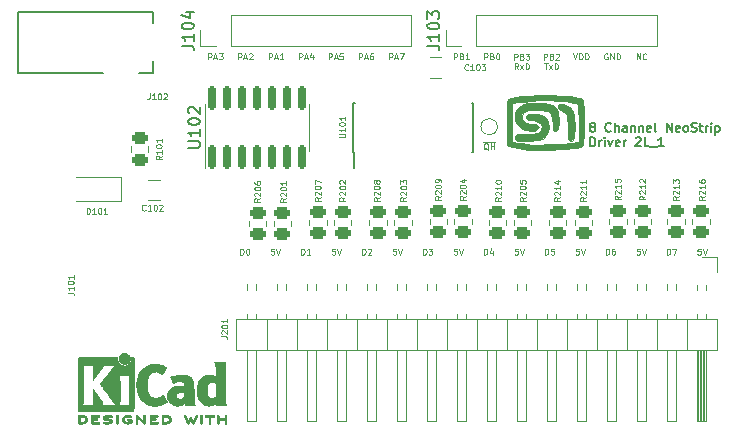
<source format=gto>
G04 #@! TF.GenerationSoftware,KiCad,Pcbnew,(6.0.2)*
G04 #@! TF.CreationDate,2022-06-23T21:17:50+02:00*
G04 #@! TF.ProjectId,EightChannel,45696768-7443-4686-916e-6e656c2e6b69,rev?*
G04 #@! TF.SameCoordinates,Original*
G04 #@! TF.FileFunction,Legend,Top*
G04 #@! TF.FilePolarity,Positive*
%FSLAX46Y46*%
G04 Gerber Fmt 4.6, Leading zero omitted, Abs format (unit mm)*
G04 Created by KiCad (PCBNEW (6.0.2)) date 2022-06-23 21:17:50*
%MOMM*%
%LPD*%
G01*
G04 APERTURE LIST*
G04 Aperture macros list*
%AMRoundRect*
0 Rectangle with rounded corners*
0 $1 Rounding radius*
0 $2 $3 $4 $5 $6 $7 $8 $9 X,Y pos of 4 corners*
0 Add a 4 corners polygon primitive as box body*
4,1,4,$2,$3,$4,$5,$6,$7,$8,$9,$2,$3,0*
0 Add four circle primitives for the rounded corners*
1,1,$1+$1,$2,$3*
1,1,$1+$1,$4,$5*
1,1,$1+$1,$6,$7*
1,1,$1+$1,$8,$9*
0 Add four rect primitives between the rounded corners*
20,1,$1+$1,$2,$3,$4,$5,0*
20,1,$1+$1,$4,$5,$6,$7,0*
20,1,$1+$1,$6,$7,$8,$9,0*
20,1,$1+$1,$8,$9,$2,$3,0*%
G04 Aperture macros list end*
%ADD10C,0.076200*%
%ADD11C,0.127000*%
%ADD12C,0.150000*%
%ADD13C,0.120000*%
%ADD14C,0.010000*%
%ADD15C,0.100000*%
%ADD16C,1.066800*%
%ADD17R,1.500000X1.250000*%
%ADD18R,1.100000X1.100000*%
%ADD19C,0.863600*%
%ADD20C,2.500000*%
%ADD21R,1.700000X1.700000*%
%ADD22O,1.700000X1.700000*%
%ADD23RoundRect,0.250000X-0.450000X0.262500X-0.450000X-0.262500X0.450000X-0.262500X0.450000X0.262500X0*%
%ADD24RoundRect,0.250000X0.450000X-0.262500X0.450000X0.262500X-0.450000X0.262500X-0.450000X-0.262500X0*%
%ADD25R,0.600000X1.500000*%
%ADD26RoundRect,0.150000X0.150000X-0.825000X0.150000X0.825000X-0.150000X0.825000X-0.150000X-0.825000X0*%
%ADD27C,2.700000*%
%ADD28C,1.000000*%
G04 APERTURE END LIST*
D10*
X153095243Y-65301809D02*
X152853338Y-65301809D01*
X152829147Y-65543714D01*
X152853338Y-65519523D01*
X152901719Y-65495333D01*
X153022671Y-65495333D01*
X153071052Y-65519523D01*
X153095243Y-65543714D01*
X153119433Y-65592095D01*
X153119433Y-65713047D01*
X153095243Y-65761428D01*
X153071052Y-65785619D01*
X153022671Y-65809809D01*
X152901719Y-65809809D01*
X152853338Y-65785619D01*
X152829147Y-65761428D01*
X153264576Y-65301809D02*
X153433909Y-65809809D01*
X153603243Y-65301809D01*
X158254573Y-65301809D02*
X158012668Y-65301809D01*
X157988477Y-65543714D01*
X158012668Y-65519523D01*
X158061049Y-65495333D01*
X158182001Y-65495333D01*
X158230382Y-65519523D01*
X158254573Y-65543714D01*
X158278763Y-65592095D01*
X158278763Y-65713047D01*
X158254573Y-65761428D01*
X158230382Y-65785619D01*
X158182001Y-65809809D01*
X158061049Y-65809809D01*
X158012668Y-65785619D01*
X157988477Y-65761428D01*
X158423906Y-65301809D02*
X158593239Y-65809809D01*
X158762573Y-65301809D01*
X163413903Y-65301809D02*
X163171998Y-65301809D01*
X163147807Y-65543714D01*
X163171998Y-65519523D01*
X163220379Y-65495333D01*
X163341331Y-65495333D01*
X163389712Y-65519523D01*
X163413903Y-65543714D01*
X163438093Y-65592095D01*
X163438093Y-65713047D01*
X163413903Y-65761428D01*
X163389712Y-65785619D01*
X163341331Y-65809809D01*
X163220379Y-65809809D01*
X163171998Y-65785619D01*
X163147807Y-65761428D01*
X163583236Y-65301809D02*
X163752569Y-65809809D01*
X163921903Y-65301809D01*
X168573238Y-65301809D02*
X168331333Y-65301809D01*
X168307142Y-65543714D01*
X168331333Y-65519523D01*
X168379714Y-65495333D01*
X168500666Y-65495333D01*
X168549047Y-65519523D01*
X168573238Y-65543714D01*
X168597428Y-65592095D01*
X168597428Y-65713047D01*
X168573238Y-65761428D01*
X168549047Y-65785619D01*
X168500666Y-65809809D01*
X168379714Y-65809809D01*
X168331333Y-65785619D01*
X168307142Y-65761428D01*
X168742571Y-65301809D02*
X168911904Y-65809809D01*
X169081238Y-65301809D01*
X150237387Y-65809809D02*
X150237387Y-65301809D01*
X150358340Y-65301809D01*
X150430911Y-65326000D01*
X150479292Y-65374380D01*
X150503482Y-65422761D01*
X150527673Y-65519523D01*
X150527673Y-65592095D01*
X150503482Y-65688857D01*
X150479292Y-65737238D01*
X150430911Y-65785619D01*
X150358340Y-65809809D01*
X150237387Y-65809809D01*
X150963101Y-65471142D02*
X150963101Y-65809809D01*
X150842149Y-65277619D02*
X150721197Y-65640476D01*
X151035673Y-65640476D01*
X145078057Y-65809809D02*
X145078057Y-65301809D01*
X145199010Y-65301809D01*
X145271581Y-65326000D01*
X145319962Y-65374380D01*
X145344152Y-65422761D01*
X145368343Y-65519523D01*
X145368343Y-65592095D01*
X145344152Y-65688857D01*
X145319962Y-65737238D01*
X145271581Y-65785619D01*
X145199010Y-65809809D01*
X145078057Y-65809809D01*
X145537676Y-65301809D02*
X145852152Y-65301809D01*
X145682819Y-65495333D01*
X145755390Y-65495333D01*
X145803771Y-65519523D01*
X145827962Y-65543714D01*
X145852152Y-65592095D01*
X145852152Y-65713047D01*
X145827962Y-65761428D01*
X145803771Y-65785619D01*
X145755390Y-65809809D01*
X145610248Y-65809809D01*
X145561867Y-65785619D01*
X145537676Y-65761428D01*
X139918727Y-65809809D02*
X139918727Y-65301809D01*
X140039680Y-65301809D01*
X140112251Y-65326000D01*
X140160632Y-65374380D01*
X140184822Y-65422761D01*
X140209013Y-65519523D01*
X140209013Y-65592095D01*
X140184822Y-65688857D01*
X140160632Y-65737238D01*
X140112251Y-65785619D01*
X140039680Y-65809809D01*
X139918727Y-65809809D01*
X140402537Y-65350190D02*
X140426727Y-65326000D01*
X140475108Y-65301809D01*
X140596060Y-65301809D01*
X140644441Y-65326000D01*
X140668632Y-65350190D01*
X140692822Y-65398571D01*
X140692822Y-65446952D01*
X140668632Y-65519523D01*
X140378346Y-65809809D01*
X140692822Y-65809809D01*
X134759397Y-65809809D02*
X134759397Y-65301809D01*
X134880350Y-65301809D01*
X134952921Y-65326000D01*
X135001302Y-65374380D01*
X135025492Y-65422761D01*
X135049683Y-65519523D01*
X135049683Y-65592095D01*
X135025492Y-65688857D01*
X135001302Y-65737238D01*
X134952921Y-65785619D01*
X134880350Y-65809809D01*
X134759397Y-65809809D01*
X135533492Y-65809809D02*
X135243207Y-65809809D01*
X135388350Y-65809809D02*
X135388350Y-65301809D01*
X135339969Y-65374380D01*
X135291588Y-65422761D01*
X135243207Y-65446952D01*
X129600067Y-65809809D02*
X129600067Y-65301809D01*
X129721020Y-65301809D01*
X129793591Y-65326000D01*
X129841972Y-65374380D01*
X129866162Y-65422761D01*
X129890353Y-65519523D01*
X129890353Y-65592095D01*
X129866162Y-65688857D01*
X129841972Y-65737238D01*
X129793591Y-65785619D01*
X129721020Y-65809809D01*
X129600067Y-65809809D01*
X130204829Y-65301809D02*
X130253210Y-65301809D01*
X130301591Y-65326000D01*
X130325781Y-65350190D01*
X130349972Y-65398571D01*
X130374162Y-65495333D01*
X130374162Y-65616285D01*
X130349972Y-65713047D01*
X130325781Y-65761428D01*
X130301591Y-65785619D01*
X130253210Y-65809809D01*
X130204829Y-65809809D01*
X130156448Y-65785619D01*
X130132258Y-65761428D01*
X130108067Y-65713047D01*
X130083877Y-65616285D01*
X130083877Y-65495333D01*
X130108067Y-65398571D01*
X130132258Y-65350190D01*
X130156448Y-65326000D01*
X130204829Y-65301809D01*
X129425733Y-49285009D02*
X129425733Y-48777009D01*
X129619257Y-48777009D01*
X129667638Y-48801200D01*
X129691828Y-48825390D01*
X129716019Y-48873771D01*
X129716019Y-48946342D01*
X129691828Y-48994723D01*
X129667638Y-49018914D01*
X129619257Y-49043104D01*
X129425733Y-49043104D01*
X129909542Y-49139866D02*
X130151447Y-49139866D01*
X129861161Y-49285009D02*
X130030495Y-48777009D01*
X130199828Y-49285009D01*
X130344971Y-48825390D02*
X130369161Y-48801200D01*
X130417542Y-48777009D01*
X130538495Y-48777009D01*
X130586876Y-48801200D01*
X130611066Y-48825390D01*
X130635257Y-48873771D01*
X130635257Y-48922152D01*
X130611066Y-48994723D01*
X130320780Y-49285009D01*
X130635257Y-49285009D01*
X132029233Y-49285009D02*
X132029233Y-48777009D01*
X132222757Y-48777009D01*
X132271138Y-48801200D01*
X132295328Y-48825390D01*
X132319519Y-48873771D01*
X132319519Y-48946342D01*
X132295328Y-48994723D01*
X132271138Y-49018914D01*
X132222757Y-49043104D01*
X132029233Y-49043104D01*
X132513042Y-49139866D02*
X132754947Y-49139866D01*
X132464661Y-49285009D02*
X132633995Y-48777009D01*
X132803328Y-49285009D01*
X133238757Y-49285009D02*
X132948471Y-49285009D01*
X133093614Y-49285009D02*
X133093614Y-48777009D01*
X133045233Y-48849580D01*
X132996852Y-48897961D01*
X132948471Y-48922152D01*
X134581933Y-49285009D02*
X134581933Y-48777009D01*
X134775457Y-48777009D01*
X134823838Y-48801200D01*
X134848028Y-48825390D01*
X134872219Y-48873771D01*
X134872219Y-48946342D01*
X134848028Y-48994723D01*
X134823838Y-49018914D01*
X134775457Y-49043104D01*
X134581933Y-49043104D01*
X135065742Y-49139866D02*
X135307647Y-49139866D01*
X135017361Y-49285009D02*
X135186695Y-48777009D01*
X135356028Y-49285009D01*
X135743076Y-48946342D02*
X135743076Y-49285009D01*
X135622123Y-48752819D02*
X135501171Y-49115676D01*
X135815647Y-49115676D01*
X137071133Y-49285009D02*
X137071133Y-48777009D01*
X137264657Y-48777009D01*
X137313038Y-48801200D01*
X137337228Y-48825390D01*
X137361419Y-48873771D01*
X137361419Y-48946342D01*
X137337228Y-48994723D01*
X137313038Y-49018914D01*
X137264657Y-49043104D01*
X137071133Y-49043104D01*
X137554942Y-49139866D02*
X137796847Y-49139866D01*
X137506561Y-49285009D02*
X137675895Y-48777009D01*
X137845228Y-49285009D01*
X138256466Y-48777009D02*
X138014561Y-48777009D01*
X137990371Y-49018914D01*
X138014561Y-48994723D01*
X138062942Y-48970533D01*
X138183895Y-48970533D01*
X138232276Y-48994723D01*
X138256466Y-49018914D01*
X138280657Y-49067295D01*
X138280657Y-49188247D01*
X138256466Y-49236628D01*
X138232276Y-49260819D01*
X138183895Y-49285009D01*
X138062942Y-49285009D01*
X138014561Y-49260819D01*
X137990371Y-49236628D01*
X139636533Y-49285009D02*
X139636533Y-48777009D01*
X139830057Y-48777009D01*
X139878438Y-48801200D01*
X139902628Y-48825390D01*
X139926819Y-48873771D01*
X139926819Y-48946342D01*
X139902628Y-48994723D01*
X139878438Y-49018914D01*
X139830057Y-49043104D01*
X139636533Y-49043104D01*
X140120342Y-49139866D02*
X140362247Y-49139866D01*
X140071961Y-49285009D02*
X140241295Y-48777009D01*
X140410628Y-49285009D01*
X140797676Y-48777009D02*
X140700914Y-48777009D01*
X140652533Y-48801200D01*
X140628342Y-48825390D01*
X140579961Y-48897961D01*
X140555771Y-48994723D01*
X140555771Y-49188247D01*
X140579961Y-49236628D01*
X140604152Y-49260819D01*
X140652533Y-49285009D01*
X140749295Y-49285009D01*
X140797676Y-49260819D01*
X140821866Y-49236628D01*
X140846057Y-49188247D01*
X140846057Y-49067295D01*
X140821866Y-49018914D01*
X140797676Y-48994723D01*
X140749295Y-48970533D01*
X140652533Y-48970533D01*
X140604152Y-48994723D01*
X140579961Y-49018914D01*
X140555771Y-49067295D01*
X142214633Y-49285009D02*
X142214633Y-48777009D01*
X142408157Y-48777009D01*
X142456538Y-48801200D01*
X142480728Y-48825390D01*
X142504919Y-48873771D01*
X142504919Y-48946342D01*
X142480728Y-48994723D01*
X142456538Y-49018914D01*
X142408157Y-49043104D01*
X142214633Y-49043104D01*
X142698442Y-49139866D02*
X142940347Y-49139866D01*
X142650061Y-49285009D02*
X142819395Y-48777009D01*
X142988728Y-49285009D01*
X143109680Y-48777009D02*
X143448347Y-48777009D01*
X143230633Y-49285009D01*
X147677447Y-49285009D02*
X147677447Y-48777009D01*
X147870971Y-48777009D01*
X147919352Y-48801200D01*
X147943542Y-48825390D01*
X147967733Y-48873771D01*
X147967733Y-48946342D01*
X147943542Y-48994723D01*
X147919352Y-49018914D01*
X147870971Y-49043104D01*
X147677447Y-49043104D01*
X148354780Y-49018914D02*
X148427352Y-49043104D01*
X148451542Y-49067295D01*
X148475733Y-49115676D01*
X148475733Y-49188247D01*
X148451542Y-49236628D01*
X148427352Y-49260819D01*
X148378971Y-49285009D01*
X148185447Y-49285009D01*
X148185447Y-48777009D01*
X148354780Y-48777009D01*
X148403161Y-48801200D01*
X148427352Y-48825390D01*
X148451542Y-48873771D01*
X148451542Y-48922152D01*
X148427352Y-48970533D01*
X148403161Y-48994723D01*
X148354780Y-49018914D01*
X148185447Y-49018914D01*
X148959542Y-49285009D02*
X148669257Y-49285009D01*
X148814400Y-49285009D02*
X148814400Y-48777009D01*
X148766019Y-48849580D01*
X148717638Y-48897961D01*
X148669257Y-48922152D01*
X150255547Y-49285009D02*
X150255547Y-48777009D01*
X150449071Y-48777009D01*
X150497452Y-48801200D01*
X150521642Y-48825390D01*
X150545833Y-48873771D01*
X150545833Y-48946342D01*
X150521642Y-48994723D01*
X150497452Y-49018914D01*
X150449071Y-49043104D01*
X150255547Y-49043104D01*
X150932880Y-49018914D02*
X151005452Y-49043104D01*
X151029642Y-49067295D01*
X151053833Y-49115676D01*
X151053833Y-49188247D01*
X151029642Y-49236628D01*
X151005452Y-49260819D01*
X150957071Y-49285009D01*
X150763547Y-49285009D01*
X150763547Y-48777009D01*
X150932880Y-48777009D01*
X150981261Y-48801200D01*
X151005452Y-48825390D01*
X151029642Y-48873771D01*
X151029642Y-48922152D01*
X151005452Y-48970533D01*
X150981261Y-48994723D01*
X150932880Y-49018914D01*
X150763547Y-49018914D01*
X151368309Y-48777009D02*
X151416690Y-48777009D01*
X151465071Y-48801200D01*
X151489261Y-48825390D01*
X151513452Y-48873771D01*
X151537642Y-48970533D01*
X151537642Y-49091485D01*
X151513452Y-49188247D01*
X151489261Y-49236628D01*
X151465071Y-49260819D01*
X151416690Y-49285009D01*
X151368309Y-49285009D01*
X151319928Y-49260819D01*
X151295738Y-49236628D01*
X151271547Y-49188247D01*
X151247357Y-49091485D01*
X151247357Y-48970533D01*
X151271547Y-48873771D01*
X151295738Y-48825390D01*
X151319928Y-48801200D01*
X151368309Y-48777009D01*
X152795547Y-49300869D02*
X152795547Y-48792869D01*
X152989071Y-48792869D01*
X153037452Y-48817060D01*
X153061642Y-48841250D01*
X153085833Y-48889631D01*
X153085833Y-48962202D01*
X153061642Y-49010583D01*
X153037452Y-49034774D01*
X152989071Y-49058964D01*
X152795547Y-49058964D01*
X153472880Y-49034774D02*
X153545452Y-49058964D01*
X153569642Y-49083155D01*
X153593833Y-49131536D01*
X153593833Y-49204107D01*
X153569642Y-49252488D01*
X153545452Y-49276679D01*
X153497071Y-49300869D01*
X153303547Y-49300869D01*
X153303547Y-48792869D01*
X153472880Y-48792869D01*
X153521261Y-48817060D01*
X153545452Y-48841250D01*
X153569642Y-48889631D01*
X153569642Y-48938012D01*
X153545452Y-48986393D01*
X153521261Y-49010583D01*
X153472880Y-49034774D01*
X153303547Y-49034774D01*
X153763166Y-48792869D02*
X154077642Y-48792869D01*
X153908309Y-48986393D01*
X153980880Y-48986393D01*
X154029261Y-49010583D01*
X154053452Y-49034774D01*
X154077642Y-49083155D01*
X154077642Y-49204107D01*
X154053452Y-49252488D01*
X154029261Y-49276679D01*
X153980880Y-49300869D01*
X153835738Y-49300869D01*
X153787357Y-49276679D01*
X153763166Y-49252488D01*
X153122119Y-50118749D02*
X152952785Y-49876844D01*
X152831833Y-50118749D02*
X152831833Y-49610749D01*
X153025357Y-49610749D01*
X153073738Y-49634940D01*
X153097928Y-49659130D01*
X153122119Y-49707511D01*
X153122119Y-49780082D01*
X153097928Y-49828463D01*
X153073738Y-49852654D01*
X153025357Y-49876844D01*
X152831833Y-49876844D01*
X153291452Y-50118749D02*
X153557547Y-49780082D01*
X153291452Y-49780082D02*
X153557547Y-50118749D01*
X153751071Y-50118749D02*
X153751071Y-49610749D01*
X153872023Y-49610749D01*
X153944595Y-49634940D01*
X153992976Y-49683320D01*
X154017166Y-49731701D01*
X154041357Y-49828463D01*
X154041357Y-49901035D01*
X154017166Y-49997797D01*
X153992976Y-50046178D01*
X153944595Y-50094559D01*
X153872023Y-50118749D01*
X153751071Y-50118749D01*
X155310147Y-49300869D02*
X155310147Y-48792869D01*
X155503671Y-48792869D01*
X155552052Y-48817060D01*
X155576242Y-48841250D01*
X155600433Y-48889631D01*
X155600433Y-48962202D01*
X155576242Y-49010583D01*
X155552052Y-49034774D01*
X155503671Y-49058964D01*
X155310147Y-49058964D01*
X155987480Y-49034774D02*
X156060052Y-49058964D01*
X156084242Y-49083155D01*
X156108433Y-49131536D01*
X156108433Y-49204107D01*
X156084242Y-49252488D01*
X156060052Y-49276679D01*
X156011671Y-49300869D01*
X155818147Y-49300869D01*
X155818147Y-48792869D01*
X155987480Y-48792869D01*
X156035861Y-48817060D01*
X156060052Y-48841250D01*
X156084242Y-48889631D01*
X156084242Y-48938012D01*
X156060052Y-48986393D01*
X156035861Y-49010583D01*
X155987480Y-49034774D01*
X155818147Y-49034774D01*
X156301957Y-48841250D02*
X156326147Y-48817060D01*
X156374528Y-48792869D01*
X156495480Y-48792869D01*
X156543861Y-48817060D01*
X156568052Y-48841250D01*
X156592242Y-48889631D01*
X156592242Y-48938012D01*
X156568052Y-49010583D01*
X156277766Y-49300869D01*
X156592242Y-49300869D01*
X155334338Y-49610749D02*
X155624623Y-49610749D01*
X155479480Y-50118749D02*
X155479480Y-49610749D01*
X155745576Y-50118749D02*
X156011671Y-49780082D01*
X155745576Y-49780082D02*
X156011671Y-50118749D01*
X156205195Y-50118749D02*
X156205195Y-49610749D01*
X156326147Y-49610749D01*
X156398719Y-49634940D01*
X156447100Y-49683320D01*
X156471290Y-49731701D01*
X156495480Y-49828463D01*
X156495480Y-49901035D01*
X156471290Y-49997797D01*
X156447100Y-50046178D01*
X156398719Y-50094559D01*
X156326147Y-50118749D01*
X156205195Y-50118749D01*
X132457923Y-65301809D02*
X132216018Y-65301809D01*
X132191827Y-65543714D01*
X132216018Y-65519523D01*
X132264399Y-65495333D01*
X132385351Y-65495333D01*
X132433732Y-65519523D01*
X132457923Y-65543714D01*
X132482113Y-65592095D01*
X132482113Y-65713047D01*
X132457923Y-65761428D01*
X132433732Y-65785619D01*
X132385351Y-65809809D01*
X132264399Y-65809809D01*
X132216018Y-65785619D01*
X132191827Y-65761428D01*
X132627256Y-65301809D02*
X132796589Y-65809809D01*
X132965923Y-65301809D01*
X147935913Y-65301809D02*
X147694008Y-65301809D01*
X147669817Y-65543714D01*
X147694008Y-65519523D01*
X147742389Y-65495333D01*
X147863341Y-65495333D01*
X147911722Y-65519523D01*
X147935913Y-65543714D01*
X147960103Y-65592095D01*
X147960103Y-65713047D01*
X147935913Y-65761428D01*
X147911722Y-65785619D01*
X147863341Y-65809809D01*
X147742389Y-65809809D01*
X147694008Y-65785619D01*
X147669817Y-65761428D01*
X148105246Y-65301809D02*
X148274579Y-65809809D01*
X148443913Y-65301809D01*
X165715377Y-65809809D02*
X165715377Y-65301809D01*
X165836330Y-65301809D01*
X165908901Y-65326000D01*
X165957282Y-65374380D01*
X165981472Y-65422761D01*
X166005663Y-65519523D01*
X166005663Y-65592095D01*
X165981472Y-65688857D01*
X165957282Y-65737238D01*
X165908901Y-65785619D01*
X165836330Y-65809809D01*
X165715377Y-65809809D01*
X166174996Y-65301809D02*
X166513663Y-65301809D01*
X166295949Y-65809809D01*
D11*
X159342835Y-54975875D02*
X159270264Y-54939590D01*
X159233978Y-54903304D01*
X159197692Y-54830732D01*
X159197692Y-54794447D01*
X159233978Y-54721875D01*
X159270264Y-54685590D01*
X159342835Y-54649304D01*
X159487978Y-54649304D01*
X159560550Y-54685590D01*
X159596835Y-54721875D01*
X159633121Y-54794447D01*
X159633121Y-54830732D01*
X159596835Y-54903304D01*
X159560550Y-54939590D01*
X159487978Y-54975875D01*
X159342835Y-54975875D01*
X159270264Y-55012161D01*
X159233978Y-55048447D01*
X159197692Y-55121018D01*
X159197692Y-55266161D01*
X159233978Y-55338732D01*
X159270264Y-55375018D01*
X159342835Y-55411304D01*
X159487978Y-55411304D01*
X159560550Y-55375018D01*
X159596835Y-55338732D01*
X159633121Y-55266161D01*
X159633121Y-55121018D01*
X159596835Y-55048447D01*
X159560550Y-55012161D01*
X159487978Y-54975875D01*
X160975692Y-55338732D02*
X160939407Y-55375018D01*
X160830550Y-55411304D01*
X160757978Y-55411304D01*
X160649121Y-55375018D01*
X160576550Y-55302447D01*
X160540264Y-55229875D01*
X160503978Y-55084732D01*
X160503978Y-54975875D01*
X160540264Y-54830732D01*
X160576550Y-54758161D01*
X160649121Y-54685590D01*
X160757978Y-54649304D01*
X160830550Y-54649304D01*
X160939407Y-54685590D01*
X160975692Y-54721875D01*
X161302264Y-55411304D02*
X161302264Y-54649304D01*
X161628835Y-55411304D02*
X161628835Y-55012161D01*
X161592550Y-54939590D01*
X161519978Y-54903304D01*
X161411121Y-54903304D01*
X161338550Y-54939590D01*
X161302264Y-54975875D01*
X162318264Y-55411304D02*
X162318264Y-55012161D01*
X162281978Y-54939590D01*
X162209407Y-54903304D01*
X162064264Y-54903304D01*
X161991692Y-54939590D01*
X162318264Y-55375018D02*
X162245692Y-55411304D01*
X162064264Y-55411304D01*
X161991692Y-55375018D01*
X161955407Y-55302447D01*
X161955407Y-55229875D01*
X161991692Y-55157304D01*
X162064264Y-55121018D01*
X162245692Y-55121018D01*
X162318264Y-55084732D01*
X162681121Y-54903304D02*
X162681121Y-55411304D01*
X162681121Y-54975875D02*
X162717407Y-54939590D01*
X162789978Y-54903304D01*
X162898835Y-54903304D01*
X162971407Y-54939590D01*
X163007692Y-55012161D01*
X163007692Y-55411304D01*
X163370550Y-54903304D02*
X163370550Y-55411304D01*
X163370550Y-54975875D02*
X163406835Y-54939590D01*
X163479407Y-54903304D01*
X163588264Y-54903304D01*
X163660835Y-54939590D01*
X163697121Y-55012161D01*
X163697121Y-55411304D01*
X164350264Y-55375018D02*
X164277692Y-55411304D01*
X164132550Y-55411304D01*
X164059978Y-55375018D01*
X164023692Y-55302447D01*
X164023692Y-55012161D01*
X164059978Y-54939590D01*
X164132550Y-54903304D01*
X164277692Y-54903304D01*
X164350264Y-54939590D01*
X164386550Y-55012161D01*
X164386550Y-55084732D01*
X164023692Y-55157304D01*
X164821978Y-55411304D02*
X164749407Y-55375018D01*
X164713121Y-55302447D01*
X164713121Y-54649304D01*
X165692835Y-55411304D02*
X165692835Y-54649304D01*
X166128264Y-55411304D01*
X166128264Y-54649304D01*
X166781407Y-55375018D02*
X166708835Y-55411304D01*
X166563692Y-55411304D01*
X166491121Y-55375018D01*
X166454835Y-55302447D01*
X166454835Y-55012161D01*
X166491121Y-54939590D01*
X166563692Y-54903304D01*
X166708835Y-54903304D01*
X166781407Y-54939590D01*
X166817692Y-55012161D01*
X166817692Y-55084732D01*
X166454835Y-55157304D01*
X167253121Y-55411304D02*
X167180550Y-55375018D01*
X167144264Y-55338732D01*
X167107978Y-55266161D01*
X167107978Y-55048447D01*
X167144264Y-54975875D01*
X167180550Y-54939590D01*
X167253121Y-54903304D01*
X167361978Y-54903304D01*
X167434550Y-54939590D01*
X167470835Y-54975875D01*
X167507121Y-55048447D01*
X167507121Y-55266161D01*
X167470835Y-55338732D01*
X167434550Y-55375018D01*
X167361978Y-55411304D01*
X167253121Y-55411304D01*
X167797407Y-55375018D02*
X167906264Y-55411304D01*
X168087692Y-55411304D01*
X168160264Y-55375018D01*
X168196550Y-55338732D01*
X168232835Y-55266161D01*
X168232835Y-55193590D01*
X168196550Y-55121018D01*
X168160264Y-55084732D01*
X168087692Y-55048447D01*
X167942550Y-55012161D01*
X167869978Y-54975875D01*
X167833692Y-54939590D01*
X167797407Y-54867018D01*
X167797407Y-54794447D01*
X167833692Y-54721875D01*
X167869978Y-54685590D01*
X167942550Y-54649304D01*
X168123978Y-54649304D01*
X168232835Y-54685590D01*
X168450550Y-54903304D02*
X168740835Y-54903304D01*
X168559407Y-54649304D02*
X168559407Y-55302447D01*
X168595692Y-55375018D01*
X168668264Y-55411304D01*
X168740835Y-55411304D01*
X168994835Y-55411304D02*
X168994835Y-54903304D01*
X168994835Y-55048447D02*
X169031121Y-54975875D01*
X169067407Y-54939590D01*
X169139978Y-54903304D01*
X169212550Y-54903304D01*
X169466550Y-55411304D02*
X169466550Y-54903304D01*
X169466550Y-54649304D02*
X169430264Y-54685590D01*
X169466550Y-54721875D01*
X169502835Y-54685590D01*
X169466550Y-54649304D01*
X169466550Y-54721875D01*
X169829407Y-54903304D02*
X169829407Y-55665304D01*
X169829407Y-54939590D02*
X169901978Y-54903304D01*
X170047121Y-54903304D01*
X170119692Y-54939590D01*
X170155978Y-54975875D01*
X170192264Y-55048447D01*
X170192264Y-55266161D01*
X170155978Y-55338732D01*
X170119692Y-55375018D01*
X170047121Y-55411304D01*
X169901978Y-55411304D01*
X169829407Y-55375018D01*
X159233978Y-56638124D02*
X159233978Y-55876124D01*
X159415407Y-55876124D01*
X159524264Y-55912410D01*
X159596835Y-55984981D01*
X159633121Y-56057552D01*
X159669407Y-56202695D01*
X159669407Y-56311552D01*
X159633121Y-56456695D01*
X159596835Y-56529267D01*
X159524264Y-56601838D01*
X159415407Y-56638124D01*
X159233978Y-56638124D01*
X159995978Y-56638124D02*
X159995978Y-56130124D01*
X159995978Y-56275267D02*
X160032264Y-56202695D01*
X160068550Y-56166410D01*
X160141121Y-56130124D01*
X160213692Y-56130124D01*
X160467692Y-56638124D02*
X160467692Y-56130124D01*
X160467692Y-55876124D02*
X160431407Y-55912410D01*
X160467692Y-55948695D01*
X160503978Y-55912410D01*
X160467692Y-55876124D01*
X160467692Y-55948695D01*
X160757978Y-56130124D02*
X160939407Y-56638124D01*
X161120835Y-56130124D01*
X161701407Y-56601838D02*
X161628835Y-56638124D01*
X161483692Y-56638124D01*
X161411121Y-56601838D01*
X161374835Y-56529267D01*
X161374835Y-56238981D01*
X161411121Y-56166410D01*
X161483692Y-56130124D01*
X161628835Y-56130124D01*
X161701407Y-56166410D01*
X161737692Y-56238981D01*
X161737692Y-56311552D01*
X161374835Y-56384124D01*
X162064264Y-56638124D02*
X162064264Y-56130124D01*
X162064264Y-56275267D02*
X162100550Y-56202695D01*
X162136835Y-56166410D01*
X162209407Y-56130124D01*
X162281978Y-56130124D01*
X163080264Y-55948695D02*
X163116550Y-55912410D01*
X163189121Y-55876124D01*
X163370550Y-55876124D01*
X163443121Y-55912410D01*
X163479407Y-55948695D01*
X163515692Y-56021267D01*
X163515692Y-56093838D01*
X163479407Y-56202695D01*
X163043978Y-56638124D01*
X163515692Y-56638124D01*
X164205121Y-56638124D02*
X163842264Y-56638124D01*
X163842264Y-55876124D01*
X164277692Y-56710695D02*
X164858264Y-56710695D01*
X165438835Y-56638124D02*
X165003407Y-56638124D01*
X165221121Y-56638124D02*
X165221121Y-55876124D01*
X165148550Y-55984981D01*
X165075978Y-56057552D01*
X165003407Y-56093838D01*
D10*
X142776583Y-65301809D02*
X142534678Y-65301809D01*
X142510487Y-65543714D01*
X142534678Y-65519523D01*
X142583059Y-65495333D01*
X142704011Y-65495333D01*
X142752392Y-65519523D01*
X142776583Y-65543714D01*
X142800773Y-65592095D01*
X142800773Y-65713047D01*
X142776583Y-65761428D01*
X142752392Y-65785619D01*
X142704011Y-65809809D01*
X142583059Y-65809809D01*
X142534678Y-65785619D01*
X142510487Y-65761428D01*
X142945916Y-65301809D02*
X143115249Y-65809809D01*
X143284583Y-65301809D01*
X150137809Y-56258360D02*
X150670000Y-56258360D01*
X150597428Y-56958190D02*
X150549047Y-56934000D01*
X150500666Y-56885619D01*
X150428095Y-56813047D01*
X150379714Y-56788857D01*
X150331333Y-56788857D01*
X150355523Y-56909809D02*
X150307142Y-56885619D01*
X150258761Y-56837238D01*
X150234571Y-56740476D01*
X150234571Y-56571142D01*
X150258761Y-56474380D01*
X150307142Y-56426000D01*
X150355523Y-56401809D01*
X150452285Y-56401809D01*
X150500666Y-56426000D01*
X150549047Y-56474380D01*
X150573238Y-56571142D01*
X150573238Y-56740476D01*
X150549047Y-56837238D01*
X150500666Y-56885619D01*
X150452285Y-56909809D01*
X150355523Y-56909809D01*
X150670000Y-56258360D02*
X151202190Y-56258360D01*
X150790952Y-56909809D02*
X150790952Y-56401809D01*
X150790952Y-56643714D02*
X151081238Y-56643714D01*
X151081238Y-56909809D02*
X151081238Y-56401809D01*
X137617253Y-65301809D02*
X137375348Y-65301809D01*
X137351157Y-65543714D01*
X137375348Y-65519523D01*
X137423729Y-65495333D01*
X137544681Y-65495333D01*
X137593062Y-65519523D01*
X137617253Y-65543714D01*
X137641443Y-65592095D01*
X137641443Y-65713047D01*
X137617253Y-65761428D01*
X137593062Y-65785619D01*
X137544681Y-65809809D01*
X137423729Y-65809809D01*
X137375348Y-65785619D01*
X137351157Y-65761428D01*
X137786586Y-65301809D02*
X137955919Y-65809809D01*
X138125253Y-65301809D01*
X126885733Y-49285009D02*
X126885733Y-48777009D01*
X127079257Y-48777009D01*
X127127638Y-48801200D01*
X127151828Y-48825390D01*
X127176019Y-48873771D01*
X127176019Y-48946342D01*
X127151828Y-48994723D01*
X127127638Y-49018914D01*
X127079257Y-49043104D01*
X126885733Y-49043104D01*
X127369542Y-49139866D02*
X127611447Y-49139866D01*
X127321161Y-49285009D02*
X127490495Y-48777009D01*
X127659828Y-49285009D01*
X127780780Y-48777009D02*
X128095257Y-48777009D01*
X127925923Y-48970533D01*
X127998495Y-48970533D01*
X128046876Y-48994723D01*
X128071066Y-49018914D01*
X128095257Y-49067295D01*
X128095257Y-49188247D01*
X128071066Y-49236628D01*
X128046876Y-49260819D01*
X127998495Y-49285009D01*
X127853352Y-49285009D01*
X127804971Y-49260819D01*
X127780780Y-49236628D01*
X160556047Y-65809809D02*
X160556047Y-65301809D01*
X160677000Y-65301809D01*
X160749571Y-65326000D01*
X160797952Y-65374380D01*
X160822142Y-65422761D01*
X160846333Y-65519523D01*
X160846333Y-65592095D01*
X160822142Y-65688857D01*
X160797952Y-65737238D01*
X160749571Y-65785619D01*
X160677000Y-65809809D01*
X160556047Y-65809809D01*
X161281761Y-65301809D02*
X161185000Y-65301809D01*
X161136619Y-65326000D01*
X161112428Y-65350190D01*
X161064047Y-65422761D01*
X161039857Y-65519523D01*
X161039857Y-65713047D01*
X161064047Y-65761428D01*
X161088238Y-65785619D01*
X161136619Y-65809809D01*
X161233380Y-65809809D01*
X161281761Y-65785619D01*
X161305952Y-65761428D01*
X161330142Y-65713047D01*
X161330142Y-65592095D01*
X161305952Y-65543714D01*
X161281761Y-65519523D01*
X161233380Y-65495333D01*
X161136619Y-65495333D01*
X161088238Y-65519523D01*
X161064047Y-65543714D01*
X161039857Y-65592095D01*
X163170854Y-49285009D02*
X163170854Y-48777009D01*
X163461139Y-49285009D01*
X163461139Y-48777009D01*
X163993330Y-49236628D02*
X163969139Y-49260819D01*
X163896568Y-49285009D01*
X163848187Y-49285009D01*
X163775616Y-49260819D01*
X163727235Y-49212438D01*
X163703044Y-49164057D01*
X163678854Y-49067295D01*
X163678854Y-48994723D01*
X163703044Y-48897961D01*
X163727235Y-48849580D01*
X163775616Y-48801200D01*
X163848187Y-48777009D01*
X163896568Y-48777009D01*
X163969139Y-48801200D01*
X163993330Y-48825390D01*
X160682954Y-48801200D02*
X160634573Y-48777009D01*
X160562002Y-48777009D01*
X160489430Y-48801200D01*
X160441049Y-48849580D01*
X160416859Y-48897961D01*
X160392668Y-48994723D01*
X160392668Y-49067295D01*
X160416859Y-49164057D01*
X160441049Y-49212438D01*
X160489430Y-49260819D01*
X160562002Y-49285009D01*
X160610382Y-49285009D01*
X160682954Y-49260819D01*
X160707144Y-49236628D01*
X160707144Y-49067295D01*
X160610382Y-49067295D01*
X160924859Y-49285009D02*
X160924859Y-48777009D01*
X161215144Y-49285009D01*
X161215144Y-48777009D01*
X161457049Y-49285009D02*
X161457049Y-48777009D01*
X161578002Y-48777009D01*
X161650573Y-48801200D01*
X161698954Y-48849580D01*
X161723144Y-48897961D01*
X161747335Y-48994723D01*
X161747335Y-49067295D01*
X161723144Y-49164057D01*
X161698954Y-49212438D01*
X161650573Y-49260819D01*
X161578002Y-49285009D01*
X161457049Y-49285009D01*
X157792673Y-48777009D02*
X157962007Y-49285009D01*
X158131340Y-48777009D01*
X158300673Y-49285009D02*
X158300673Y-48777009D01*
X158421626Y-48777009D01*
X158494197Y-48801200D01*
X158542578Y-48849580D01*
X158566768Y-48897961D01*
X158590959Y-48994723D01*
X158590959Y-49067295D01*
X158566768Y-49164057D01*
X158542578Y-49212438D01*
X158494197Y-49260819D01*
X158421626Y-49285009D01*
X158300673Y-49285009D01*
X158808673Y-49285009D02*
X158808673Y-48777009D01*
X158929626Y-48777009D01*
X159002197Y-48801200D01*
X159050578Y-48849580D01*
X159074768Y-48897961D01*
X159098959Y-48994723D01*
X159098959Y-49067295D01*
X159074768Y-49164057D01*
X159050578Y-49212438D01*
X159002197Y-49260819D01*
X158929626Y-49285009D01*
X158808673Y-49285009D01*
X155396717Y-65809809D02*
X155396717Y-65301809D01*
X155517670Y-65301809D01*
X155590241Y-65326000D01*
X155638622Y-65374380D01*
X155662812Y-65422761D01*
X155687003Y-65519523D01*
X155687003Y-65592095D01*
X155662812Y-65688857D01*
X155638622Y-65737238D01*
X155590241Y-65785619D01*
X155517670Y-65809809D01*
X155396717Y-65809809D01*
X156146622Y-65301809D02*
X155904717Y-65301809D01*
X155880527Y-65543714D01*
X155904717Y-65519523D01*
X155953098Y-65495333D01*
X156074050Y-65495333D01*
X156122431Y-65519523D01*
X156146622Y-65543714D01*
X156170812Y-65592095D01*
X156170812Y-65713047D01*
X156146622Y-65761428D01*
X156122431Y-65785619D01*
X156074050Y-65809809D01*
X155953098Y-65809809D01*
X155904717Y-65785619D01*
X155880527Y-65761428D01*
X121575923Y-62038228D02*
X121551733Y-62062419D01*
X121479161Y-62086609D01*
X121430780Y-62086609D01*
X121358209Y-62062419D01*
X121309828Y-62014038D01*
X121285638Y-61965657D01*
X121261447Y-61868895D01*
X121261447Y-61796323D01*
X121285638Y-61699561D01*
X121309828Y-61651180D01*
X121358209Y-61602800D01*
X121430780Y-61578609D01*
X121479161Y-61578609D01*
X121551733Y-61602800D01*
X121575923Y-61626990D01*
X122059733Y-62086609D02*
X121769447Y-62086609D01*
X121914590Y-62086609D02*
X121914590Y-61578609D01*
X121866209Y-61651180D01*
X121817828Y-61699561D01*
X121769447Y-61723752D01*
X122374209Y-61578609D02*
X122422590Y-61578609D01*
X122470971Y-61602800D01*
X122495161Y-61626990D01*
X122519352Y-61675371D01*
X122543542Y-61772133D01*
X122543542Y-61893085D01*
X122519352Y-61989847D01*
X122495161Y-62038228D01*
X122470971Y-62062419D01*
X122422590Y-62086609D01*
X122374209Y-62086609D01*
X122325828Y-62062419D01*
X122301638Y-62038228D01*
X122277447Y-61989847D01*
X122253257Y-61893085D01*
X122253257Y-61772133D01*
X122277447Y-61675371D01*
X122301638Y-61626990D01*
X122325828Y-61602800D01*
X122374209Y-61578609D01*
X122737066Y-61626990D02*
X122761257Y-61602800D01*
X122809638Y-61578609D01*
X122930590Y-61578609D01*
X122978971Y-61602800D01*
X123003161Y-61626990D01*
X123027352Y-61675371D01*
X123027352Y-61723752D01*
X123003161Y-61796323D01*
X122712876Y-62086609D01*
X123027352Y-62086609D01*
X148893623Y-50138328D02*
X148869433Y-50162519D01*
X148796861Y-50186709D01*
X148748480Y-50186709D01*
X148675909Y-50162519D01*
X148627528Y-50114138D01*
X148603338Y-50065757D01*
X148579147Y-49968995D01*
X148579147Y-49896423D01*
X148603338Y-49799661D01*
X148627528Y-49751280D01*
X148675909Y-49702900D01*
X148748480Y-49678709D01*
X148796861Y-49678709D01*
X148869433Y-49702900D01*
X148893623Y-49727090D01*
X149377433Y-50186709D02*
X149087147Y-50186709D01*
X149232290Y-50186709D02*
X149232290Y-49678709D01*
X149183909Y-49751280D01*
X149135528Y-49799661D01*
X149087147Y-49823852D01*
X149691909Y-49678709D02*
X149740290Y-49678709D01*
X149788671Y-49702900D01*
X149812861Y-49727090D01*
X149837052Y-49775471D01*
X149861242Y-49872233D01*
X149861242Y-49993185D01*
X149837052Y-50089947D01*
X149812861Y-50138328D01*
X149788671Y-50162519D01*
X149740290Y-50186709D01*
X149691909Y-50186709D01*
X149643528Y-50162519D01*
X149619338Y-50138328D01*
X149595147Y-50089947D01*
X149570957Y-49993185D01*
X149570957Y-49872233D01*
X149595147Y-49775471D01*
X149619338Y-49727090D01*
X149643528Y-49702900D01*
X149691909Y-49678709D01*
X150030576Y-49678709D02*
X150345052Y-49678709D01*
X150175719Y-49872233D01*
X150248290Y-49872233D01*
X150296671Y-49896423D01*
X150320861Y-49920614D01*
X150345052Y-49968995D01*
X150345052Y-50089947D01*
X150320861Y-50138328D01*
X150296671Y-50162519D01*
X150248290Y-50186709D01*
X150103147Y-50186709D01*
X150054766Y-50162519D01*
X150030576Y-50138328D01*
X116588238Y-62364809D02*
X116588238Y-61856809D01*
X116709190Y-61856809D01*
X116781761Y-61881000D01*
X116830142Y-61929380D01*
X116854333Y-61977761D01*
X116878523Y-62074523D01*
X116878523Y-62147095D01*
X116854333Y-62243857D01*
X116830142Y-62292238D01*
X116781761Y-62340619D01*
X116709190Y-62364809D01*
X116588238Y-62364809D01*
X117362333Y-62364809D02*
X117072047Y-62364809D01*
X117217190Y-62364809D02*
X117217190Y-61856809D01*
X117168809Y-61929380D01*
X117120428Y-61977761D01*
X117072047Y-62001952D01*
X117676809Y-61856809D02*
X117725190Y-61856809D01*
X117773571Y-61881000D01*
X117797761Y-61905190D01*
X117821952Y-61953571D01*
X117846142Y-62050333D01*
X117846142Y-62171285D01*
X117821952Y-62268047D01*
X117797761Y-62316428D01*
X117773571Y-62340619D01*
X117725190Y-62364809D01*
X117676809Y-62364809D01*
X117628428Y-62340619D01*
X117604238Y-62316428D01*
X117580047Y-62268047D01*
X117555857Y-62171285D01*
X117555857Y-62050333D01*
X117580047Y-61953571D01*
X117604238Y-61905190D01*
X117628428Y-61881000D01*
X117676809Y-61856809D01*
X118329952Y-62364809D02*
X118039666Y-62364809D01*
X118184809Y-62364809D02*
X118184809Y-61856809D01*
X118136428Y-61929380D01*
X118088047Y-61977761D01*
X118039666Y-62001952D01*
X114985604Y-69028746D02*
X115348461Y-69028746D01*
X115421033Y-69052937D01*
X115469414Y-69101318D01*
X115493604Y-69173889D01*
X115493604Y-69222270D01*
X115493604Y-68520746D02*
X115493604Y-68811032D01*
X115493604Y-68665889D02*
X114985604Y-68665889D01*
X115058175Y-68714270D01*
X115106556Y-68762651D01*
X115130747Y-68811032D01*
X114985604Y-68206270D02*
X114985604Y-68157889D01*
X115009795Y-68109508D01*
X115033985Y-68085318D01*
X115082366Y-68061127D01*
X115179128Y-68036937D01*
X115300080Y-68036937D01*
X115396842Y-68061127D01*
X115445223Y-68085318D01*
X115469414Y-68109508D01*
X115493604Y-68157889D01*
X115493604Y-68206270D01*
X115469414Y-68254651D01*
X115445223Y-68278842D01*
X115396842Y-68303032D01*
X115300080Y-68327223D01*
X115179128Y-68327223D01*
X115082366Y-68303032D01*
X115033985Y-68278842D01*
X115009795Y-68254651D01*
X114985604Y-68206270D01*
X115493604Y-67553127D02*
X115493604Y-67843413D01*
X115493604Y-67698270D02*
X114985604Y-67698270D01*
X115058175Y-67746651D01*
X115106556Y-67795032D01*
X115130747Y-67843413D01*
X121916857Y-52151809D02*
X121916857Y-52514666D01*
X121892666Y-52587238D01*
X121844285Y-52635619D01*
X121771714Y-52659809D01*
X121723333Y-52659809D01*
X122424857Y-52659809D02*
X122134571Y-52659809D01*
X122279714Y-52659809D02*
X122279714Y-52151809D01*
X122231333Y-52224380D01*
X122182952Y-52272761D01*
X122134571Y-52296952D01*
X122739333Y-52151809D02*
X122787714Y-52151809D01*
X122836095Y-52176000D01*
X122860285Y-52200190D01*
X122884476Y-52248571D01*
X122908666Y-52345333D01*
X122908666Y-52466285D01*
X122884476Y-52563047D01*
X122860285Y-52611428D01*
X122836095Y-52635619D01*
X122787714Y-52659809D01*
X122739333Y-52659809D01*
X122690952Y-52635619D01*
X122666761Y-52611428D01*
X122642571Y-52563047D01*
X122618380Y-52466285D01*
X122618380Y-52345333D01*
X122642571Y-52248571D01*
X122666761Y-52200190D01*
X122690952Y-52176000D01*
X122739333Y-52151809D01*
X123102190Y-52200190D02*
X123126380Y-52176000D01*
X123174761Y-52151809D01*
X123295714Y-52151809D01*
X123344095Y-52176000D01*
X123368285Y-52200190D01*
X123392476Y-52248571D01*
X123392476Y-52296952D01*
X123368285Y-52369523D01*
X123078000Y-52659809D01*
X123392476Y-52659809D01*
D12*
X145442380Y-48115714D02*
X146156666Y-48115714D01*
X146299523Y-48163333D01*
X146394761Y-48258571D01*
X146442380Y-48401428D01*
X146442380Y-48496666D01*
X146442380Y-47115714D02*
X146442380Y-47687142D01*
X146442380Y-47401428D02*
X145442380Y-47401428D01*
X145585238Y-47496666D01*
X145680476Y-47591904D01*
X145728095Y-47687142D01*
X145442380Y-46496666D02*
X145442380Y-46401428D01*
X145490000Y-46306190D01*
X145537619Y-46258571D01*
X145632857Y-46210952D01*
X145823333Y-46163333D01*
X146061428Y-46163333D01*
X146251904Y-46210952D01*
X146347142Y-46258571D01*
X146394761Y-46306190D01*
X146442380Y-46401428D01*
X146442380Y-46496666D01*
X146394761Y-46591904D01*
X146347142Y-46639523D01*
X146251904Y-46687142D01*
X146061428Y-46734761D01*
X145823333Y-46734761D01*
X145632857Y-46687142D01*
X145537619Y-46639523D01*
X145490000Y-46591904D01*
X145442380Y-46496666D01*
X145442380Y-45830000D02*
X145442380Y-45210952D01*
X145823333Y-45544285D01*
X145823333Y-45401428D01*
X145870952Y-45306190D01*
X145918571Y-45258571D01*
X146013809Y-45210952D01*
X146251904Y-45210952D01*
X146347142Y-45258571D01*
X146394761Y-45306190D01*
X146442380Y-45401428D01*
X146442380Y-45687142D01*
X146394761Y-45782380D01*
X146347142Y-45830000D01*
X124642380Y-48115714D02*
X125356666Y-48115714D01*
X125499523Y-48163333D01*
X125594761Y-48258571D01*
X125642380Y-48401428D01*
X125642380Y-48496666D01*
X125642380Y-47115714D02*
X125642380Y-47687142D01*
X125642380Y-47401428D02*
X124642380Y-47401428D01*
X124785238Y-47496666D01*
X124880476Y-47591904D01*
X124928095Y-47687142D01*
X124642380Y-46496666D02*
X124642380Y-46401428D01*
X124690000Y-46306190D01*
X124737619Y-46258571D01*
X124832857Y-46210952D01*
X125023333Y-46163333D01*
X125261428Y-46163333D01*
X125451904Y-46210952D01*
X125547142Y-46258571D01*
X125594761Y-46306190D01*
X125642380Y-46401428D01*
X125642380Y-46496666D01*
X125594761Y-46591904D01*
X125547142Y-46639523D01*
X125451904Y-46687142D01*
X125261428Y-46734761D01*
X125023333Y-46734761D01*
X124832857Y-46687142D01*
X124737619Y-46639523D01*
X124690000Y-46591904D01*
X124642380Y-46496666D01*
X124975714Y-45306190D02*
X125642380Y-45306190D01*
X124594761Y-45544285D02*
X125309047Y-45782380D01*
X125309047Y-45163333D01*
D10*
X127991809Y-72733142D02*
X128354666Y-72733142D01*
X128427238Y-72757333D01*
X128475619Y-72805714D01*
X128499809Y-72878285D01*
X128499809Y-72926666D01*
X128040190Y-72515428D02*
X128016000Y-72491238D01*
X127991809Y-72442857D01*
X127991809Y-72321904D01*
X128016000Y-72273523D01*
X128040190Y-72249333D01*
X128088571Y-72225142D01*
X128136952Y-72225142D01*
X128209523Y-72249333D01*
X128499809Y-72539619D01*
X128499809Y-72225142D01*
X127991809Y-71910666D02*
X127991809Y-71862285D01*
X128016000Y-71813904D01*
X128040190Y-71789714D01*
X128088571Y-71765523D01*
X128185333Y-71741333D01*
X128306285Y-71741333D01*
X128403047Y-71765523D01*
X128451428Y-71789714D01*
X128475619Y-71813904D01*
X128499809Y-71862285D01*
X128499809Y-71910666D01*
X128475619Y-71959047D01*
X128451428Y-71983238D01*
X128403047Y-72007428D01*
X128306285Y-72031619D01*
X128185333Y-72031619D01*
X128088571Y-72007428D01*
X128040190Y-71983238D01*
X128016000Y-71959047D01*
X127991809Y-71910666D01*
X128499809Y-71257523D02*
X128499809Y-71547809D01*
X128499809Y-71402666D02*
X127991809Y-71402666D01*
X128064380Y-71451047D01*
X128112761Y-71499428D01*
X128136952Y-71547809D01*
X122949809Y-57448476D02*
X122707904Y-57617809D01*
X122949809Y-57738761D02*
X122441809Y-57738761D01*
X122441809Y-57545238D01*
X122466000Y-57496857D01*
X122490190Y-57472666D01*
X122538571Y-57448476D01*
X122611142Y-57448476D01*
X122659523Y-57472666D01*
X122683714Y-57496857D01*
X122707904Y-57545238D01*
X122707904Y-57738761D01*
X122949809Y-56964666D02*
X122949809Y-57254952D01*
X122949809Y-57109809D02*
X122441809Y-57109809D01*
X122514380Y-57158190D01*
X122562761Y-57206571D01*
X122586952Y-57254952D01*
X122441809Y-56650190D02*
X122441809Y-56601809D01*
X122466000Y-56553428D01*
X122490190Y-56529238D01*
X122538571Y-56505047D01*
X122635333Y-56480857D01*
X122756285Y-56480857D01*
X122853047Y-56505047D01*
X122901428Y-56529238D01*
X122925619Y-56553428D01*
X122949809Y-56601809D01*
X122949809Y-56650190D01*
X122925619Y-56698571D01*
X122901428Y-56722761D01*
X122853047Y-56746952D01*
X122756285Y-56771142D01*
X122635333Y-56771142D01*
X122538571Y-56746952D01*
X122490190Y-56722761D01*
X122466000Y-56698571D01*
X122441809Y-56650190D01*
X122949809Y-55997047D02*
X122949809Y-56287333D01*
X122949809Y-56142190D02*
X122441809Y-56142190D01*
X122514380Y-56190571D01*
X122562761Y-56238952D01*
X122586952Y-56287333D01*
X133499809Y-61058476D02*
X133257904Y-61227809D01*
X133499809Y-61348761D02*
X132991809Y-61348761D01*
X132991809Y-61155238D01*
X133016000Y-61106857D01*
X133040190Y-61082666D01*
X133088571Y-61058476D01*
X133161142Y-61058476D01*
X133209523Y-61082666D01*
X133233714Y-61106857D01*
X133257904Y-61155238D01*
X133257904Y-61348761D01*
X133040190Y-60864952D02*
X133016000Y-60840761D01*
X132991809Y-60792380D01*
X132991809Y-60671428D01*
X133016000Y-60623047D01*
X133040190Y-60598857D01*
X133088571Y-60574666D01*
X133136952Y-60574666D01*
X133209523Y-60598857D01*
X133499809Y-60889142D01*
X133499809Y-60574666D01*
X132991809Y-60260190D02*
X132991809Y-60211809D01*
X133016000Y-60163428D01*
X133040190Y-60139238D01*
X133088571Y-60115047D01*
X133185333Y-60090857D01*
X133306285Y-60090857D01*
X133403047Y-60115047D01*
X133451428Y-60139238D01*
X133475619Y-60163428D01*
X133499809Y-60211809D01*
X133499809Y-60260190D01*
X133475619Y-60308571D01*
X133451428Y-60332761D01*
X133403047Y-60356952D01*
X133306285Y-60381142D01*
X133185333Y-60381142D01*
X133088571Y-60356952D01*
X133040190Y-60332761D01*
X133016000Y-60308571D01*
X132991809Y-60260190D01*
X133499809Y-59607047D02*
X133499809Y-59897333D01*
X133499809Y-59752190D02*
X132991809Y-59752190D01*
X133064380Y-59800571D01*
X133112761Y-59848952D01*
X133136952Y-59897333D01*
X138499809Y-60958476D02*
X138257904Y-61127809D01*
X138499809Y-61248761D02*
X137991809Y-61248761D01*
X137991809Y-61055238D01*
X138016000Y-61006857D01*
X138040190Y-60982666D01*
X138088571Y-60958476D01*
X138161142Y-60958476D01*
X138209523Y-60982666D01*
X138233714Y-61006857D01*
X138257904Y-61055238D01*
X138257904Y-61248761D01*
X138040190Y-60764952D02*
X138016000Y-60740761D01*
X137991809Y-60692380D01*
X137991809Y-60571428D01*
X138016000Y-60523047D01*
X138040190Y-60498857D01*
X138088571Y-60474666D01*
X138136952Y-60474666D01*
X138209523Y-60498857D01*
X138499809Y-60789142D01*
X138499809Y-60474666D01*
X137991809Y-60160190D02*
X137991809Y-60111809D01*
X138016000Y-60063428D01*
X138040190Y-60039238D01*
X138088571Y-60015047D01*
X138185333Y-59990857D01*
X138306285Y-59990857D01*
X138403047Y-60015047D01*
X138451428Y-60039238D01*
X138475619Y-60063428D01*
X138499809Y-60111809D01*
X138499809Y-60160190D01*
X138475619Y-60208571D01*
X138451428Y-60232761D01*
X138403047Y-60256952D01*
X138306285Y-60281142D01*
X138185333Y-60281142D01*
X138088571Y-60256952D01*
X138040190Y-60232761D01*
X138016000Y-60208571D01*
X137991809Y-60160190D01*
X138040190Y-59797333D02*
X138016000Y-59773142D01*
X137991809Y-59724761D01*
X137991809Y-59603809D01*
X138016000Y-59555428D01*
X138040190Y-59531238D01*
X138088571Y-59507047D01*
X138136952Y-59507047D01*
X138209523Y-59531238D01*
X138499809Y-59821523D01*
X138499809Y-59507047D01*
X143659809Y-60958476D02*
X143417904Y-61127809D01*
X143659809Y-61248761D02*
X143151809Y-61248761D01*
X143151809Y-61055238D01*
X143176000Y-61006857D01*
X143200190Y-60982666D01*
X143248571Y-60958476D01*
X143321142Y-60958476D01*
X143369523Y-60982666D01*
X143393714Y-61006857D01*
X143417904Y-61055238D01*
X143417904Y-61248761D01*
X143200190Y-60764952D02*
X143176000Y-60740761D01*
X143151809Y-60692380D01*
X143151809Y-60571428D01*
X143176000Y-60523047D01*
X143200190Y-60498857D01*
X143248571Y-60474666D01*
X143296952Y-60474666D01*
X143369523Y-60498857D01*
X143659809Y-60789142D01*
X143659809Y-60474666D01*
X143151809Y-60160190D02*
X143151809Y-60111809D01*
X143176000Y-60063428D01*
X143200190Y-60039238D01*
X143248571Y-60015047D01*
X143345333Y-59990857D01*
X143466285Y-59990857D01*
X143563047Y-60015047D01*
X143611428Y-60039238D01*
X143635619Y-60063428D01*
X143659809Y-60111809D01*
X143659809Y-60160190D01*
X143635619Y-60208571D01*
X143611428Y-60232761D01*
X143563047Y-60256952D01*
X143466285Y-60281142D01*
X143345333Y-60281142D01*
X143248571Y-60256952D01*
X143200190Y-60232761D01*
X143176000Y-60208571D01*
X143151809Y-60160190D01*
X143151809Y-59821523D02*
X143151809Y-59507047D01*
X143345333Y-59676380D01*
X143345333Y-59603809D01*
X143369523Y-59555428D01*
X143393714Y-59531238D01*
X143442095Y-59507047D01*
X143563047Y-59507047D01*
X143611428Y-59531238D01*
X143635619Y-59555428D01*
X143659809Y-59603809D01*
X143659809Y-59748952D01*
X143635619Y-59797333D01*
X143611428Y-59821523D01*
X148699809Y-60858476D02*
X148457904Y-61027809D01*
X148699809Y-61148761D02*
X148191809Y-61148761D01*
X148191809Y-60955238D01*
X148216000Y-60906857D01*
X148240190Y-60882666D01*
X148288571Y-60858476D01*
X148361142Y-60858476D01*
X148409523Y-60882666D01*
X148433714Y-60906857D01*
X148457904Y-60955238D01*
X148457904Y-61148761D01*
X148240190Y-60664952D02*
X148216000Y-60640761D01*
X148191809Y-60592380D01*
X148191809Y-60471428D01*
X148216000Y-60423047D01*
X148240190Y-60398857D01*
X148288571Y-60374666D01*
X148336952Y-60374666D01*
X148409523Y-60398857D01*
X148699809Y-60689142D01*
X148699809Y-60374666D01*
X148191809Y-60060190D02*
X148191809Y-60011809D01*
X148216000Y-59963428D01*
X148240190Y-59939238D01*
X148288571Y-59915047D01*
X148385333Y-59890857D01*
X148506285Y-59890857D01*
X148603047Y-59915047D01*
X148651428Y-59939238D01*
X148675619Y-59963428D01*
X148699809Y-60011809D01*
X148699809Y-60060190D01*
X148675619Y-60108571D01*
X148651428Y-60132761D01*
X148603047Y-60156952D01*
X148506285Y-60181142D01*
X148385333Y-60181142D01*
X148288571Y-60156952D01*
X148240190Y-60132761D01*
X148216000Y-60108571D01*
X148191809Y-60060190D01*
X148361142Y-59455428D02*
X148699809Y-59455428D01*
X148167619Y-59576380D02*
X148530476Y-59697333D01*
X148530476Y-59382857D01*
X153749809Y-60958475D02*
X153507904Y-61127808D01*
X153749809Y-61248760D02*
X153241809Y-61248760D01*
X153241809Y-61055237D01*
X153266000Y-61006856D01*
X153290190Y-60982665D01*
X153338571Y-60958475D01*
X153411142Y-60958475D01*
X153459523Y-60982665D01*
X153483714Y-61006856D01*
X153507904Y-61055237D01*
X153507904Y-61248760D01*
X153290190Y-60764951D02*
X153266000Y-60740760D01*
X153241809Y-60692379D01*
X153241809Y-60571427D01*
X153266000Y-60523046D01*
X153290190Y-60498856D01*
X153338571Y-60474665D01*
X153386952Y-60474665D01*
X153459523Y-60498856D01*
X153749809Y-60789141D01*
X153749809Y-60474665D01*
X153241809Y-60160189D02*
X153241809Y-60111808D01*
X153266000Y-60063427D01*
X153290190Y-60039237D01*
X153338571Y-60015046D01*
X153435333Y-59990856D01*
X153556285Y-59990856D01*
X153653047Y-60015046D01*
X153701428Y-60039237D01*
X153725619Y-60063427D01*
X153749809Y-60111808D01*
X153749809Y-60160189D01*
X153725619Y-60208570D01*
X153701428Y-60232760D01*
X153653047Y-60256951D01*
X153556285Y-60281141D01*
X153435333Y-60281141D01*
X153338571Y-60256951D01*
X153290190Y-60232760D01*
X153266000Y-60208570D01*
X153241809Y-60160189D01*
X153241809Y-59531237D02*
X153241809Y-59773141D01*
X153483714Y-59797332D01*
X153459523Y-59773141D01*
X153435333Y-59724760D01*
X153435333Y-59603808D01*
X153459523Y-59555427D01*
X153483714Y-59531237D01*
X153532095Y-59507046D01*
X153653047Y-59507046D01*
X153701428Y-59531237D01*
X153725619Y-59555427D01*
X153749809Y-59603808D01*
X153749809Y-59724760D01*
X153725619Y-59773141D01*
X153701428Y-59797332D01*
X131299809Y-61038476D02*
X131057904Y-61207809D01*
X131299809Y-61328761D02*
X130791809Y-61328761D01*
X130791809Y-61135238D01*
X130816000Y-61086857D01*
X130840190Y-61062666D01*
X130888571Y-61038476D01*
X130961142Y-61038476D01*
X131009523Y-61062666D01*
X131033714Y-61086857D01*
X131057904Y-61135238D01*
X131057904Y-61328761D01*
X130840190Y-60844952D02*
X130816000Y-60820761D01*
X130791809Y-60772380D01*
X130791809Y-60651428D01*
X130816000Y-60603047D01*
X130840190Y-60578857D01*
X130888571Y-60554666D01*
X130936952Y-60554666D01*
X131009523Y-60578857D01*
X131299809Y-60869142D01*
X131299809Y-60554666D01*
X130791809Y-60240190D02*
X130791809Y-60191809D01*
X130816000Y-60143428D01*
X130840190Y-60119238D01*
X130888571Y-60095047D01*
X130985333Y-60070857D01*
X131106285Y-60070857D01*
X131203047Y-60095047D01*
X131251428Y-60119238D01*
X131275619Y-60143428D01*
X131299809Y-60191809D01*
X131299809Y-60240190D01*
X131275619Y-60288571D01*
X131251428Y-60312761D01*
X131203047Y-60336952D01*
X131106285Y-60361142D01*
X130985333Y-60361142D01*
X130888571Y-60336952D01*
X130840190Y-60312761D01*
X130816000Y-60288571D01*
X130791809Y-60240190D01*
X130791809Y-59635428D02*
X130791809Y-59732190D01*
X130816000Y-59780571D01*
X130840190Y-59804761D01*
X130912761Y-59853142D01*
X131009523Y-59877333D01*
X131203047Y-59877333D01*
X131251428Y-59853142D01*
X131275619Y-59828952D01*
X131299809Y-59780571D01*
X131299809Y-59683809D01*
X131275619Y-59635428D01*
X131251428Y-59611238D01*
X131203047Y-59587047D01*
X131082095Y-59587047D01*
X131033714Y-59611238D01*
X131009523Y-59635428D01*
X130985333Y-59683809D01*
X130985333Y-59780571D01*
X131009523Y-59828952D01*
X131033714Y-59853142D01*
X131082095Y-59877333D01*
X136399809Y-60958476D02*
X136157904Y-61127809D01*
X136399809Y-61248761D02*
X135891809Y-61248761D01*
X135891809Y-61055238D01*
X135916000Y-61006857D01*
X135940190Y-60982666D01*
X135988571Y-60958476D01*
X136061142Y-60958476D01*
X136109523Y-60982666D01*
X136133714Y-61006857D01*
X136157904Y-61055238D01*
X136157904Y-61248761D01*
X135940190Y-60764952D02*
X135916000Y-60740761D01*
X135891809Y-60692380D01*
X135891809Y-60571428D01*
X135916000Y-60523047D01*
X135940190Y-60498857D01*
X135988571Y-60474666D01*
X136036952Y-60474666D01*
X136109523Y-60498857D01*
X136399809Y-60789142D01*
X136399809Y-60474666D01*
X135891809Y-60160190D02*
X135891809Y-60111809D01*
X135916000Y-60063428D01*
X135940190Y-60039238D01*
X135988571Y-60015047D01*
X136085333Y-59990857D01*
X136206285Y-59990857D01*
X136303047Y-60015047D01*
X136351428Y-60039238D01*
X136375619Y-60063428D01*
X136399809Y-60111809D01*
X136399809Y-60160190D01*
X136375619Y-60208571D01*
X136351428Y-60232761D01*
X136303047Y-60256952D01*
X136206285Y-60281142D01*
X136085333Y-60281142D01*
X135988571Y-60256952D01*
X135940190Y-60232761D01*
X135916000Y-60208571D01*
X135891809Y-60160190D01*
X135891809Y-59821523D02*
X135891809Y-59482857D01*
X136399809Y-59700571D01*
X141399809Y-60958476D02*
X141157904Y-61127809D01*
X141399809Y-61248761D02*
X140891809Y-61248761D01*
X140891809Y-61055238D01*
X140916000Y-61006857D01*
X140940190Y-60982666D01*
X140988571Y-60958476D01*
X141061142Y-60958476D01*
X141109523Y-60982666D01*
X141133714Y-61006857D01*
X141157904Y-61055238D01*
X141157904Y-61248761D01*
X140940190Y-60764952D02*
X140916000Y-60740761D01*
X140891809Y-60692380D01*
X140891809Y-60571428D01*
X140916000Y-60523047D01*
X140940190Y-60498857D01*
X140988571Y-60474666D01*
X141036952Y-60474666D01*
X141109523Y-60498857D01*
X141399809Y-60789142D01*
X141399809Y-60474666D01*
X140891809Y-60160190D02*
X140891809Y-60111809D01*
X140916000Y-60063428D01*
X140940190Y-60039238D01*
X140988571Y-60015047D01*
X141085333Y-59990857D01*
X141206285Y-59990857D01*
X141303047Y-60015047D01*
X141351428Y-60039238D01*
X141375619Y-60063428D01*
X141399809Y-60111809D01*
X141399809Y-60160190D01*
X141375619Y-60208571D01*
X141351428Y-60232761D01*
X141303047Y-60256952D01*
X141206285Y-60281142D01*
X141085333Y-60281142D01*
X140988571Y-60256952D01*
X140940190Y-60232761D01*
X140916000Y-60208571D01*
X140891809Y-60160190D01*
X141109523Y-59700571D02*
X141085333Y-59748952D01*
X141061142Y-59773142D01*
X141012761Y-59797333D01*
X140988571Y-59797333D01*
X140940190Y-59773142D01*
X140916000Y-59748952D01*
X140891809Y-59700571D01*
X140891809Y-59603809D01*
X140916000Y-59555428D01*
X140940190Y-59531238D01*
X140988571Y-59507047D01*
X141012761Y-59507047D01*
X141061142Y-59531238D01*
X141085333Y-59555428D01*
X141109523Y-59603809D01*
X141109523Y-59700571D01*
X141133714Y-59748952D01*
X141157904Y-59773142D01*
X141206285Y-59797333D01*
X141303047Y-59797333D01*
X141351428Y-59773142D01*
X141375619Y-59748952D01*
X141399809Y-59700571D01*
X141399809Y-59603809D01*
X141375619Y-59555428D01*
X141351428Y-59531238D01*
X141303047Y-59507047D01*
X141206285Y-59507047D01*
X141157904Y-59531238D01*
X141133714Y-59555428D01*
X141109523Y-59603809D01*
X146599809Y-60858476D02*
X146357904Y-61027809D01*
X146599809Y-61148761D02*
X146091809Y-61148761D01*
X146091809Y-60955238D01*
X146116000Y-60906857D01*
X146140190Y-60882666D01*
X146188571Y-60858476D01*
X146261142Y-60858476D01*
X146309523Y-60882666D01*
X146333714Y-60906857D01*
X146357904Y-60955238D01*
X146357904Y-61148761D01*
X146140190Y-60664952D02*
X146116000Y-60640761D01*
X146091809Y-60592380D01*
X146091809Y-60471428D01*
X146116000Y-60423047D01*
X146140190Y-60398857D01*
X146188571Y-60374666D01*
X146236952Y-60374666D01*
X146309523Y-60398857D01*
X146599809Y-60689142D01*
X146599809Y-60374666D01*
X146091809Y-60060190D02*
X146091809Y-60011809D01*
X146116000Y-59963428D01*
X146140190Y-59939238D01*
X146188571Y-59915047D01*
X146285333Y-59890857D01*
X146406285Y-59890857D01*
X146503047Y-59915047D01*
X146551428Y-59939238D01*
X146575619Y-59963428D01*
X146599809Y-60011809D01*
X146599809Y-60060190D01*
X146575619Y-60108571D01*
X146551428Y-60132761D01*
X146503047Y-60156952D01*
X146406285Y-60181142D01*
X146285333Y-60181142D01*
X146188571Y-60156952D01*
X146140190Y-60132761D01*
X146116000Y-60108571D01*
X146091809Y-60060190D01*
X146599809Y-59648952D02*
X146599809Y-59552190D01*
X146575619Y-59503809D01*
X146551428Y-59479619D01*
X146478857Y-59431238D01*
X146382095Y-59407047D01*
X146188571Y-59407047D01*
X146140190Y-59431238D01*
X146116000Y-59455428D01*
X146091809Y-59503809D01*
X146091809Y-59600571D01*
X146116000Y-59648952D01*
X146140190Y-59673142D01*
X146188571Y-59697333D01*
X146309523Y-59697333D01*
X146357904Y-59673142D01*
X146382095Y-59648952D01*
X146406285Y-59600571D01*
X146406285Y-59503809D01*
X146382095Y-59455428D01*
X146357904Y-59431238D01*
X146309523Y-59407047D01*
X151699809Y-60958476D02*
X151457904Y-61127809D01*
X151699809Y-61248761D02*
X151191809Y-61248761D01*
X151191809Y-61055238D01*
X151216000Y-61006857D01*
X151240190Y-60982666D01*
X151288571Y-60958476D01*
X151361142Y-60958476D01*
X151409523Y-60982666D01*
X151433714Y-61006857D01*
X151457904Y-61055238D01*
X151457904Y-61248761D01*
X151240190Y-60764952D02*
X151216000Y-60740761D01*
X151191809Y-60692380D01*
X151191809Y-60571428D01*
X151216000Y-60523047D01*
X151240190Y-60498857D01*
X151288571Y-60474666D01*
X151336952Y-60474666D01*
X151409523Y-60498857D01*
X151699809Y-60789142D01*
X151699809Y-60474666D01*
X151699809Y-59990857D02*
X151699809Y-60281142D01*
X151699809Y-60136000D02*
X151191809Y-60136000D01*
X151264380Y-60184380D01*
X151312761Y-60232761D01*
X151336952Y-60281142D01*
X151191809Y-59676380D02*
X151191809Y-59628000D01*
X151216000Y-59579619D01*
X151240190Y-59555428D01*
X151288571Y-59531238D01*
X151385333Y-59507047D01*
X151506285Y-59507047D01*
X151603047Y-59531238D01*
X151651428Y-59555428D01*
X151675619Y-59579619D01*
X151699809Y-59628000D01*
X151699809Y-59676380D01*
X151675619Y-59724761D01*
X151651428Y-59748952D01*
X151603047Y-59773142D01*
X151506285Y-59797333D01*
X151385333Y-59797333D01*
X151288571Y-59773142D01*
X151240190Y-59748952D01*
X151216000Y-59724761D01*
X151191809Y-59676380D01*
X137971809Y-55890857D02*
X138383047Y-55890857D01*
X138431428Y-55866666D01*
X138455619Y-55842476D01*
X138479809Y-55794095D01*
X138479809Y-55697333D01*
X138455619Y-55648952D01*
X138431428Y-55624761D01*
X138383047Y-55600571D01*
X137971809Y-55600571D01*
X138479809Y-55092571D02*
X138479809Y-55382857D01*
X138479809Y-55237714D02*
X137971809Y-55237714D01*
X138044380Y-55286095D01*
X138092761Y-55334476D01*
X138116952Y-55382857D01*
X137971809Y-54778095D02*
X137971809Y-54729714D01*
X137996000Y-54681333D01*
X138020190Y-54657142D01*
X138068571Y-54632952D01*
X138165333Y-54608761D01*
X138286285Y-54608761D01*
X138383047Y-54632952D01*
X138431428Y-54657142D01*
X138455619Y-54681333D01*
X138479809Y-54729714D01*
X138479809Y-54778095D01*
X138455619Y-54826476D01*
X138431428Y-54850666D01*
X138383047Y-54874857D01*
X138286285Y-54899047D01*
X138165333Y-54899047D01*
X138068571Y-54874857D01*
X138020190Y-54850666D01*
X137996000Y-54826476D01*
X137971809Y-54778095D01*
X138479809Y-54124952D02*
X138479809Y-54415238D01*
X138479809Y-54270095D02*
X137971809Y-54270095D01*
X138044380Y-54318476D01*
X138092761Y-54366857D01*
X138116952Y-54415238D01*
D12*
X125181380Y-56763885D02*
X125990904Y-56763885D01*
X126086142Y-56716266D01*
X126133761Y-56668647D01*
X126181380Y-56573409D01*
X126181380Y-56382933D01*
X126133761Y-56287695D01*
X126086142Y-56240076D01*
X125990904Y-56192457D01*
X125181380Y-56192457D01*
X126181380Y-55192457D02*
X126181380Y-55763885D01*
X126181380Y-55478171D02*
X125181380Y-55478171D01*
X125324238Y-55573409D01*
X125419476Y-55668647D01*
X125467095Y-55763885D01*
X125181380Y-54573409D02*
X125181380Y-54478171D01*
X125229000Y-54382933D01*
X125276619Y-54335314D01*
X125371857Y-54287695D01*
X125562333Y-54240076D01*
X125800428Y-54240076D01*
X125990904Y-54287695D01*
X126086142Y-54335314D01*
X126133761Y-54382933D01*
X126181380Y-54478171D01*
X126181380Y-54573409D01*
X126133761Y-54668647D01*
X126086142Y-54716266D01*
X125990904Y-54763885D01*
X125800428Y-54811504D01*
X125562333Y-54811504D01*
X125371857Y-54763885D01*
X125276619Y-54716266D01*
X125229000Y-54668647D01*
X125181380Y-54573409D01*
X125276619Y-53859123D02*
X125229000Y-53811504D01*
X125181380Y-53716266D01*
X125181380Y-53478171D01*
X125229000Y-53382933D01*
X125276619Y-53335314D01*
X125371857Y-53287695D01*
X125467095Y-53287695D01*
X125609952Y-53335314D01*
X126181380Y-53906742D01*
X126181380Y-53287695D01*
D10*
X156699809Y-60958476D02*
X156457904Y-61127809D01*
X156699809Y-61248761D02*
X156191809Y-61248761D01*
X156191809Y-61055238D01*
X156216000Y-61006857D01*
X156240190Y-60982666D01*
X156288571Y-60958476D01*
X156361142Y-60958476D01*
X156409523Y-60982666D01*
X156433714Y-61006857D01*
X156457904Y-61055238D01*
X156457904Y-61248761D01*
X156240190Y-60764952D02*
X156216000Y-60740761D01*
X156191809Y-60692380D01*
X156191809Y-60571428D01*
X156216000Y-60523047D01*
X156240190Y-60498857D01*
X156288571Y-60474666D01*
X156336952Y-60474666D01*
X156409523Y-60498857D01*
X156699809Y-60789142D01*
X156699809Y-60474666D01*
X156699809Y-59990857D02*
X156699809Y-60281142D01*
X156699809Y-60136000D02*
X156191809Y-60136000D01*
X156264380Y-60184380D01*
X156312761Y-60232761D01*
X156336952Y-60281142D01*
X156361142Y-59555428D02*
X156699809Y-59555428D01*
X156167619Y-59676380D02*
X156530476Y-59797333D01*
X156530476Y-59482857D01*
X161799809Y-60848476D02*
X161557904Y-61017809D01*
X161799809Y-61138761D02*
X161291809Y-61138761D01*
X161291809Y-60945238D01*
X161316000Y-60896857D01*
X161340190Y-60872666D01*
X161388571Y-60848476D01*
X161461142Y-60848476D01*
X161509523Y-60872666D01*
X161533714Y-60896857D01*
X161557904Y-60945238D01*
X161557904Y-61138761D01*
X161340190Y-60654952D02*
X161316000Y-60630761D01*
X161291809Y-60582380D01*
X161291809Y-60461428D01*
X161316000Y-60413047D01*
X161340190Y-60388857D01*
X161388571Y-60364666D01*
X161436952Y-60364666D01*
X161509523Y-60388857D01*
X161799809Y-60679142D01*
X161799809Y-60364666D01*
X161799809Y-59880857D02*
X161799809Y-60171142D01*
X161799809Y-60026000D02*
X161291809Y-60026000D01*
X161364380Y-60074380D01*
X161412761Y-60122761D01*
X161436952Y-60171142D01*
X161291809Y-59421238D02*
X161291809Y-59663142D01*
X161533714Y-59687333D01*
X161509523Y-59663142D01*
X161485333Y-59614761D01*
X161485333Y-59493809D01*
X161509523Y-59445428D01*
X161533714Y-59421238D01*
X161582095Y-59397047D01*
X161703047Y-59397047D01*
X161751428Y-59421238D01*
X161775619Y-59445428D01*
X161799809Y-59493809D01*
X161799809Y-59614761D01*
X161775619Y-59663142D01*
X161751428Y-59687333D01*
X163899809Y-60848476D02*
X163657904Y-61017809D01*
X163899809Y-61138761D02*
X163391809Y-61138761D01*
X163391809Y-60945238D01*
X163416000Y-60896857D01*
X163440190Y-60872666D01*
X163488571Y-60848476D01*
X163561142Y-60848476D01*
X163609523Y-60872666D01*
X163633714Y-60896857D01*
X163657904Y-60945238D01*
X163657904Y-61138761D01*
X163440190Y-60654952D02*
X163416000Y-60630761D01*
X163391809Y-60582380D01*
X163391809Y-60461428D01*
X163416000Y-60413047D01*
X163440190Y-60388857D01*
X163488571Y-60364666D01*
X163536952Y-60364666D01*
X163609523Y-60388857D01*
X163899809Y-60679142D01*
X163899809Y-60364666D01*
X163899809Y-59880857D02*
X163899809Y-60171142D01*
X163899809Y-60026000D02*
X163391809Y-60026000D01*
X163464380Y-60074380D01*
X163512761Y-60122761D01*
X163536952Y-60171142D01*
X163440190Y-59687333D02*
X163416000Y-59663142D01*
X163391809Y-59614761D01*
X163391809Y-59493809D01*
X163416000Y-59445428D01*
X163440190Y-59421238D01*
X163488571Y-59397047D01*
X163536952Y-59397047D01*
X163609523Y-59421238D01*
X163899809Y-59711523D01*
X163899809Y-59397047D01*
X158899809Y-60948476D02*
X158657904Y-61117809D01*
X158899809Y-61238761D02*
X158391809Y-61238761D01*
X158391809Y-61045238D01*
X158416000Y-60996857D01*
X158440190Y-60972666D01*
X158488571Y-60948476D01*
X158561142Y-60948476D01*
X158609523Y-60972666D01*
X158633714Y-60996857D01*
X158657904Y-61045238D01*
X158657904Y-61238761D01*
X158440190Y-60754952D02*
X158416000Y-60730761D01*
X158391809Y-60682380D01*
X158391809Y-60561428D01*
X158416000Y-60513047D01*
X158440190Y-60488857D01*
X158488571Y-60464666D01*
X158536952Y-60464666D01*
X158609523Y-60488857D01*
X158899809Y-60779142D01*
X158899809Y-60464666D01*
X158899809Y-59980857D02*
X158899809Y-60271142D01*
X158899809Y-60126000D02*
X158391809Y-60126000D01*
X158464380Y-60174380D01*
X158512761Y-60222761D01*
X158536952Y-60271142D01*
X158899809Y-59497047D02*
X158899809Y-59787333D01*
X158899809Y-59642190D02*
X158391809Y-59642190D01*
X158464380Y-59690571D01*
X158512761Y-59738952D01*
X158536952Y-59787333D01*
X168929098Y-60884923D02*
X168687193Y-61054256D01*
X168929098Y-61175208D02*
X168421098Y-61175208D01*
X168421098Y-60981685D01*
X168445289Y-60933304D01*
X168469479Y-60909113D01*
X168517860Y-60884923D01*
X168590431Y-60884923D01*
X168638812Y-60909113D01*
X168663003Y-60933304D01*
X168687193Y-60981685D01*
X168687193Y-61175208D01*
X168469479Y-60691399D02*
X168445289Y-60667208D01*
X168421098Y-60618827D01*
X168421098Y-60497875D01*
X168445289Y-60449494D01*
X168469479Y-60425304D01*
X168517860Y-60401113D01*
X168566241Y-60401113D01*
X168638812Y-60425304D01*
X168929098Y-60715589D01*
X168929098Y-60401113D01*
X168929098Y-59917304D02*
X168929098Y-60207589D01*
X168929098Y-60062447D02*
X168421098Y-60062447D01*
X168493669Y-60110827D01*
X168542050Y-60159208D01*
X168566241Y-60207589D01*
X168421098Y-59481875D02*
X168421098Y-59578637D01*
X168445289Y-59627018D01*
X168469479Y-59651208D01*
X168542050Y-59699589D01*
X168638812Y-59723780D01*
X168832336Y-59723780D01*
X168880717Y-59699589D01*
X168904908Y-59675399D01*
X168929098Y-59627018D01*
X168929098Y-59530256D01*
X168904908Y-59481875D01*
X168880717Y-59457685D01*
X168832336Y-59433494D01*
X168711384Y-59433494D01*
X168663003Y-59457685D01*
X168638812Y-59481875D01*
X168614622Y-59530256D01*
X168614622Y-59627018D01*
X168638812Y-59675399D01*
X168663003Y-59699589D01*
X168711384Y-59723780D01*
X166729099Y-60884923D02*
X166487194Y-61054256D01*
X166729099Y-61175208D02*
X166221099Y-61175208D01*
X166221099Y-60981685D01*
X166245290Y-60933304D01*
X166269480Y-60909113D01*
X166317861Y-60884923D01*
X166390432Y-60884923D01*
X166438813Y-60909113D01*
X166463004Y-60933304D01*
X166487194Y-60981685D01*
X166487194Y-61175208D01*
X166269480Y-60691399D02*
X166245290Y-60667208D01*
X166221099Y-60618827D01*
X166221099Y-60497875D01*
X166245290Y-60449494D01*
X166269480Y-60425304D01*
X166317861Y-60401113D01*
X166366242Y-60401113D01*
X166438813Y-60425304D01*
X166729099Y-60715589D01*
X166729099Y-60401113D01*
X166729099Y-59917304D02*
X166729099Y-60207589D01*
X166729099Y-60062447D02*
X166221099Y-60062447D01*
X166293670Y-60110827D01*
X166342051Y-60159208D01*
X166366242Y-60207589D01*
X166221099Y-59747970D02*
X166221099Y-59433494D01*
X166414623Y-59602827D01*
X166414623Y-59530256D01*
X166438813Y-59481875D01*
X166463004Y-59457685D01*
X166511385Y-59433494D01*
X166632337Y-59433494D01*
X166680718Y-59457685D01*
X166704909Y-59481875D01*
X166729099Y-59530256D01*
X166729099Y-59675399D01*
X166704909Y-59723780D01*
X166680718Y-59747970D01*
D13*
X121820000Y-61180000D02*
X122820000Y-61180000D01*
X122820000Y-59480000D02*
X121820000Y-59480000D01*
X145622000Y-50819600D02*
X146622000Y-50819600D01*
X146622000Y-49119600D02*
X145622000Y-49119600D01*
X119520000Y-59230000D02*
X115670000Y-59230000D01*
X119520000Y-61230000D02*
X115670000Y-61230000D01*
X119520000Y-61230000D02*
X119520000Y-59230000D01*
D12*
X122220000Y-49454000D02*
X122220000Y-50430000D01*
X110820000Y-50430000D02*
X117996000Y-50430000D01*
X110820000Y-45230000D02*
X110820000Y-50430000D01*
X110820000Y-45230000D02*
X122220000Y-45230000D01*
X122220000Y-45230000D02*
X122220000Y-46206000D01*
X121044000Y-50430000D02*
X122220000Y-50430000D01*
D13*
X164890000Y-48160000D02*
X164890000Y-45500000D01*
X149590000Y-45500000D02*
X164890000Y-45500000D01*
X149590000Y-48160000D02*
X164890000Y-48160000D01*
X146990000Y-48160000D02*
X146990000Y-46830000D01*
X149590000Y-48160000D02*
X149590000Y-45500000D01*
X148320000Y-48160000D02*
X146990000Y-48160000D01*
X128790000Y-48160000D02*
X144090000Y-48160000D01*
X128790000Y-48160000D02*
X128790000Y-45500000D01*
X144090000Y-48160000D02*
X144090000Y-45500000D01*
X127520000Y-48160000D02*
X126190000Y-48160000D01*
X128790000Y-45500000D02*
X144090000Y-45500000D01*
X126190000Y-48160000D02*
X126190000Y-46830000D01*
X155590000Y-68322929D02*
X155590000Y-68777071D01*
X129240000Y-71260000D02*
X129240000Y-73920000D01*
X168290000Y-70862929D02*
X168290000Y-71260000D01*
X158890000Y-70862929D02*
X158890000Y-71260000D01*
X146190000Y-79920000D02*
X145430000Y-79920000D01*
X146190000Y-73920000D02*
X146190000Y-79920000D01*
X156350000Y-70862929D02*
X156350000Y-71260000D01*
X168630000Y-73920000D02*
X168630000Y-79920000D01*
X170000000Y-71260000D02*
X129240000Y-71260000D01*
X153050000Y-70862929D02*
X153050000Y-71260000D01*
X166510000Y-68322929D02*
X166510000Y-68777071D01*
X130950000Y-79920000D02*
X130190000Y-79920000D01*
X160670000Y-68322929D02*
X160670000Y-68777071D01*
X168990000Y-73920000D02*
X168990000Y-79920000D01*
X143650000Y-70862929D02*
X143650000Y-71260000D01*
X161430000Y-73920000D02*
X161430000Y-79920000D01*
X168870000Y-73920000D02*
X168870000Y-79920000D01*
X167400000Y-71260000D02*
X167400000Y-73920000D01*
X145430000Y-68322929D02*
X145430000Y-68777071D01*
X168290000Y-79920000D02*
X168290000Y-73920000D01*
X150510000Y-79920000D02*
X150510000Y-73920000D01*
X168390000Y-73920000D02*
X168390000Y-79920000D01*
X142890000Y-68322929D02*
X142890000Y-68777071D01*
X169050000Y-68390000D02*
X169050000Y-68777071D01*
X162320000Y-71260000D02*
X162320000Y-73920000D01*
X155590000Y-70862929D02*
X155590000Y-71260000D01*
X135270000Y-68322929D02*
X135270000Y-68777071D01*
X169050000Y-79920000D02*
X168290000Y-79920000D01*
X147970000Y-70862929D02*
X147970000Y-71260000D01*
X165750000Y-79920000D02*
X165750000Y-73920000D01*
X140350000Y-70862929D02*
X140350000Y-71260000D01*
X169940000Y-66010000D02*
X169940000Y-67280000D01*
X151270000Y-68322929D02*
X151270000Y-68777071D01*
X133490000Y-68322929D02*
X133490000Y-68777071D01*
X150510000Y-68322929D02*
X150510000Y-68777071D01*
X132730000Y-79920000D02*
X132730000Y-73920000D01*
X165750000Y-68322929D02*
X165750000Y-68777071D01*
X166510000Y-79920000D02*
X165750000Y-79920000D01*
X138570000Y-68322929D02*
X138570000Y-68777071D01*
X139460000Y-71260000D02*
X139460000Y-73920000D01*
X144540000Y-71260000D02*
X144540000Y-73920000D01*
X168670000Y-66010000D02*
X169940000Y-66010000D01*
X135270000Y-79920000D02*
X135270000Y-73920000D01*
X148730000Y-70862929D02*
X148730000Y-71260000D01*
X141110000Y-68322929D02*
X141110000Y-68777071D01*
X158130000Y-68322929D02*
X158130000Y-68777071D01*
X147970000Y-68322929D02*
X147970000Y-68777071D01*
X170000000Y-73920000D02*
X170000000Y-71260000D01*
X133490000Y-73920000D02*
X133490000Y-79920000D01*
X158130000Y-70862929D02*
X158130000Y-71260000D01*
X137810000Y-79920000D02*
X137810000Y-73920000D01*
X132730000Y-68322929D02*
X132730000Y-68777071D01*
X133490000Y-79920000D02*
X132730000Y-79920000D01*
X158130000Y-79920000D02*
X158130000Y-73920000D01*
X153050000Y-68322929D02*
X153050000Y-68777071D01*
X138570000Y-73920000D02*
X138570000Y-79920000D01*
X158890000Y-68322929D02*
X158890000Y-68777071D01*
X168750000Y-73920000D02*
X168750000Y-79920000D01*
X166510000Y-70862929D02*
X166510000Y-71260000D01*
X163210000Y-79920000D02*
X163210000Y-73920000D01*
X163210000Y-68322929D02*
X163210000Y-68777071D01*
X158890000Y-73920000D02*
X158890000Y-79920000D01*
X141110000Y-79920000D02*
X140350000Y-79920000D01*
X129240000Y-73920000D02*
X170000000Y-73920000D01*
X148730000Y-68322929D02*
X148730000Y-68777071D01*
X156350000Y-68322929D02*
X156350000Y-68777071D01*
X169050000Y-70862929D02*
X169050000Y-71260000D01*
X133490000Y-70862929D02*
X133490000Y-71260000D01*
X142000000Y-71260000D02*
X142000000Y-73920000D01*
X131840000Y-71260000D02*
X131840000Y-73920000D01*
X148730000Y-79920000D02*
X147970000Y-79920000D01*
X140350000Y-79920000D02*
X140350000Y-73920000D01*
X132730000Y-70862929D02*
X132730000Y-71260000D01*
X156350000Y-79920000D02*
X155590000Y-79920000D01*
X151270000Y-70862929D02*
X151270000Y-71260000D01*
X143650000Y-73920000D02*
X143650000Y-79920000D01*
X160670000Y-70862929D02*
X160670000Y-71260000D01*
X145430000Y-70862929D02*
X145430000Y-71260000D01*
X136030000Y-73920000D02*
X136030000Y-79920000D01*
X135270000Y-70862929D02*
X135270000Y-71260000D01*
X163970000Y-73920000D02*
X163970000Y-79920000D01*
X150510000Y-70862929D02*
X150510000Y-71260000D01*
X141110000Y-70862929D02*
X141110000Y-71260000D01*
X168510000Y-73920000D02*
X168510000Y-79920000D01*
X155590000Y-79920000D02*
X155590000Y-73920000D01*
X143650000Y-68322929D02*
X143650000Y-68777071D01*
X151270000Y-73920000D02*
X151270000Y-79920000D01*
X157240000Y-71260000D02*
X157240000Y-73920000D01*
X130190000Y-68322929D02*
X130190000Y-68777071D01*
X136030000Y-79920000D02*
X135270000Y-79920000D01*
X148730000Y-73920000D02*
X148730000Y-79920000D01*
X153810000Y-68322929D02*
X153810000Y-68777071D01*
X166510000Y-73920000D02*
X166510000Y-79920000D01*
X163970000Y-79920000D02*
X163210000Y-79920000D01*
X130190000Y-70862929D02*
X130190000Y-71260000D01*
X152160000Y-71260000D02*
X152160000Y-73920000D01*
X153810000Y-73920000D02*
X153810000Y-79920000D01*
X156350000Y-73920000D02*
X156350000Y-79920000D01*
X136920000Y-71260000D02*
X136920000Y-73920000D01*
X164860000Y-71260000D02*
X164860000Y-73920000D01*
X138570000Y-70862929D02*
X138570000Y-71260000D01*
X142890000Y-79920000D02*
X142890000Y-73920000D01*
X149620000Y-71260000D02*
X149620000Y-73920000D01*
X153810000Y-70862929D02*
X153810000Y-71260000D01*
X130950000Y-70862929D02*
X130950000Y-71260000D01*
X136030000Y-70862929D02*
X136030000Y-71260000D01*
X146190000Y-70862929D02*
X146190000Y-71260000D01*
X161430000Y-79920000D02*
X160670000Y-79920000D01*
X159780000Y-71260000D02*
X159780000Y-73920000D01*
X153050000Y-79920000D02*
X153050000Y-73920000D01*
X161430000Y-68322929D02*
X161430000Y-68777071D01*
X138570000Y-79920000D02*
X137810000Y-79920000D01*
X151270000Y-79920000D02*
X150510000Y-79920000D01*
X161430000Y-70862929D02*
X161430000Y-71260000D01*
X163970000Y-68322929D02*
X163970000Y-68777071D01*
X147970000Y-79920000D02*
X147970000Y-73920000D01*
X169050000Y-73920000D02*
X169050000Y-79920000D01*
X163970000Y-70862929D02*
X163970000Y-71260000D01*
X168290000Y-68390000D02*
X168290000Y-68777071D01*
X140350000Y-68322929D02*
X140350000Y-68777071D01*
X137810000Y-68322929D02*
X137810000Y-68777071D01*
X143650000Y-79920000D02*
X142890000Y-79920000D01*
X147080000Y-71260000D02*
X147080000Y-73920000D01*
X145430000Y-79920000D02*
X145430000Y-73920000D01*
X136030000Y-68322929D02*
X136030000Y-68777071D01*
X163210000Y-70862929D02*
X163210000Y-71260000D01*
X130950000Y-73920000D02*
X130950000Y-79920000D01*
X160670000Y-79920000D02*
X160670000Y-73920000D01*
X153810000Y-79920000D02*
X153050000Y-79920000D01*
X158890000Y-79920000D02*
X158130000Y-79920000D01*
X165750000Y-70862929D02*
X165750000Y-71260000D01*
X142890000Y-70862929D02*
X142890000Y-71260000D01*
X137810000Y-70862929D02*
X137810000Y-71260000D01*
X130950000Y-68322929D02*
X130950000Y-68777071D01*
X146190000Y-68322929D02*
X146190000Y-68777071D01*
X130190000Y-79920000D02*
X130190000Y-73920000D01*
X141110000Y-73920000D02*
X141110000Y-79920000D01*
X154700000Y-71260000D02*
X154700000Y-73920000D01*
X134380000Y-71260000D02*
X134380000Y-73920000D01*
X120335000Y-56652936D02*
X120335000Y-57107064D01*
X121805000Y-56652936D02*
X121805000Y-57107064D01*
X132435000Y-63417064D02*
X132435000Y-62962936D01*
X133905000Y-63417064D02*
X133905000Y-62962936D01*
X137535000Y-63317064D02*
X137535000Y-62862936D01*
X139005000Y-63317064D02*
X139005000Y-62862936D01*
X144105000Y-63317064D02*
X144105000Y-62862936D01*
X142635000Y-63317064D02*
X142635000Y-62862936D01*
X147735000Y-63217064D02*
X147735000Y-62762936D01*
X149205000Y-63217064D02*
X149205000Y-62762936D01*
X152735000Y-63317063D02*
X152735000Y-62862935D01*
X154205000Y-63317063D02*
X154205000Y-62862935D01*
X131805000Y-62952936D02*
X131805000Y-63407064D01*
X130335000Y-62952936D02*
X130335000Y-63407064D01*
X135435000Y-62862936D02*
X135435000Y-63317064D01*
X136905000Y-62862936D02*
X136905000Y-63317064D01*
X142005000Y-62862936D02*
X142005000Y-63317064D01*
X140535000Y-62862936D02*
X140535000Y-63317064D01*
X145635000Y-62762936D02*
X145635000Y-63217064D01*
X147105000Y-62762936D02*
X147105000Y-63217064D01*
X152105000Y-62862936D02*
X152105000Y-63317064D01*
X150635000Y-62862936D02*
X150635000Y-63317064D01*
D12*
X139175000Y-57095000D02*
X139200000Y-57095000D01*
X149325000Y-52945000D02*
X149220000Y-52945000D01*
X149325000Y-57095000D02*
X149325000Y-52945000D01*
X139175000Y-57095000D02*
X139175000Y-52945000D01*
X149325000Y-57095000D02*
X149220000Y-57095000D01*
X139200000Y-57095000D02*
X139200000Y-58470000D01*
X139175000Y-52945000D02*
X139280000Y-52945000D01*
D13*
X126574000Y-55049600D02*
X126574000Y-53099600D01*
X135444000Y-55049600D02*
X135444000Y-53099600D01*
X135444000Y-55049600D02*
X135444000Y-56999600D01*
X126574000Y-55049600D02*
X126574000Y-58499600D01*
D14*
X119176800Y-74603454D02*
X119187665Y-74717393D01*
X119187665Y-74717393D02*
X119219282Y-74825016D01*
X119219282Y-74825016D02*
X119270185Y-74924015D01*
X119270185Y-74924015D02*
X119338907Y-75012084D01*
X119338907Y-75012084D02*
X119423981Y-75086916D01*
X119423981Y-75086916D02*
X119520968Y-75144784D01*
X119520968Y-75144784D02*
X119627236Y-75184405D01*
X119627236Y-75184405D02*
X119734250Y-75202973D01*
X119734250Y-75202973D02*
X119839900Y-75201834D01*
X119839900Y-75201834D02*
X119942075Y-75182330D01*
X119942075Y-75182330D02*
X120038666Y-75145806D01*
X120038666Y-75145806D02*
X120127562Y-75093605D01*
X120127562Y-75093605D02*
X120206654Y-75027073D01*
X120206654Y-75027073D02*
X120273831Y-74947552D01*
X120273831Y-74947552D02*
X120326983Y-74856387D01*
X120326983Y-74856387D02*
X120364001Y-74754923D01*
X120364001Y-74754923D02*
X120382773Y-74644502D01*
X120382773Y-74644502D02*
X120384711Y-74594606D01*
X120384711Y-74594606D02*
X120384711Y-74506667D01*
X120384711Y-74506667D02*
X120436640Y-74506667D01*
X120436640Y-74506667D02*
X120472947Y-74509511D01*
X120472947Y-74509511D02*
X120499845Y-74521311D01*
X120499845Y-74521311D02*
X120526951Y-74545049D01*
X120526951Y-74545049D02*
X120565333Y-74583431D01*
X120565333Y-74583431D02*
X120565333Y-76775002D01*
X120565333Y-76775002D02*
X120565324Y-77037139D01*
X120565324Y-77037139D02*
X120565292Y-77277641D01*
X120565292Y-77277641D02*
X120565228Y-77497448D01*
X120565228Y-77497448D02*
X120565124Y-77697501D01*
X120565124Y-77697501D02*
X120564973Y-77878744D01*
X120564973Y-77878744D02*
X120564766Y-78042116D01*
X120564766Y-78042116D02*
X120564494Y-78188560D01*
X120564494Y-78188560D02*
X120564150Y-78319017D01*
X120564150Y-78319017D02*
X120563726Y-78434429D01*
X120563726Y-78434429D02*
X120563213Y-78535738D01*
X120563213Y-78535738D02*
X120562603Y-78623884D01*
X120562603Y-78623884D02*
X120561888Y-78699810D01*
X120561888Y-78699810D02*
X120561060Y-78764457D01*
X120561060Y-78764457D02*
X120560111Y-78818767D01*
X120560111Y-78818767D02*
X120559033Y-78863680D01*
X120559033Y-78863680D02*
X120557817Y-78900140D01*
X120557817Y-78900140D02*
X120556455Y-78929087D01*
X120556455Y-78929087D02*
X120554939Y-78951463D01*
X120554939Y-78951463D02*
X120553262Y-78968209D01*
X120553262Y-78968209D02*
X120551414Y-78980268D01*
X120551414Y-78980268D02*
X120549387Y-78988580D01*
X120549387Y-78988580D02*
X120547175Y-78994087D01*
X120547175Y-78994087D02*
X120546092Y-78995937D01*
X120546092Y-78995937D02*
X120541929Y-79002949D01*
X120541929Y-79002949D02*
X120538395Y-79009396D01*
X120538395Y-79009396D02*
X120534565Y-79015300D01*
X120534565Y-79015300D02*
X120529518Y-79020686D01*
X120529518Y-79020686D02*
X120522329Y-79025578D01*
X120522329Y-79025578D02*
X120512077Y-79029998D01*
X120512077Y-79029998D02*
X120497836Y-79033972D01*
X120497836Y-79033972D02*
X120478686Y-79037521D01*
X120478686Y-79037521D02*
X120453701Y-79040670D01*
X120453701Y-79040670D02*
X120421960Y-79043442D01*
X120421960Y-79043442D02*
X120382538Y-79045861D01*
X120382538Y-79045861D02*
X120334514Y-79047951D01*
X120334514Y-79047951D02*
X120276963Y-79049735D01*
X120276963Y-79049735D02*
X120208963Y-79051237D01*
X120208963Y-79051237D02*
X120129590Y-79052480D01*
X120129590Y-79052480D02*
X120037921Y-79053489D01*
X120037921Y-79053489D02*
X119933034Y-79054285D01*
X119933034Y-79054285D02*
X119814004Y-79054894D01*
X119814004Y-79054894D02*
X119679910Y-79055339D01*
X119679910Y-79055339D02*
X119529827Y-79055643D01*
X119529827Y-79055643D02*
X119362833Y-79055830D01*
X119362833Y-79055830D02*
X119178004Y-79055924D01*
X119178004Y-79055924D02*
X118974417Y-79055948D01*
X118974417Y-79055948D02*
X118751150Y-79055925D01*
X118751150Y-79055925D02*
X118507278Y-79055880D01*
X118507278Y-79055880D02*
X118241879Y-79055837D01*
X118241879Y-79055837D02*
X118203496Y-79055832D01*
X118203496Y-79055832D02*
X117936518Y-79055789D01*
X117936518Y-79055789D02*
X117691198Y-79055718D01*
X117691198Y-79055718D02*
X117466617Y-79055613D01*
X117466617Y-79055613D02*
X117261855Y-79055466D01*
X117261855Y-79055466D02*
X117075994Y-79055269D01*
X117075994Y-79055269D02*
X116908112Y-79055016D01*
X116908112Y-79055016D02*
X116757292Y-79054700D01*
X116757292Y-79054700D02*
X116622613Y-79054313D01*
X116622613Y-79054313D02*
X116503156Y-79053847D01*
X116503156Y-79053847D02*
X116398001Y-79053297D01*
X116398001Y-79053297D02*
X116306229Y-79052653D01*
X116306229Y-79052653D02*
X116226921Y-79051911D01*
X116226921Y-79051911D02*
X116159157Y-79051061D01*
X116159157Y-79051061D02*
X116102018Y-79050097D01*
X116102018Y-79050097D02*
X116054583Y-79049011D01*
X116054583Y-79049011D02*
X116015934Y-79047797D01*
X116015934Y-79047797D02*
X115985151Y-79046447D01*
X115985151Y-79046447D02*
X115961315Y-79044955D01*
X115961315Y-79044955D02*
X115943506Y-79043311D01*
X115943506Y-79043311D02*
X115930805Y-79041511D01*
X115930805Y-79041511D02*
X115922292Y-79039545D01*
X115922292Y-79039545D02*
X115917934Y-79037877D01*
X115917934Y-79037877D02*
X115909472Y-79034306D01*
X115909472Y-79034306D02*
X115901703Y-79031670D01*
X115901703Y-79031670D02*
X115894598Y-79029034D01*
X115894598Y-79029034D02*
X115888127Y-79025462D01*
X115888127Y-79025462D02*
X115882261Y-79020021D01*
X115882261Y-79020021D02*
X115876971Y-79011775D01*
X115876971Y-79011775D02*
X115872226Y-78999790D01*
X115872226Y-78999790D02*
X115867998Y-78983131D01*
X115867998Y-78983131D02*
X115864257Y-78960863D01*
X115864257Y-78960863D02*
X115860973Y-78932052D01*
X115860973Y-78932052D02*
X115858117Y-78895763D01*
X115858117Y-78895763D02*
X115855660Y-78851061D01*
X115855660Y-78851061D02*
X115853571Y-78797011D01*
X115853571Y-78797011D02*
X115851822Y-78732679D01*
X115851822Y-78732679D02*
X115850383Y-78657130D01*
X115850383Y-78657130D02*
X115849224Y-78569430D01*
X115849224Y-78569430D02*
X115848317Y-78468643D01*
X115848317Y-78468643D02*
X115847631Y-78353834D01*
X115847631Y-78353834D02*
X115847137Y-78224070D01*
X115847137Y-78224070D02*
X115846805Y-78078415D01*
X115846805Y-78078415D02*
X115846607Y-77915935D01*
X115846607Y-77915935D02*
X115846513Y-77735695D01*
X115846513Y-77735695D02*
X115846492Y-77536760D01*
X115846492Y-77536760D02*
X115846515Y-77318196D01*
X115846515Y-77318196D02*
X115846554Y-77079068D01*
X115846554Y-77079068D02*
X115846578Y-76818440D01*
X115846578Y-76818440D02*
X115846578Y-76776289D01*
X115846578Y-76776289D02*
X115846564Y-76513392D01*
X115846564Y-76513392D02*
X115846539Y-76272132D01*
X115846539Y-76272132D02*
X115846529Y-76051565D01*
X115846529Y-76051565D02*
X115846558Y-75850752D01*
X115846558Y-75850752D02*
X115846652Y-75668749D01*
X115846652Y-75668749D02*
X115846838Y-75504616D01*
X115846838Y-75504616D02*
X115847141Y-75357411D01*
X115847141Y-75357411D02*
X115847586Y-75226192D01*
X115847586Y-75226192D02*
X115848166Y-75116267D01*
X115848166Y-75116267D02*
X116151003Y-75116267D01*
X116151003Y-75116267D02*
X116190793Y-75174111D01*
X116190793Y-75174111D02*
X116201964Y-75189879D01*
X116201964Y-75189879D02*
X116212034Y-75203841D01*
X116212034Y-75203841D02*
X116221062Y-75217184D01*
X116221062Y-75217184D02*
X116229103Y-75231093D01*
X116229103Y-75231093D02*
X116236214Y-75246756D01*
X116236214Y-75246756D02*
X116242453Y-75265358D01*
X116242453Y-75265358D02*
X116247875Y-75288086D01*
X116247875Y-75288086D02*
X116252538Y-75316127D01*
X116252538Y-75316127D02*
X116256499Y-75350667D01*
X116256499Y-75350667D02*
X116259815Y-75392892D01*
X116259815Y-75392892D02*
X116262541Y-75443989D01*
X116262541Y-75443989D02*
X116264736Y-75505144D01*
X116264736Y-75505144D02*
X116266455Y-75577544D01*
X116266455Y-75577544D02*
X116267756Y-75662375D01*
X116267756Y-75662375D02*
X116268695Y-75760822D01*
X116268695Y-75760822D02*
X116269330Y-75874074D01*
X116269330Y-75874074D02*
X116269716Y-76003316D01*
X116269716Y-76003316D02*
X116269912Y-76149734D01*
X116269912Y-76149734D02*
X116269973Y-76314516D01*
X116269973Y-76314516D02*
X116269957Y-76498847D01*
X116269957Y-76498847D02*
X116269920Y-76703913D01*
X116269920Y-76703913D02*
X116269911Y-76826533D01*
X116269911Y-76826533D02*
X116269935Y-77043482D01*
X116269935Y-77043482D02*
X116269969Y-77239042D01*
X116269969Y-77239042D02*
X116269957Y-77414399D01*
X116269957Y-77414399D02*
X116269842Y-77570741D01*
X116269842Y-77570741D02*
X116269570Y-77709257D01*
X116269570Y-77709257D02*
X116269082Y-77831134D01*
X116269082Y-77831134D02*
X116268324Y-77937560D01*
X116268324Y-77937560D02*
X116267238Y-78029722D01*
X116267238Y-78029722D02*
X116265769Y-78108809D01*
X116265769Y-78108809D02*
X116263860Y-78176008D01*
X116263860Y-78176008D02*
X116261456Y-78232507D01*
X116261456Y-78232507D02*
X116258499Y-78279493D01*
X116258499Y-78279493D02*
X116254934Y-78318155D01*
X116254934Y-78318155D02*
X116250705Y-78349680D01*
X116250705Y-78349680D02*
X116245754Y-78375255D01*
X116245754Y-78375255D02*
X116240027Y-78396070D01*
X116240027Y-78396070D02*
X116233467Y-78413311D01*
X116233467Y-78413311D02*
X116226017Y-78428165D01*
X116226017Y-78428165D02*
X116217621Y-78441822D01*
X116217621Y-78441822D02*
X116208224Y-78455469D01*
X116208224Y-78455469D02*
X116197768Y-78470293D01*
X116197768Y-78470293D02*
X116191677Y-78479183D01*
X116191677Y-78479183D02*
X116152904Y-78536800D01*
X116152904Y-78536800D02*
X116684468Y-78536800D01*
X116684468Y-78536800D02*
X116807717Y-78536765D01*
X116807717Y-78536765D02*
X116910213Y-78536615D01*
X116910213Y-78536615D02*
X116993780Y-78536278D01*
X116993780Y-78536278D02*
X117060244Y-78535686D01*
X117060244Y-78535686D02*
X117111429Y-78534767D01*
X117111429Y-78534767D02*
X117149159Y-78533451D01*
X117149159Y-78533451D02*
X117175260Y-78531669D01*
X117175260Y-78531669D02*
X117191556Y-78529351D01*
X117191556Y-78529351D02*
X117199872Y-78526426D01*
X117199872Y-78526426D02*
X117202032Y-78522824D01*
X117202032Y-78522824D02*
X117199861Y-78518475D01*
X117199861Y-78518475D02*
X117198665Y-78517045D01*
X117198665Y-78517045D02*
X117173515Y-78479973D01*
X117173515Y-78479973D02*
X117147617Y-78427172D01*
X117147617Y-78427172D02*
X117124008Y-78365170D01*
X117124008Y-78365170D02*
X117115739Y-78338757D01*
X117115739Y-78338757D02*
X117111122Y-78320816D01*
X117111122Y-78320816D02*
X117107221Y-78299755D01*
X117107221Y-78299755D02*
X117103952Y-78273489D01*
X117103952Y-78273489D02*
X117101234Y-78239932D01*
X117101234Y-78239932D02*
X117098985Y-78196999D01*
X117098985Y-78196999D02*
X117097123Y-78142604D01*
X117097123Y-78142604D02*
X117095564Y-78074662D01*
X117095564Y-78074662D02*
X117094228Y-77991088D01*
X117094228Y-77991088D02*
X117093031Y-77889795D01*
X117093031Y-77889795D02*
X117091892Y-77768700D01*
X117091892Y-77768700D02*
X117091515Y-77724000D01*
X117091515Y-77724000D02*
X117090498Y-77598849D01*
X117090498Y-77598849D02*
X117089740Y-77494482D01*
X117089740Y-77494482D02*
X117089297Y-77409107D01*
X117089297Y-77409107D02*
X117089230Y-77340933D01*
X117089230Y-77340933D02*
X117089595Y-77288165D01*
X117089595Y-77288165D02*
X117090452Y-77249014D01*
X117090452Y-77249014D02*
X117091859Y-77221685D01*
X117091859Y-77221685D02*
X117093875Y-77204386D01*
X117093875Y-77204386D02*
X117096557Y-77195326D01*
X117096557Y-77195326D02*
X117099964Y-77192712D01*
X117099964Y-77192712D02*
X117104156Y-77194751D01*
X117104156Y-77194751D02*
X117108629Y-77199067D01*
X117108629Y-77199067D02*
X117118984Y-77212002D01*
X117118984Y-77212002D02*
X117141042Y-77241076D01*
X117141042Y-77241076D02*
X117173243Y-77284159D01*
X117173243Y-77284159D02*
X117214026Y-77339118D01*
X117214026Y-77339118D02*
X117261830Y-77403823D01*
X117261830Y-77403823D02*
X117315095Y-77476142D01*
X117315095Y-77476142D02*
X117372260Y-77553944D01*
X117372260Y-77553944D02*
X117431763Y-77635098D01*
X117431763Y-77635098D02*
X117492045Y-77717472D01*
X117492045Y-77717472D02*
X117551545Y-77798936D01*
X117551545Y-77798936D02*
X117608702Y-77877357D01*
X117608702Y-77877357D02*
X117661955Y-77950604D01*
X117661955Y-77950604D02*
X117709743Y-78016547D01*
X117709743Y-78016547D02*
X117750507Y-78073054D01*
X117750507Y-78073054D02*
X117782684Y-78117993D01*
X117782684Y-78117993D02*
X117804715Y-78149234D01*
X117804715Y-78149234D02*
X117809283Y-78155866D01*
X117809283Y-78155866D02*
X117832204Y-78192769D01*
X117832204Y-78192769D02*
X117859012Y-78240759D01*
X117859012Y-78240759D02*
X117884411Y-78290297D01*
X117884411Y-78290297D02*
X117887632Y-78296977D01*
X117887632Y-78296977D02*
X117909310Y-78345172D01*
X117909310Y-78345172D02*
X117921896Y-78382734D01*
X117921896Y-78382734D02*
X117927626Y-78418560D01*
X117927626Y-78418560D02*
X117928744Y-78460600D01*
X117928744Y-78460600D02*
X117928110Y-78536800D01*
X117928110Y-78536800D02*
X119082549Y-78536800D01*
X119082549Y-78536800D02*
X118991385Y-78443069D01*
X118991385Y-78443069D02*
X118944588Y-78393175D01*
X118944588Y-78393175D02*
X118894301Y-78336695D01*
X118894301Y-78336695D02*
X118848256Y-78282426D01*
X118848256Y-78282426D02*
X118827831Y-78257073D01*
X118827831Y-78257073D02*
X118797393Y-78217528D01*
X118797393Y-78217528D02*
X118757338Y-78164316D01*
X118757338Y-78164316D02*
X118708839Y-78099067D01*
X118708839Y-78099067D02*
X118653065Y-78023411D01*
X118653065Y-78023411D02*
X118591189Y-77938977D01*
X118591189Y-77938977D02*
X118524381Y-77847394D01*
X118524381Y-77847394D02*
X118453813Y-77750292D01*
X118453813Y-77750292D02*
X118380655Y-77649301D01*
X118380655Y-77649301D02*
X118306079Y-77546050D01*
X118306079Y-77546050D02*
X118231256Y-77442168D01*
X118231256Y-77442168D02*
X118157357Y-77339285D01*
X118157357Y-77339285D02*
X118085554Y-77239031D01*
X118085554Y-77239031D02*
X118017016Y-77143036D01*
X118017016Y-77143036D02*
X117952916Y-77052927D01*
X117952916Y-77052927D02*
X117894425Y-76970336D01*
X117894425Y-76970336D02*
X117842714Y-76896892D01*
X117842714Y-76896892D02*
X117798953Y-76834224D01*
X117798953Y-76834224D02*
X117764315Y-76783961D01*
X117764315Y-76783961D02*
X117739970Y-76747734D01*
X117739970Y-76747734D02*
X117727089Y-76727171D01*
X117727089Y-76727171D02*
X117725331Y-76723068D01*
X117725331Y-76723068D02*
X117733290Y-76711742D01*
X117733290Y-76711742D02*
X117754085Y-76684562D01*
X117754085Y-76684562D02*
X117786353Y-76643229D01*
X117786353Y-76643229D02*
X117828730Y-76589444D01*
X117828730Y-76589444D02*
X117879853Y-76524906D01*
X117879853Y-76524906D02*
X117938359Y-76451318D01*
X117938359Y-76451318D02*
X118002886Y-76370378D01*
X118002886Y-76370378D02*
X118072069Y-76283788D01*
X118072069Y-76283788D02*
X118144547Y-76193248D01*
X118144547Y-76193248D02*
X118218954Y-76100460D01*
X118218954Y-76100460D02*
X118278683Y-76026102D01*
X118278683Y-76026102D02*
X119289689Y-76026102D01*
X119289689Y-76026102D02*
X119295598Y-76039059D01*
X119295598Y-76039059D02*
X119309928Y-76061308D01*
X119309928Y-76061308D02*
X119310975Y-76062791D01*
X119310975Y-76062791D02*
X119329762Y-76092944D01*
X119329762Y-76092944D02*
X119349409Y-76129775D01*
X119349409Y-76129775D02*
X119353308Y-76137911D01*
X119353308Y-76137911D02*
X119356844Y-76146340D01*
X119356844Y-76146340D02*
X119359970Y-76156459D01*
X119359970Y-76156459D02*
X119362714Y-76169660D01*
X119362714Y-76169660D02*
X119365108Y-76187338D01*
X119365108Y-76187338D02*
X119367181Y-76210884D01*
X119367181Y-76210884D02*
X119368965Y-76241693D01*
X119368965Y-76241693D02*
X119370488Y-76281157D01*
X119370488Y-76281157D02*
X119371781Y-76330669D01*
X119371781Y-76330669D02*
X119372874Y-76391623D01*
X119372874Y-76391623D02*
X119373797Y-76465411D01*
X119373797Y-76465411D02*
X119374581Y-76553428D01*
X119374581Y-76553428D02*
X119375255Y-76657065D01*
X119375255Y-76657065D02*
X119375850Y-76777716D01*
X119375850Y-76777716D02*
X119376395Y-76916774D01*
X119376395Y-76916774D02*
X119376921Y-77075632D01*
X119376921Y-77075632D02*
X119377455Y-77254489D01*
X119377455Y-77254489D02*
X119377994Y-77439607D01*
X119377994Y-77439607D02*
X119378428Y-77603545D01*
X119378428Y-77603545D02*
X119378691Y-77747703D01*
X119378691Y-77747703D02*
X119378716Y-77873479D01*
X119378716Y-77873479D02*
X119378435Y-77982271D01*
X119378435Y-77982271D02*
X119377781Y-78075477D01*
X119377781Y-78075477D02*
X119376686Y-78154497D01*
X119376686Y-78154497D02*
X119375082Y-78220728D01*
X119375082Y-78220728D02*
X119372903Y-78275570D01*
X119372903Y-78275570D02*
X119370081Y-78320421D01*
X119370081Y-78320421D02*
X119366549Y-78356678D01*
X119366549Y-78356678D02*
X119362239Y-78385741D01*
X119362239Y-78385741D02*
X119357083Y-78409009D01*
X119357083Y-78409009D02*
X119351015Y-78427879D01*
X119351015Y-78427879D02*
X119343967Y-78443751D01*
X119343967Y-78443751D02*
X119335871Y-78458022D01*
X119335871Y-78458022D02*
X119326660Y-78472091D01*
X119326660Y-78472091D02*
X119318160Y-78484558D01*
X119318160Y-78484558D02*
X119301024Y-78510852D01*
X119301024Y-78510852D02*
X119290878Y-78528437D01*
X119290878Y-78528437D02*
X119289689Y-78531657D01*
X119289689Y-78531657D02*
X119300596Y-78532734D01*
X119300596Y-78532734D02*
X119331789Y-78533735D01*
X119331789Y-78533735D02*
X119380977Y-78534635D01*
X119380977Y-78534635D02*
X119445867Y-78535410D01*
X119445867Y-78535410D02*
X119524170Y-78536037D01*
X119524170Y-78536037D02*
X119613593Y-78536491D01*
X119613593Y-78536491D02*
X119711844Y-78536749D01*
X119711844Y-78536749D02*
X119780755Y-78536800D01*
X119780755Y-78536800D02*
X119885748Y-78536580D01*
X119885748Y-78536580D02*
X119982590Y-78535948D01*
X119982590Y-78535948D02*
X120069093Y-78534949D01*
X120069093Y-78534949D02*
X120143068Y-78533627D01*
X120143068Y-78533627D02*
X120202326Y-78532026D01*
X120202326Y-78532026D02*
X120244680Y-78530191D01*
X120244680Y-78530191D02*
X120267940Y-78528165D01*
X120267940Y-78528165D02*
X120271822Y-78526893D01*
X120271822Y-78526893D02*
X120264124Y-78511991D01*
X120264124Y-78511991D02*
X120256126Y-78503960D01*
X120256126Y-78503960D02*
X120242954Y-78486834D01*
X120242954Y-78486834D02*
X120225715Y-78456583D01*
X120225715Y-78456583D02*
X120213793Y-78432022D01*
X120213793Y-78432022D02*
X120187155Y-78373111D01*
X120187155Y-78373111D02*
X120184080Y-77196245D01*
X120184080Y-77196245D02*
X120181005Y-76019378D01*
X120181005Y-76019378D02*
X119735347Y-76019378D01*
X119735347Y-76019378D02*
X119637530Y-76019542D01*
X119637530Y-76019542D02*
X119547136Y-76020011D01*
X119547136Y-76020011D02*
X119466570Y-76020747D01*
X119466570Y-76020747D02*
X119398238Y-76021716D01*
X119398238Y-76021716D02*
X119344544Y-76022880D01*
X119344544Y-76022880D02*
X119307895Y-76024203D01*
X119307895Y-76024203D02*
X119290696Y-76025649D01*
X119290696Y-76025649D02*
X119289689Y-76026102D01*
X119289689Y-76026102D02*
X118278683Y-76026102D01*
X118278683Y-76026102D02*
X118293930Y-76007122D01*
X118293930Y-76007122D02*
X118368110Y-75914937D01*
X118368110Y-75914937D02*
X118440131Y-75825604D01*
X118440131Y-75825604D02*
X118508631Y-75740824D01*
X118508631Y-75740824D02*
X118572245Y-75662298D01*
X118572245Y-75662298D02*
X118629612Y-75591726D01*
X118629612Y-75591726D02*
X118679367Y-75530809D01*
X118679367Y-75530809D02*
X118720148Y-75481247D01*
X118720148Y-75481247D02*
X118737312Y-75460578D01*
X118737312Y-75460578D02*
X118823604Y-75359916D01*
X118823604Y-75359916D02*
X118900203Y-75276659D01*
X118900203Y-75276659D02*
X118969017Y-75208838D01*
X118969017Y-75208838D02*
X119031952Y-75154489D01*
X119031952Y-75154489D02*
X119041333Y-75147122D01*
X119041333Y-75147122D02*
X119080844Y-75116517D01*
X119080844Y-75116517D02*
X117949084Y-75116267D01*
X117949084Y-75116267D02*
X117954373Y-75164244D01*
X117954373Y-75164244D02*
X117951070Y-75221588D01*
X117951070Y-75221588D02*
X117929539Y-75289863D01*
X117929539Y-75289863D02*
X117889565Y-75369612D01*
X117889565Y-75369612D02*
X117844257Y-75441895D01*
X117844257Y-75441895D02*
X117828039Y-75464540D01*
X117828039Y-75464540D02*
X117799986Y-75502096D01*
X117799986Y-75502096D02*
X117761770Y-75552421D01*
X117761770Y-75552421D02*
X117715063Y-75613373D01*
X117715063Y-75613373D02*
X117661539Y-75682811D01*
X117661539Y-75682811D02*
X117602869Y-75758594D01*
X117602869Y-75758594D02*
X117540725Y-75838580D01*
X117540725Y-75838580D02*
X117476779Y-75920628D01*
X117476779Y-75920628D02*
X117412705Y-76002596D01*
X117412705Y-76002596D02*
X117350173Y-76082343D01*
X117350173Y-76082343D02*
X117290857Y-76157727D01*
X117290857Y-76157727D02*
X117236429Y-76226607D01*
X117236429Y-76226607D02*
X117188561Y-76286842D01*
X117188561Y-76286842D02*
X117148925Y-76336289D01*
X117148925Y-76336289D02*
X117119194Y-76372808D01*
X117119194Y-76372808D02*
X117101039Y-76394258D01*
X117101039Y-76394258D02*
X117097980Y-76397556D01*
X117097980Y-76397556D02*
X117095121Y-76389549D01*
X117095121Y-76389549D02*
X117092907Y-76359255D01*
X117092907Y-76359255D02*
X117091343Y-76306956D01*
X117091343Y-76306956D02*
X117090433Y-76232931D01*
X117090433Y-76232931D02*
X117090180Y-76137463D01*
X117090180Y-76137463D02*
X117090587Y-76020834D01*
X117090587Y-76020834D02*
X117091496Y-75900845D01*
X117091496Y-75900845D02*
X117092818Y-75768733D01*
X117092818Y-75768733D02*
X117094343Y-75656994D01*
X117094343Y-75656994D02*
X117096319Y-75563425D01*
X117096319Y-75563425D02*
X117098994Y-75485819D01*
X117098994Y-75485819D02*
X117102618Y-75421974D01*
X117102618Y-75421974D02*
X117107439Y-75369683D01*
X117107439Y-75369683D02*
X117113706Y-75326744D01*
X117113706Y-75326744D02*
X117121668Y-75290951D01*
X117121668Y-75290951D02*
X117131573Y-75260100D01*
X117131573Y-75260100D02*
X117143669Y-75231986D01*
X117143669Y-75231986D02*
X117158207Y-75204405D01*
X117158207Y-75204405D02*
X117172889Y-75179366D01*
X117172889Y-75179366D02*
X117210886Y-75116267D01*
X117210886Y-75116267D02*
X116151003Y-75116267D01*
X116151003Y-75116267D02*
X115848166Y-75116267D01*
X115848166Y-75116267D02*
X115848199Y-75110017D01*
X115848199Y-75110017D02*
X115849005Y-75007944D01*
X115849005Y-75007944D02*
X115850030Y-74919033D01*
X115850030Y-74919033D02*
X115851300Y-74842341D01*
X115851300Y-74842341D02*
X115852840Y-74776927D01*
X115852840Y-74776927D02*
X115854676Y-74721849D01*
X115854676Y-74721849D02*
X115856833Y-74676165D01*
X115856833Y-74676165D02*
X115859337Y-74638934D01*
X115859337Y-74638934D02*
X115862213Y-74609213D01*
X115862213Y-74609213D02*
X115865487Y-74586062D01*
X115865487Y-74586062D02*
X115869185Y-74568539D01*
X115869185Y-74568539D02*
X115873331Y-74555701D01*
X115873331Y-74555701D02*
X115877953Y-74546608D01*
X115877953Y-74546608D02*
X115883074Y-74540318D01*
X115883074Y-74540318D02*
X115888722Y-74535888D01*
X115888722Y-74535888D02*
X115894921Y-74532378D01*
X115894921Y-74532378D02*
X115901696Y-74528845D01*
X115901696Y-74528845D02*
X115907692Y-74525276D01*
X115907692Y-74525276D02*
X115912925Y-74522700D01*
X115912925Y-74522700D02*
X115921101Y-74520372D01*
X115921101Y-74520372D02*
X115933314Y-74518278D01*
X115933314Y-74518278D02*
X115950659Y-74516407D01*
X115950659Y-74516407D02*
X115974231Y-74514747D01*
X115974231Y-74514747D02*
X116005123Y-74513284D01*
X116005123Y-74513284D02*
X116044432Y-74512008D01*
X116044432Y-74512008D02*
X116093250Y-74510904D01*
X116093250Y-74510904D02*
X116152673Y-74509961D01*
X116152673Y-74509961D02*
X116223796Y-74509167D01*
X116223796Y-74509167D02*
X116307712Y-74508509D01*
X116307712Y-74508509D02*
X116405517Y-74507975D01*
X116405517Y-74507975D02*
X116518306Y-74507553D01*
X116518306Y-74507553D02*
X116647171Y-74507229D01*
X116647171Y-74507229D02*
X116793209Y-74506992D01*
X116793209Y-74506992D02*
X116957514Y-74506830D01*
X116957514Y-74506830D02*
X117141180Y-74506730D01*
X117141180Y-74506730D02*
X117345303Y-74506680D01*
X117345303Y-74506680D02*
X117556447Y-74506667D01*
X117556447Y-74506667D02*
X119176800Y-74506667D01*
X119176800Y-74506667D02*
X119176800Y-74603454D01*
X119176800Y-74603454D02*
X119176800Y-74603454D01*
G36*
X119176800Y-74603454D02*
G01*
X119187665Y-74717393D01*
X119219282Y-74825016D01*
X119270185Y-74924015D01*
X119338907Y-75012084D01*
X119423981Y-75086916D01*
X119520968Y-75144784D01*
X119627236Y-75184405D01*
X119734250Y-75202973D01*
X119839900Y-75201834D01*
X119942075Y-75182330D01*
X120038666Y-75145806D01*
X120127562Y-75093605D01*
X120206654Y-75027073D01*
X120273831Y-74947552D01*
X120326983Y-74856387D01*
X120364001Y-74754923D01*
X120382773Y-74644502D01*
X120384711Y-74594606D01*
X120384711Y-74506667D01*
X120436640Y-74506667D01*
X120472947Y-74509511D01*
X120499845Y-74521311D01*
X120526951Y-74545049D01*
X120565333Y-74583431D01*
X120565333Y-76775002D01*
X120565324Y-77037139D01*
X120565292Y-77277641D01*
X120565228Y-77497448D01*
X120565124Y-77697501D01*
X120564973Y-77878744D01*
X120564766Y-78042116D01*
X120564494Y-78188560D01*
X120564150Y-78319017D01*
X120563726Y-78434429D01*
X120563213Y-78535738D01*
X120562603Y-78623884D01*
X120561888Y-78699810D01*
X120561060Y-78764457D01*
X120560111Y-78818767D01*
X120559033Y-78863680D01*
X120557817Y-78900140D01*
X120556455Y-78929087D01*
X120554939Y-78951463D01*
X120553262Y-78968209D01*
X120551414Y-78980268D01*
X120549387Y-78988580D01*
X120547175Y-78994087D01*
X120546092Y-78995937D01*
X120541929Y-79002949D01*
X120538395Y-79009396D01*
X120534565Y-79015300D01*
X120529518Y-79020686D01*
X120522329Y-79025578D01*
X120512077Y-79029998D01*
X120497836Y-79033972D01*
X120478686Y-79037521D01*
X120453701Y-79040670D01*
X120421960Y-79043442D01*
X120382538Y-79045861D01*
X120334514Y-79047951D01*
X120276963Y-79049735D01*
X120208963Y-79051237D01*
X120129590Y-79052480D01*
X120037921Y-79053489D01*
X119933034Y-79054285D01*
X119814004Y-79054894D01*
X119679910Y-79055339D01*
X119529827Y-79055643D01*
X119362833Y-79055830D01*
X119178004Y-79055924D01*
X118974417Y-79055948D01*
X118751150Y-79055925D01*
X118507278Y-79055880D01*
X118241879Y-79055837D01*
X118203496Y-79055832D01*
X117936518Y-79055789D01*
X117691198Y-79055718D01*
X117466617Y-79055613D01*
X117261855Y-79055466D01*
X117075994Y-79055269D01*
X116908112Y-79055016D01*
X116757292Y-79054700D01*
X116622613Y-79054313D01*
X116503156Y-79053847D01*
X116398001Y-79053297D01*
X116306229Y-79052653D01*
X116226921Y-79051911D01*
X116159157Y-79051061D01*
X116102018Y-79050097D01*
X116054583Y-79049011D01*
X116015934Y-79047797D01*
X115985151Y-79046447D01*
X115961315Y-79044955D01*
X115943506Y-79043311D01*
X115930805Y-79041511D01*
X115922292Y-79039545D01*
X115917934Y-79037877D01*
X115909472Y-79034306D01*
X115901703Y-79031670D01*
X115894598Y-79029034D01*
X115888127Y-79025462D01*
X115882261Y-79020021D01*
X115876971Y-79011775D01*
X115872226Y-78999790D01*
X115867998Y-78983131D01*
X115864257Y-78960863D01*
X115860973Y-78932052D01*
X115858117Y-78895763D01*
X115855660Y-78851061D01*
X115853571Y-78797011D01*
X115851822Y-78732679D01*
X115850383Y-78657130D01*
X115849224Y-78569430D01*
X115848317Y-78468643D01*
X115847631Y-78353834D01*
X115847137Y-78224070D01*
X115846805Y-78078415D01*
X115846607Y-77915935D01*
X115846513Y-77735695D01*
X115846492Y-77536760D01*
X115846515Y-77318196D01*
X115846554Y-77079068D01*
X115846578Y-76818440D01*
X115846578Y-76776289D01*
X115846564Y-76513392D01*
X115846539Y-76272132D01*
X115846529Y-76051565D01*
X115846558Y-75850752D01*
X115846652Y-75668749D01*
X115846838Y-75504616D01*
X115847141Y-75357411D01*
X115847586Y-75226192D01*
X115848166Y-75116267D01*
X116151003Y-75116267D01*
X116190793Y-75174111D01*
X116201964Y-75189879D01*
X116212034Y-75203841D01*
X116221062Y-75217184D01*
X116229103Y-75231093D01*
X116236214Y-75246756D01*
X116242453Y-75265358D01*
X116247875Y-75288086D01*
X116252538Y-75316127D01*
X116256499Y-75350667D01*
X116259815Y-75392892D01*
X116262541Y-75443989D01*
X116264736Y-75505144D01*
X116266455Y-75577544D01*
X116267756Y-75662375D01*
X116268695Y-75760822D01*
X116269330Y-75874074D01*
X116269716Y-76003316D01*
X116269912Y-76149734D01*
X116269973Y-76314516D01*
X116269957Y-76498847D01*
X116269920Y-76703913D01*
X116269911Y-76826533D01*
X116269935Y-77043482D01*
X116269969Y-77239042D01*
X116269957Y-77414399D01*
X116269842Y-77570741D01*
X116269570Y-77709257D01*
X116269082Y-77831134D01*
X116268324Y-77937560D01*
X116267238Y-78029722D01*
X116265769Y-78108809D01*
X116263860Y-78176008D01*
X116261456Y-78232507D01*
X116258499Y-78279493D01*
X116254934Y-78318155D01*
X116250705Y-78349680D01*
X116245754Y-78375255D01*
X116240027Y-78396070D01*
X116233467Y-78413311D01*
X116226017Y-78428165D01*
X116217621Y-78441822D01*
X116208224Y-78455469D01*
X116197768Y-78470293D01*
X116191677Y-78479183D01*
X116152904Y-78536800D01*
X116684468Y-78536800D01*
X116807717Y-78536765D01*
X116910213Y-78536615D01*
X116993780Y-78536278D01*
X117060244Y-78535686D01*
X117111429Y-78534767D01*
X117149159Y-78533451D01*
X117175260Y-78531669D01*
X117191556Y-78529351D01*
X117199872Y-78526426D01*
X117202032Y-78522824D01*
X117199861Y-78518475D01*
X117198665Y-78517045D01*
X117173515Y-78479973D01*
X117147617Y-78427172D01*
X117124008Y-78365170D01*
X117115739Y-78338757D01*
X117111122Y-78320816D01*
X117107221Y-78299755D01*
X117103952Y-78273489D01*
X117101234Y-78239932D01*
X117098985Y-78196999D01*
X117097123Y-78142604D01*
X117095564Y-78074662D01*
X117094228Y-77991088D01*
X117093031Y-77889795D01*
X117091892Y-77768700D01*
X117091515Y-77724000D01*
X117090498Y-77598849D01*
X117089740Y-77494482D01*
X117089297Y-77409107D01*
X117089230Y-77340933D01*
X117089595Y-77288165D01*
X117090452Y-77249014D01*
X117091859Y-77221685D01*
X117093875Y-77204386D01*
X117096557Y-77195326D01*
X117099964Y-77192712D01*
X117104156Y-77194751D01*
X117108629Y-77199067D01*
X117118984Y-77212002D01*
X117141042Y-77241076D01*
X117173243Y-77284159D01*
X117214026Y-77339118D01*
X117261830Y-77403823D01*
X117315095Y-77476142D01*
X117372260Y-77553944D01*
X117431763Y-77635098D01*
X117492045Y-77717472D01*
X117551545Y-77798936D01*
X117608702Y-77877357D01*
X117661955Y-77950604D01*
X117709743Y-78016547D01*
X117750507Y-78073054D01*
X117782684Y-78117993D01*
X117804715Y-78149234D01*
X117809283Y-78155866D01*
X117832204Y-78192769D01*
X117859012Y-78240759D01*
X117884411Y-78290297D01*
X117887632Y-78296977D01*
X117909310Y-78345172D01*
X117921896Y-78382734D01*
X117927626Y-78418560D01*
X117928744Y-78460600D01*
X117928110Y-78536800D01*
X119082549Y-78536800D01*
X118991385Y-78443069D01*
X118944588Y-78393175D01*
X118894301Y-78336695D01*
X118848256Y-78282426D01*
X118827831Y-78257073D01*
X118797393Y-78217528D01*
X118757338Y-78164316D01*
X118708839Y-78099067D01*
X118653065Y-78023411D01*
X118591189Y-77938977D01*
X118524381Y-77847394D01*
X118453813Y-77750292D01*
X118380655Y-77649301D01*
X118306079Y-77546050D01*
X118231256Y-77442168D01*
X118157357Y-77339285D01*
X118085554Y-77239031D01*
X118017016Y-77143036D01*
X117952916Y-77052927D01*
X117894425Y-76970336D01*
X117842714Y-76896892D01*
X117798953Y-76834224D01*
X117764315Y-76783961D01*
X117739970Y-76747734D01*
X117727089Y-76727171D01*
X117725331Y-76723068D01*
X117733290Y-76711742D01*
X117754085Y-76684562D01*
X117786353Y-76643229D01*
X117828730Y-76589444D01*
X117879853Y-76524906D01*
X117938359Y-76451318D01*
X118002886Y-76370378D01*
X118072069Y-76283788D01*
X118144547Y-76193248D01*
X118218954Y-76100460D01*
X118278683Y-76026102D01*
X119289689Y-76026102D01*
X119295598Y-76039059D01*
X119309928Y-76061308D01*
X119310975Y-76062791D01*
X119329762Y-76092944D01*
X119349409Y-76129775D01*
X119353308Y-76137911D01*
X119356844Y-76146340D01*
X119359970Y-76156459D01*
X119362714Y-76169660D01*
X119365108Y-76187338D01*
X119367181Y-76210884D01*
X119368965Y-76241693D01*
X119370488Y-76281157D01*
X119371781Y-76330669D01*
X119372874Y-76391623D01*
X119373797Y-76465411D01*
X119374581Y-76553428D01*
X119375255Y-76657065D01*
X119375850Y-76777716D01*
X119376395Y-76916774D01*
X119376921Y-77075632D01*
X119377455Y-77254489D01*
X119377994Y-77439607D01*
X119378428Y-77603545D01*
X119378691Y-77747703D01*
X119378716Y-77873479D01*
X119378435Y-77982271D01*
X119377781Y-78075477D01*
X119376686Y-78154497D01*
X119375082Y-78220728D01*
X119372903Y-78275570D01*
X119370081Y-78320421D01*
X119366549Y-78356678D01*
X119362239Y-78385741D01*
X119357083Y-78409009D01*
X119351015Y-78427879D01*
X119343967Y-78443751D01*
X119335871Y-78458022D01*
X119326660Y-78472091D01*
X119318160Y-78484558D01*
X119301024Y-78510852D01*
X119290878Y-78528437D01*
X119289689Y-78531657D01*
X119300596Y-78532734D01*
X119331789Y-78533735D01*
X119380977Y-78534635D01*
X119445867Y-78535410D01*
X119524170Y-78536037D01*
X119613593Y-78536491D01*
X119711844Y-78536749D01*
X119780755Y-78536800D01*
X119885748Y-78536580D01*
X119982590Y-78535948D01*
X120069093Y-78534949D01*
X120143068Y-78533627D01*
X120202326Y-78532026D01*
X120244680Y-78530191D01*
X120267940Y-78528165D01*
X120271822Y-78526893D01*
X120264124Y-78511991D01*
X120256126Y-78503960D01*
X120242954Y-78486834D01*
X120225715Y-78456583D01*
X120213793Y-78432022D01*
X120187155Y-78373111D01*
X120184080Y-77196245D01*
X120181005Y-76019378D01*
X119735347Y-76019378D01*
X119637530Y-76019542D01*
X119547136Y-76020011D01*
X119466570Y-76020747D01*
X119398238Y-76021716D01*
X119344544Y-76022880D01*
X119307895Y-76024203D01*
X119290696Y-76025649D01*
X119289689Y-76026102D01*
X118278683Y-76026102D01*
X118293930Y-76007122D01*
X118368110Y-75914937D01*
X118440131Y-75825604D01*
X118508631Y-75740824D01*
X118572245Y-75662298D01*
X118629612Y-75591726D01*
X118679367Y-75530809D01*
X118720148Y-75481247D01*
X118737312Y-75460578D01*
X118823604Y-75359916D01*
X118900203Y-75276659D01*
X118969017Y-75208838D01*
X119031952Y-75154489D01*
X119041333Y-75147122D01*
X119080844Y-75116517D01*
X117949084Y-75116267D01*
X117954373Y-75164244D01*
X117951070Y-75221588D01*
X117929539Y-75289863D01*
X117889565Y-75369612D01*
X117844257Y-75441895D01*
X117828039Y-75464540D01*
X117799986Y-75502096D01*
X117761770Y-75552421D01*
X117715063Y-75613373D01*
X117661539Y-75682811D01*
X117602869Y-75758594D01*
X117540725Y-75838580D01*
X117476779Y-75920628D01*
X117412705Y-76002596D01*
X117350173Y-76082343D01*
X117290857Y-76157727D01*
X117236429Y-76226607D01*
X117188561Y-76286842D01*
X117148925Y-76336289D01*
X117119194Y-76372808D01*
X117101039Y-76394258D01*
X117097980Y-76397556D01*
X117095121Y-76389549D01*
X117092907Y-76359255D01*
X117091343Y-76306956D01*
X117090433Y-76232931D01*
X117090180Y-76137463D01*
X117090587Y-76020834D01*
X117091496Y-75900845D01*
X117092818Y-75768733D01*
X117094343Y-75656994D01*
X117096319Y-75563425D01*
X117098994Y-75485819D01*
X117102618Y-75421974D01*
X117107439Y-75369683D01*
X117113706Y-75326744D01*
X117121668Y-75290951D01*
X117131573Y-75260100D01*
X117143669Y-75231986D01*
X117158207Y-75204405D01*
X117172889Y-75179366D01*
X117210886Y-75116267D01*
X116151003Y-75116267D01*
X115848166Y-75116267D01*
X115848199Y-75110017D01*
X115849005Y-75007944D01*
X115850030Y-74919033D01*
X115851300Y-74842341D01*
X115852840Y-74776927D01*
X115854676Y-74721849D01*
X115856833Y-74676165D01*
X115859337Y-74638934D01*
X115862213Y-74609213D01*
X115865487Y-74586062D01*
X115869185Y-74568539D01*
X115873331Y-74555701D01*
X115877953Y-74546608D01*
X115883074Y-74540318D01*
X115888722Y-74535888D01*
X115894921Y-74532378D01*
X115901696Y-74528845D01*
X115907692Y-74525276D01*
X115912925Y-74522700D01*
X115921101Y-74520372D01*
X115933314Y-74518278D01*
X115950659Y-74516407D01*
X115974231Y-74514747D01*
X116005123Y-74513284D01*
X116044432Y-74512008D01*
X116093250Y-74510904D01*
X116152673Y-74509961D01*
X116223796Y-74509167D01*
X116307712Y-74508509D01*
X116405517Y-74507975D01*
X116518306Y-74507553D01*
X116647171Y-74507229D01*
X116793209Y-74506992D01*
X116957514Y-74506830D01*
X117141180Y-74506730D01*
X117345303Y-74506680D01*
X117556447Y-74506667D01*
X119176800Y-74506667D01*
X119176800Y-74603454D01*
G37*
X119176800Y-74603454D02*
X119187665Y-74717393D01*
X119219282Y-74825016D01*
X119270185Y-74924015D01*
X119338907Y-75012084D01*
X119423981Y-75086916D01*
X119520968Y-75144784D01*
X119627236Y-75184405D01*
X119734250Y-75202973D01*
X119839900Y-75201834D01*
X119942075Y-75182330D01*
X120038666Y-75145806D01*
X120127562Y-75093605D01*
X120206654Y-75027073D01*
X120273831Y-74947552D01*
X120326983Y-74856387D01*
X120364001Y-74754923D01*
X120382773Y-74644502D01*
X120384711Y-74594606D01*
X120384711Y-74506667D01*
X120436640Y-74506667D01*
X120472947Y-74509511D01*
X120499845Y-74521311D01*
X120526951Y-74545049D01*
X120565333Y-74583431D01*
X120565333Y-76775002D01*
X120565324Y-77037139D01*
X120565292Y-77277641D01*
X120565228Y-77497448D01*
X120565124Y-77697501D01*
X120564973Y-77878744D01*
X120564766Y-78042116D01*
X120564494Y-78188560D01*
X120564150Y-78319017D01*
X120563726Y-78434429D01*
X120563213Y-78535738D01*
X120562603Y-78623884D01*
X120561888Y-78699810D01*
X120561060Y-78764457D01*
X120560111Y-78818767D01*
X120559033Y-78863680D01*
X120557817Y-78900140D01*
X120556455Y-78929087D01*
X120554939Y-78951463D01*
X120553262Y-78968209D01*
X120551414Y-78980268D01*
X120549387Y-78988580D01*
X120547175Y-78994087D01*
X120546092Y-78995937D01*
X120541929Y-79002949D01*
X120538395Y-79009396D01*
X120534565Y-79015300D01*
X120529518Y-79020686D01*
X120522329Y-79025578D01*
X120512077Y-79029998D01*
X120497836Y-79033972D01*
X120478686Y-79037521D01*
X120453701Y-79040670D01*
X120421960Y-79043442D01*
X120382538Y-79045861D01*
X120334514Y-79047951D01*
X120276963Y-79049735D01*
X120208963Y-79051237D01*
X120129590Y-79052480D01*
X120037921Y-79053489D01*
X119933034Y-79054285D01*
X119814004Y-79054894D01*
X119679910Y-79055339D01*
X119529827Y-79055643D01*
X119362833Y-79055830D01*
X119178004Y-79055924D01*
X118974417Y-79055948D01*
X118751150Y-79055925D01*
X118507278Y-79055880D01*
X118241879Y-79055837D01*
X118203496Y-79055832D01*
X117936518Y-79055789D01*
X117691198Y-79055718D01*
X117466617Y-79055613D01*
X117261855Y-79055466D01*
X117075994Y-79055269D01*
X116908112Y-79055016D01*
X116757292Y-79054700D01*
X116622613Y-79054313D01*
X116503156Y-79053847D01*
X116398001Y-79053297D01*
X116306229Y-79052653D01*
X116226921Y-79051911D01*
X116159157Y-79051061D01*
X116102018Y-79050097D01*
X116054583Y-79049011D01*
X116015934Y-79047797D01*
X115985151Y-79046447D01*
X115961315Y-79044955D01*
X115943506Y-79043311D01*
X115930805Y-79041511D01*
X115922292Y-79039545D01*
X115917934Y-79037877D01*
X115909472Y-79034306D01*
X115901703Y-79031670D01*
X115894598Y-79029034D01*
X115888127Y-79025462D01*
X115882261Y-79020021D01*
X115876971Y-79011775D01*
X115872226Y-78999790D01*
X115867998Y-78983131D01*
X115864257Y-78960863D01*
X115860973Y-78932052D01*
X115858117Y-78895763D01*
X115855660Y-78851061D01*
X115853571Y-78797011D01*
X115851822Y-78732679D01*
X115850383Y-78657130D01*
X115849224Y-78569430D01*
X115848317Y-78468643D01*
X115847631Y-78353834D01*
X115847137Y-78224070D01*
X115846805Y-78078415D01*
X115846607Y-77915935D01*
X115846513Y-77735695D01*
X115846492Y-77536760D01*
X115846515Y-77318196D01*
X115846554Y-77079068D01*
X115846578Y-76818440D01*
X115846578Y-76776289D01*
X115846564Y-76513392D01*
X115846539Y-76272132D01*
X115846529Y-76051565D01*
X115846558Y-75850752D01*
X115846652Y-75668749D01*
X115846838Y-75504616D01*
X115847141Y-75357411D01*
X115847586Y-75226192D01*
X115848166Y-75116267D01*
X116151003Y-75116267D01*
X116190793Y-75174111D01*
X116201964Y-75189879D01*
X116212034Y-75203841D01*
X116221062Y-75217184D01*
X116229103Y-75231093D01*
X116236214Y-75246756D01*
X116242453Y-75265358D01*
X116247875Y-75288086D01*
X116252538Y-75316127D01*
X116256499Y-75350667D01*
X116259815Y-75392892D01*
X116262541Y-75443989D01*
X116264736Y-75505144D01*
X116266455Y-75577544D01*
X116267756Y-75662375D01*
X116268695Y-75760822D01*
X116269330Y-75874074D01*
X116269716Y-76003316D01*
X116269912Y-76149734D01*
X116269973Y-76314516D01*
X116269957Y-76498847D01*
X116269920Y-76703913D01*
X116269911Y-76826533D01*
X116269935Y-77043482D01*
X116269969Y-77239042D01*
X116269957Y-77414399D01*
X116269842Y-77570741D01*
X116269570Y-77709257D01*
X116269082Y-77831134D01*
X116268324Y-77937560D01*
X116267238Y-78029722D01*
X116265769Y-78108809D01*
X116263860Y-78176008D01*
X116261456Y-78232507D01*
X116258499Y-78279493D01*
X116254934Y-78318155D01*
X116250705Y-78349680D01*
X116245754Y-78375255D01*
X116240027Y-78396070D01*
X116233467Y-78413311D01*
X116226017Y-78428165D01*
X116217621Y-78441822D01*
X116208224Y-78455469D01*
X116197768Y-78470293D01*
X116191677Y-78479183D01*
X116152904Y-78536800D01*
X116684468Y-78536800D01*
X116807717Y-78536765D01*
X116910213Y-78536615D01*
X116993780Y-78536278D01*
X117060244Y-78535686D01*
X117111429Y-78534767D01*
X117149159Y-78533451D01*
X117175260Y-78531669D01*
X117191556Y-78529351D01*
X117199872Y-78526426D01*
X117202032Y-78522824D01*
X117199861Y-78518475D01*
X117198665Y-78517045D01*
X117173515Y-78479973D01*
X117147617Y-78427172D01*
X117124008Y-78365170D01*
X117115739Y-78338757D01*
X117111122Y-78320816D01*
X117107221Y-78299755D01*
X117103952Y-78273489D01*
X117101234Y-78239932D01*
X117098985Y-78196999D01*
X117097123Y-78142604D01*
X117095564Y-78074662D01*
X117094228Y-77991088D01*
X117093031Y-77889795D01*
X117091892Y-77768700D01*
X117091515Y-77724000D01*
X117090498Y-77598849D01*
X117089740Y-77494482D01*
X117089297Y-77409107D01*
X117089230Y-77340933D01*
X117089595Y-77288165D01*
X117090452Y-77249014D01*
X117091859Y-77221685D01*
X117093875Y-77204386D01*
X117096557Y-77195326D01*
X117099964Y-77192712D01*
X117104156Y-77194751D01*
X117108629Y-77199067D01*
X117118984Y-77212002D01*
X117141042Y-77241076D01*
X117173243Y-77284159D01*
X117214026Y-77339118D01*
X117261830Y-77403823D01*
X117315095Y-77476142D01*
X117372260Y-77553944D01*
X117431763Y-77635098D01*
X117492045Y-77717472D01*
X117551545Y-77798936D01*
X117608702Y-77877357D01*
X117661955Y-77950604D01*
X117709743Y-78016547D01*
X117750507Y-78073054D01*
X117782684Y-78117993D01*
X117804715Y-78149234D01*
X117809283Y-78155866D01*
X117832204Y-78192769D01*
X117859012Y-78240759D01*
X117884411Y-78290297D01*
X117887632Y-78296977D01*
X117909310Y-78345172D01*
X117921896Y-78382734D01*
X117927626Y-78418560D01*
X117928744Y-78460600D01*
X117928110Y-78536800D01*
X119082549Y-78536800D01*
X118991385Y-78443069D01*
X118944588Y-78393175D01*
X118894301Y-78336695D01*
X118848256Y-78282426D01*
X118827831Y-78257073D01*
X118797393Y-78217528D01*
X118757338Y-78164316D01*
X118708839Y-78099067D01*
X118653065Y-78023411D01*
X118591189Y-77938977D01*
X118524381Y-77847394D01*
X118453813Y-77750292D01*
X118380655Y-77649301D01*
X118306079Y-77546050D01*
X118231256Y-77442168D01*
X118157357Y-77339285D01*
X118085554Y-77239031D01*
X118017016Y-77143036D01*
X117952916Y-77052927D01*
X117894425Y-76970336D01*
X117842714Y-76896892D01*
X117798953Y-76834224D01*
X117764315Y-76783961D01*
X117739970Y-76747734D01*
X117727089Y-76727171D01*
X117725331Y-76723068D01*
X117733290Y-76711742D01*
X117754085Y-76684562D01*
X117786353Y-76643229D01*
X117828730Y-76589444D01*
X117879853Y-76524906D01*
X117938359Y-76451318D01*
X118002886Y-76370378D01*
X118072069Y-76283788D01*
X118144547Y-76193248D01*
X118218954Y-76100460D01*
X118278683Y-76026102D01*
X119289689Y-76026102D01*
X119295598Y-76039059D01*
X119309928Y-76061308D01*
X119310975Y-76062791D01*
X119329762Y-76092944D01*
X119349409Y-76129775D01*
X119353308Y-76137911D01*
X119356844Y-76146340D01*
X119359970Y-76156459D01*
X119362714Y-76169660D01*
X119365108Y-76187338D01*
X119367181Y-76210884D01*
X119368965Y-76241693D01*
X119370488Y-76281157D01*
X119371781Y-76330669D01*
X119372874Y-76391623D01*
X119373797Y-76465411D01*
X119374581Y-76553428D01*
X119375255Y-76657065D01*
X119375850Y-76777716D01*
X119376395Y-76916774D01*
X119376921Y-77075632D01*
X119377455Y-77254489D01*
X119377994Y-77439607D01*
X119378428Y-77603545D01*
X119378691Y-77747703D01*
X119378716Y-77873479D01*
X119378435Y-77982271D01*
X119377781Y-78075477D01*
X119376686Y-78154497D01*
X119375082Y-78220728D01*
X119372903Y-78275570D01*
X119370081Y-78320421D01*
X119366549Y-78356678D01*
X119362239Y-78385741D01*
X119357083Y-78409009D01*
X119351015Y-78427879D01*
X119343967Y-78443751D01*
X119335871Y-78458022D01*
X119326660Y-78472091D01*
X119318160Y-78484558D01*
X119301024Y-78510852D01*
X119290878Y-78528437D01*
X119289689Y-78531657D01*
X119300596Y-78532734D01*
X119331789Y-78533735D01*
X119380977Y-78534635D01*
X119445867Y-78535410D01*
X119524170Y-78536037D01*
X119613593Y-78536491D01*
X119711844Y-78536749D01*
X119780755Y-78536800D01*
X119885748Y-78536580D01*
X119982590Y-78535948D01*
X120069093Y-78534949D01*
X120143068Y-78533627D01*
X120202326Y-78532026D01*
X120244680Y-78530191D01*
X120267940Y-78528165D01*
X120271822Y-78526893D01*
X120264124Y-78511991D01*
X120256126Y-78503960D01*
X120242954Y-78486834D01*
X120225715Y-78456583D01*
X120213793Y-78432022D01*
X120187155Y-78373111D01*
X120184080Y-77196245D01*
X120181005Y-76019378D01*
X119735347Y-76019378D01*
X119637530Y-76019542D01*
X119547136Y-76020011D01*
X119466570Y-76020747D01*
X119398238Y-76021716D01*
X119344544Y-76022880D01*
X119307895Y-76024203D01*
X119290696Y-76025649D01*
X119289689Y-76026102D01*
X118278683Y-76026102D01*
X118293930Y-76007122D01*
X118368110Y-75914937D01*
X118440131Y-75825604D01*
X118508631Y-75740824D01*
X118572245Y-75662298D01*
X118629612Y-75591726D01*
X118679367Y-75530809D01*
X118720148Y-75481247D01*
X118737312Y-75460578D01*
X118823604Y-75359916D01*
X118900203Y-75276659D01*
X118969017Y-75208838D01*
X119031952Y-75154489D01*
X119041333Y-75147122D01*
X119080844Y-75116517D01*
X117949084Y-75116267D01*
X117954373Y-75164244D01*
X117951070Y-75221588D01*
X117929539Y-75289863D01*
X117889565Y-75369612D01*
X117844257Y-75441895D01*
X117828039Y-75464540D01*
X117799986Y-75502096D01*
X117761770Y-75552421D01*
X117715063Y-75613373D01*
X117661539Y-75682811D01*
X117602869Y-75758594D01*
X117540725Y-75838580D01*
X117476779Y-75920628D01*
X117412705Y-76002596D01*
X117350173Y-76082343D01*
X117290857Y-76157727D01*
X117236429Y-76226607D01*
X117188561Y-76286842D01*
X117148925Y-76336289D01*
X117119194Y-76372808D01*
X117101039Y-76394258D01*
X117097980Y-76397556D01*
X117095121Y-76389549D01*
X117092907Y-76359255D01*
X117091343Y-76306956D01*
X117090433Y-76232931D01*
X117090180Y-76137463D01*
X117090587Y-76020834D01*
X117091496Y-75900845D01*
X117092818Y-75768733D01*
X117094343Y-75656994D01*
X117096319Y-75563425D01*
X117098994Y-75485819D01*
X117102618Y-75421974D01*
X117107439Y-75369683D01*
X117113706Y-75326744D01*
X117121668Y-75290951D01*
X117131573Y-75260100D01*
X117143669Y-75231986D01*
X117158207Y-75204405D01*
X117172889Y-75179366D01*
X117210886Y-75116267D01*
X116151003Y-75116267D01*
X115848166Y-75116267D01*
X115848199Y-75110017D01*
X115849005Y-75007944D01*
X115850030Y-74919033D01*
X115851300Y-74842341D01*
X115852840Y-74776927D01*
X115854676Y-74721849D01*
X115856833Y-74676165D01*
X115859337Y-74638934D01*
X115862213Y-74609213D01*
X115865487Y-74586062D01*
X115869185Y-74568539D01*
X115873331Y-74555701D01*
X115877953Y-74546608D01*
X115883074Y-74540318D01*
X115888722Y-74535888D01*
X115894921Y-74532378D01*
X115901696Y-74528845D01*
X115907692Y-74525276D01*
X115912925Y-74522700D01*
X115921101Y-74520372D01*
X115933314Y-74518278D01*
X115950659Y-74516407D01*
X115974231Y-74514747D01*
X116005123Y-74513284D01*
X116044432Y-74512008D01*
X116093250Y-74510904D01*
X116152673Y-74509961D01*
X116223796Y-74509167D01*
X116307712Y-74508509D01*
X116405517Y-74507975D01*
X116518306Y-74507553D01*
X116647171Y-74507229D01*
X116793209Y-74506992D01*
X116957514Y-74506830D01*
X117141180Y-74506730D01*
X117345303Y-74506680D01*
X117556447Y-74506667D01*
X119176800Y-74506667D01*
X119176800Y-74603454D01*
X119850157Y-74140971D02*
X119946432Y-74165209D01*
X119946432Y-74165209D02*
X120033016Y-74208041D01*
X120033016Y-74208041D02*
X120107827Y-74267819D01*
X120107827Y-74267819D02*
X120168782Y-74342894D01*
X120168782Y-74342894D02*
X120213801Y-74431620D01*
X120213801Y-74431620D02*
X120240064Y-74527930D01*
X120240064Y-74527930D02*
X120245914Y-74625195D01*
X120245914Y-74625195D02*
X120231060Y-74719054D01*
X120231060Y-74719054D02*
X120197360Y-74806911D01*
X120197360Y-74806911D02*
X120146672Y-74886170D01*
X120146672Y-74886170D02*
X120080855Y-74954236D01*
X120080855Y-74954236D02*
X120001766Y-75008512D01*
X120001766Y-75008512D02*
X119911266Y-75046402D01*
X119911266Y-75046402D02*
X119860000Y-75058826D01*
X119860000Y-75058826D02*
X119815502Y-75066347D01*
X119815502Y-75066347D02*
X119781201Y-75069319D01*
X119781201Y-75069319D02*
X119748240Y-75067494D01*
X119748240Y-75067494D02*
X119707766Y-75060625D01*
X119707766Y-75060625D02*
X119674669Y-75053650D01*
X119674669Y-75053650D02*
X119581253Y-75022141D01*
X119581253Y-75022141D02*
X119497581Y-74971017D01*
X119497581Y-74971017D02*
X119425535Y-74901829D01*
X119425535Y-74901829D02*
X119367000Y-74816128D01*
X119367000Y-74816128D02*
X119353052Y-74788889D01*
X119353052Y-74788889D02*
X119336614Y-74752522D01*
X119336614Y-74752522D02*
X119326306Y-74721982D01*
X119326306Y-74721982D02*
X119320740Y-74689850D01*
X119320740Y-74689850D02*
X119318531Y-74648707D01*
X119318531Y-74648707D02*
X119318252Y-74602622D01*
X119318252Y-74602622D02*
X119322339Y-74518265D01*
X119322339Y-74518265D02*
X119335754Y-74448986D01*
X119335754Y-74448986D02*
X119360944Y-74388361D01*
X119360944Y-74388361D02*
X119400354Y-74329967D01*
X119400354Y-74329967D02*
X119438902Y-74285702D01*
X119438902Y-74285702D02*
X119510794Y-74219884D01*
X119510794Y-74219884D02*
X119585887Y-74174453D01*
X119585887Y-74174453D02*
X119668638Y-74147250D01*
X119668638Y-74147250D02*
X119746272Y-74136976D01*
X119746272Y-74136976D02*
X119850157Y-74140971D01*
X119850157Y-74140971D02*
X119850157Y-74140971D01*
G36*
X119850157Y-74140971D02*
G01*
X119946432Y-74165209D01*
X120033016Y-74208041D01*
X120107827Y-74267819D01*
X120168782Y-74342894D01*
X120213801Y-74431620D01*
X120240064Y-74527930D01*
X120245914Y-74625195D01*
X120231060Y-74719054D01*
X120197360Y-74806911D01*
X120146672Y-74886170D01*
X120080855Y-74954236D01*
X120001766Y-75008512D01*
X119911266Y-75046402D01*
X119860000Y-75058826D01*
X119815502Y-75066347D01*
X119781201Y-75069319D01*
X119748240Y-75067494D01*
X119707766Y-75060625D01*
X119674669Y-75053650D01*
X119581253Y-75022141D01*
X119497581Y-74971017D01*
X119425535Y-74901829D01*
X119367000Y-74816128D01*
X119353052Y-74788889D01*
X119336614Y-74752522D01*
X119326306Y-74721982D01*
X119320740Y-74689850D01*
X119318531Y-74648707D01*
X119318252Y-74602622D01*
X119322339Y-74518265D01*
X119335754Y-74448986D01*
X119360944Y-74388361D01*
X119400354Y-74329967D01*
X119438902Y-74285702D01*
X119510794Y-74219884D01*
X119585887Y-74174453D01*
X119668638Y-74147250D01*
X119746272Y-74136976D01*
X119850157Y-74140971D01*
G37*
X119850157Y-74140971D02*
X119946432Y-74165209D01*
X120033016Y-74208041D01*
X120107827Y-74267819D01*
X120168782Y-74342894D01*
X120213801Y-74431620D01*
X120240064Y-74527930D01*
X120245914Y-74625195D01*
X120231060Y-74719054D01*
X120197360Y-74806911D01*
X120146672Y-74886170D01*
X120080855Y-74954236D01*
X120001766Y-75008512D01*
X119911266Y-75046402D01*
X119860000Y-75058826D01*
X119815502Y-75066347D01*
X119781201Y-75069319D01*
X119748240Y-75067494D01*
X119707766Y-75060625D01*
X119674669Y-75053650D01*
X119581253Y-75022141D01*
X119497581Y-74971017D01*
X119425535Y-74901829D01*
X119367000Y-74816128D01*
X119353052Y-74788889D01*
X119336614Y-74752522D01*
X119326306Y-74721982D01*
X119320740Y-74689850D01*
X119318531Y-74648707D01*
X119318252Y-74602622D01*
X119322339Y-74518265D01*
X119335754Y-74448986D01*
X119360944Y-74388361D01*
X119400354Y-74329967D01*
X119438902Y-74285702D01*
X119510794Y-74219884D01*
X119585887Y-74174453D01*
X119668638Y-74147250D01*
X119746272Y-74136976D01*
X119850157Y-74140971D01*
X122451629Y-75063471D02*
X122611770Y-75084645D01*
X122611770Y-75084645D02*
X122775710Y-75124785D01*
X122775710Y-75124785D02*
X122945513Y-75184289D01*
X122945513Y-75184289D02*
X123123243Y-75263554D01*
X123123243Y-75263554D02*
X123134510Y-75269099D01*
X123134510Y-75269099D02*
X123192205Y-75297125D01*
X123192205Y-75297125D02*
X123243752Y-75321202D01*
X123243752Y-75321202D02*
X123285391Y-75339649D01*
X123285391Y-75339649D02*
X123313362Y-75350786D01*
X123313362Y-75350786D02*
X123322933Y-75353333D01*
X123322933Y-75353333D02*
X123342150Y-75358341D01*
X123342150Y-75358341D02*
X123346761Y-75362547D01*
X123346761Y-75362547D02*
X123341658Y-75372980D01*
X123341658Y-75372980D02*
X123325618Y-75399268D01*
X123325618Y-75399268D02*
X123300488Y-75438657D01*
X123300488Y-75438657D02*
X123268114Y-75488391D01*
X123268114Y-75488391D02*
X123230343Y-75545715D01*
X123230343Y-75545715D02*
X123189022Y-75607876D01*
X123189022Y-75607876D02*
X123145998Y-75672118D01*
X123145998Y-75672118D02*
X123103117Y-75735685D01*
X123103117Y-75735685D02*
X123062226Y-75795825D01*
X123062226Y-75795825D02*
X123025171Y-75849780D01*
X123025171Y-75849780D02*
X122993800Y-75894797D01*
X122993800Y-75894797D02*
X122969959Y-75928121D01*
X122969959Y-75928121D02*
X122955494Y-75946997D01*
X122955494Y-75946997D02*
X122953509Y-75949187D01*
X122953509Y-75949187D02*
X122943391Y-75944538D01*
X122943391Y-75944538D02*
X122921050Y-75927362D01*
X122921050Y-75927362D02*
X122890480Y-75900840D01*
X122890480Y-75900840D02*
X122874736Y-75886364D01*
X122874736Y-75886364D02*
X122778247Y-75811082D01*
X122778247Y-75811082D02*
X122671536Y-75755641D01*
X122671536Y-75755641D02*
X122556032Y-75720541D01*
X122556032Y-75720541D02*
X122433162Y-75706280D01*
X122433162Y-75706280D02*
X122363761Y-75707451D01*
X122363761Y-75707451D02*
X122242623Y-75724612D01*
X122242623Y-75724612D02*
X122133405Y-75760494D01*
X122133405Y-75760494D02*
X122035782Y-75815359D01*
X122035782Y-75815359D02*
X121949428Y-75889470D01*
X121949428Y-75889470D02*
X121874015Y-75983088D01*
X121874015Y-75983088D02*
X121809218Y-76096476D01*
X121809218Y-76096476D02*
X121771801Y-76183067D01*
X121771801Y-76183067D02*
X121727948Y-76318766D01*
X121727948Y-76318766D02*
X121695628Y-76466250D01*
X121695628Y-76466250D02*
X121674757Y-76621714D01*
X121674757Y-76621714D02*
X121665251Y-76781356D01*
X121665251Y-76781356D02*
X121667027Y-76941373D01*
X121667027Y-76941373D02*
X121680003Y-77097961D01*
X121680003Y-77097961D02*
X121704094Y-77247318D01*
X121704094Y-77247318D02*
X121739218Y-77385640D01*
X121739218Y-77385640D02*
X121785292Y-77509124D01*
X121785292Y-77509124D02*
X121801573Y-77543378D01*
X121801573Y-77543378D02*
X121869820Y-77657464D01*
X121869820Y-77657464D02*
X121950279Y-77753957D01*
X121950279Y-77753957D02*
X122041770Y-77832070D01*
X122041770Y-77832070D02*
X122143111Y-77891017D01*
X122143111Y-77891017D02*
X122253120Y-77930012D01*
X122253120Y-77930012D02*
X122370615Y-77948268D01*
X122370615Y-77948268D02*
X122412083Y-77949611D01*
X122412083Y-77949611D02*
X122533641Y-77938690D01*
X122533641Y-77938690D02*
X122654078Y-77905874D01*
X122654078Y-77905874D02*
X122771866Y-77851839D01*
X122771866Y-77851839D02*
X122885477Y-77777265D01*
X122885477Y-77777265D02*
X122976885Y-77698939D01*
X122976885Y-77698939D02*
X123023415Y-77654408D01*
X123023415Y-77654408D02*
X123204683Y-77951671D01*
X123204683Y-77951671D02*
X123249780Y-78025833D01*
X123249780Y-78025833D02*
X123291019Y-78094046D01*
X123291019Y-78094046D02*
X123326935Y-78153859D01*
X123326935Y-78153859D02*
X123356066Y-78202820D01*
X123356066Y-78202820D02*
X123376950Y-78238479D01*
X123376950Y-78238479D02*
X123388124Y-78258384D01*
X123388124Y-78258384D02*
X123389575Y-78261479D01*
X123389575Y-78261479D02*
X123381346Y-78271118D01*
X123381346Y-78271118D02*
X123355767Y-78288399D01*
X123355767Y-78288399D02*
X123316073Y-78311683D01*
X123316073Y-78311683D02*
X123265497Y-78339334D01*
X123265497Y-78339334D02*
X123207274Y-78369715D01*
X123207274Y-78369715D02*
X123144637Y-78401190D01*
X123144637Y-78401190D02*
X123080821Y-78432122D01*
X123080821Y-78432122D02*
X123019060Y-78460873D01*
X123019060Y-78460873D02*
X122962588Y-78485808D01*
X122962588Y-78485808D02*
X122914638Y-78505289D01*
X122914638Y-78505289D02*
X122891186Y-78513718D01*
X122891186Y-78513718D02*
X122757421Y-78551533D01*
X122757421Y-78551533D02*
X122619527Y-78576536D01*
X122619527Y-78576536D02*
X122471822Y-78589540D01*
X122471822Y-78589540D02*
X122345033Y-78591868D01*
X122345033Y-78591868D02*
X122277078Y-78590773D01*
X122277078Y-78590773D02*
X122211477Y-78588675D01*
X122211477Y-78588675D02*
X122154047Y-78585834D01*
X122154047Y-78585834D02*
X122110603Y-78582506D01*
X122110603Y-78582506D02*
X122096498Y-78580822D01*
X122096498Y-78580822D02*
X121957484Y-78551987D01*
X121957484Y-78551987D02*
X121815957Y-78506868D01*
X121815957Y-78506868D02*
X121678475Y-78448150D01*
X121678475Y-78448150D02*
X121551594Y-78378520D01*
X121551594Y-78378520D02*
X121474089Y-78325841D01*
X121474089Y-78325841D02*
X121346681Y-78217639D01*
X121346681Y-78217639D02*
X121228378Y-78091071D01*
X121228378Y-78091071D02*
X121121372Y-77949266D01*
X121121372Y-77949266D02*
X121027852Y-77795351D01*
X121027852Y-77795351D02*
X120950010Y-77632453D01*
X120950010Y-77632453D02*
X120906156Y-77515156D01*
X120906156Y-77515156D02*
X120855908Y-77331528D01*
X120855908Y-77331528D02*
X120822409Y-77136981D01*
X120822409Y-77136981D02*
X120805649Y-76935725D01*
X120805649Y-76935725D02*
X120805616Y-76731968D01*
X120805616Y-76731968D02*
X120822301Y-76529921D01*
X120822301Y-76529921D02*
X120855693Y-76333792D01*
X120855693Y-76333792D02*
X120905780Y-76147791D01*
X120905780Y-76147791D02*
X120909597Y-76136203D01*
X120909597Y-76136203D02*
X120972481Y-75974150D01*
X120972481Y-75974150D02*
X121049228Y-75826232D01*
X121049228Y-75826232D02*
X121142442Y-75688265D01*
X121142442Y-75688265D02*
X121254727Y-75556061D01*
X121254727Y-75556061D02*
X121298592Y-75510799D01*
X121298592Y-75510799D02*
X121434734Y-75386857D01*
X121434734Y-75386857D02*
X121574691Y-75284315D01*
X121574691Y-75284315D02*
X121720611Y-75202056D01*
X121720611Y-75202056D02*
X121874642Y-75138964D01*
X121874642Y-75138964D02*
X122038932Y-75093923D01*
X122038932Y-75093923D02*
X122134489Y-75076433D01*
X122134489Y-75076433D02*
X122293223Y-75060866D01*
X122293223Y-75060866D02*
X122451629Y-75063471D01*
X122451629Y-75063471D02*
X122451629Y-75063471D01*
G36*
X122451629Y-75063471D02*
G01*
X122611770Y-75084645D01*
X122775710Y-75124785D01*
X122945513Y-75184289D01*
X123123243Y-75263554D01*
X123134510Y-75269099D01*
X123192205Y-75297125D01*
X123243752Y-75321202D01*
X123285391Y-75339649D01*
X123313362Y-75350786D01*
X123322933Y-75353333D01*
X123342150Y-75358341D01*
X123346761Y-75362547D01*
X123341658Y-75372980D01*
X123325618Y-75399268D01*
X123300488Y-75438657D01*
X123268114Y-75488391D01*
X123230343Y-75545715D01*
X123189022Y-75607876D01*
X123145998Y-75672118D01*
X123103117Y-75735685D01*
X123062226Y-75795825D01*
X123025171Y-75849780D01*
X122993800Y-75894797D01*
X122969959Y-75928121D01*
X122955494Y-75946997D01*
X122953509Y-75949187D01*
X122943391Y-75944538D01*
X122921050Y-75927362D01*
X122890480Y-75900840D01*
X122874736Y-75886364D01*
X122778247Y-75811082D01*
X122671536Y-75755641D01*
X122556032Y-75720541D01*
X122433162Y-75706280D01*
X122363761Y-75707451D01*
X122242623Y-75724612D01*
X122133405Y-75760494D01*
X122035782Y-75815359D01*
X121949428Y-75889470D01*
X121874015Y-75983088D01*
X121809218Y-76096476D01*
X121771801Y-76183067D01*
X121727948Y-76318766D01*
X121695628Y-76466250D01*
X121674757Y-76621714D01*
X121665251Y-76781356D01*
X121667027Y-76941373D01*
X121680003Y-77097961D01*
X121704094Y-77247318D01*
X121739218Y-77385640D01*
X121785292Y-77509124D01*
X121801573Y-77543378D01*
X121869820Y-77657464D01*
X121950279Y-77753957D01*
X122041770Y-77832070D01*
X122143111Y-77891017D01*
X122253120Y-77930012D01*
X122370615Y-77948268D01*
X122412083Y-77949611D01*
X122533641Y-77938690D01*
X122654078Y-77905874D01*
X122771866Y-77851839D01*
X122885477Y-77777265D01*
X122976885Y-77698939D01*
X123023415Y-77654408D01*
X123204683Y-77951671D01*
X123249780Y-78025833D01*
X123291019Y-78094046D01*
X123326935Y-78153859D01*
X123356066Y-78202820D01*
X123376950Y-78238479D01*
X123388124Y-78258384D01*
X123389575Y-78261479D01*
X123381346Y-78271118D01*
X123355767Y-78288399D01*
X123316073Y-78311683D01*
X123265497Y-78339334D01*
X123207274Y-78369715D01*
X123144637Y-78401190D01*
X123080821Y-78432122D01*
X123019060Y-78460873D01*
X122962588Y-78485808D01*
X122914638Y-78505289D01*
X122891186Y-78513718D01*
X122757421Y-78551533D01*
X122619527Y-78576536D01*
X122471822Y-78589540D01*
X122345033Y-78591868D01*
X122277078Y-78590773D01*
X122211477Y-78588675D01*
X122154047Y-78585834D01*
X122110603Y-78582506D01*
X122096498Y-78580822D01*
X121957484Y-78551987D01*
X121815957Y-78506868D01*
X121678475Y-78448150D01*
X121551594Y-78378520D01*
X121474089Y-78325841D01*
X121346681Y-78217639D01*
X121228378Y-78091071D01*
X121121372Y-77949266D01*
X121027852Y-77795351D01*
X120950010Y-77632453D01*
X120906156Y-77515156D01*
X120855908Y-77331528D01*
X120822409Y-77136981D01*
X120805649Y-76935725D01*
X120805616Y-76731968D01*
X120822301Y-76529921D01*
X120855693Y-76333792D01*
X120905780Y-76147791D01*
X120909597Y-76136203D01*
X120972481Y-75974150D01*
X121049228Y-75826232D01*
X121142442Y-75688265D01*
X121254727Y-75556061D01*
X121298592Y-75510799D01*
X121434734Y-75386857D01*
X121574691Y-75284315D01*
X121720611Y-75202056D01*
X121874642Y-75138964D01*
X122038932Y-75093923D01*
X122134489Y-75076433D01*
X122293223Y-75060866D01*
X122451629Y-75063471D01*
G37*
X122451629Y-75063471D02*
X122611770Y-75084645D01*
X122775710Y-75124785D01*
X122945513Y-75184289D01*
X123123243Y-75263554D01*
X123134510Y-75269099D01*
X123192205Y-75297125D01*
X123243752Y-75321202D01*
X123285391Y-75339649D01*
X123313362Y-75350786D01*
X123322933Y-75353333D01*
X123342150Y-75358341D01*
X123346761Y-75362547D01*
X123341658Y-75372980D01*
X123325618Y-75399268D01*
X123300488Y-75438657D01*
X123268114Y-75488391D01*
X123230343Y-75545715D01*
X123189022Y-75607876D01*
X123145998Y-75672118D01*
X123103117Y-75735685D01*
X123062226Y-75795825D01*
X123025171Y-75849780D01*
X122993800Y-75894797D01*
X122969959Y-75928121D01*
X122955494Y-75946997D01*
X122953509Y-75949187D01*
X122943391Y-75944538D01*
X122921050Y-75927362D01*
X122890480Y-75900840D01*
X122874736Y-75886364D01*
X122778247Y-75811082D01*
X122671536Y-75755641D01*
X122556032Y-75720541D01*
X122433162Y-75706280D01*
X122363761Y-75707451D01*
X122242623Y-75724612D01*
X122133405Y-75760494D01*
X122035782Y-75815359D01*
X121949428Y-75889470D01*
X121874015Y-75983088D01*
X121809218Y-76096476D01*
X121771801Y-76183067D01*
X121727948Y-76318766D01*
X121695628Y-76466250D01*
X121674757Y-76621714D01*
X121665251Y-76781356D01*
X121667027Y-76941373D01*
X121680003Y-77097961D01*
X121704094Y-77247318D01*
X121739218Y-77385640D01*
X121785292Y-77509124D01*
X121801573Y-77543378D01*
X121869820Y-77657464D01*
X121950279Y-77753957D01*
X122041770Y-77832070D01*
X122143111Y-77891017D01*
X122253120Y-77930012D01*
X122370615Y-77948268D01*
X122412083Y-77949611D01*
X122533641Y-77938690D01*
X122654078Y-77905874D01*
X122771866Y-77851839D01*
X122885477Y-77777265D01*
X122976885Y-77698939D01*
X123023415Y-77654408D01*
X123204683Y-77951671D01*
X123249780Y-78025833D01*
X123291019Y-78094046D01*
X123326935Y-78153859D01*
X123356066Y-78202820D01*
X123376950Y-78238479D01*
X123388124Y-78258384D01*
X123389575Y-78261479D01*
X123381346Y-78271118D01*
X123355767Y-78288399D01*
X123316073Y-78311683D01*
X123265497Y-78339334D01*
X123207274Y-78369715D01*
X123144637Y-78401190D01*
X123080821Y-78432122D01*
X123019060Y-78460873D01*
X122962588Y-78485808D01*
X122914638Y-78505289D01*
X122891186Y-78513718D01*
X122757421Y-78551533D01*
X122619527Y-78576536D01*
X122471822Y-78589540D01*
X122345033Y-78591868D01*
X122277078Y-78590773D01*
X122211477Y-78588675D01*
X122154047Y-78585834D01*
X122110603Y-78582506D01*
X122096498Y-78580822D01*
X121957484Y-78551987D01*
X121815957Y-78506868D01*
X121678475Y-78448150D01*
X121551594Y-78378520D01*
X121474089Y-78325841D01*
X121346681Y-78217639D01*
X121228378Y-78091071D01*
X121121372Y-77949266D01*
X121027852Y-77795351D01*
X120950010Y-77632453D01*
X120906156Y-77515156D01*
X120855908Y-77331528D01*
X120822409Y-77136981D01*
X120805649Y-76935725D01*
X120805616Y-76731968D01*
X120822301Y-76529921D01*
X120855693Y-76333792D01*
X120905780Y-76147791D01*
X120909597Y-76136203D01*
X120972481Y-75974150D01*
X121049228Y-75826232D01*
X121142442Y-75688265D01*
X121254727Y-75556061D01*
X121298592Y-75510799D01*
X121434734Y-75386857D01*
X121574691Y-75284315D01*
X121720611Y-75202056D01*
X121874642Y-75138964D01*
X122038932Y-75093923D01*
X122134489Y-75076433D01*
X122293223Y-75060866D01*
X122451629Y-75063471D01*
X117410406Y-79383546D02*
X117479814Y-79383918D01*
X117479814Y-79383918D02*
X117532203Y-79384785D01*
X117532203Y-79384785D02*
X117570353Y-79386346D01*
X117570353Y-79386346D02*
X117597041Y-79388803D01*
X117597041Y-79388803D02*
X117615047Y-79392357D01*
X117615047Y-79392357D02*
X117627151Y-79397210D01*
X117627151Y-79397210D02*
X117636131Y-79403561D01*
X117636131Y-79403561D02*
X117639382Y-79406484D01*
X117639382Y-79406484D02*
X117659157Y-79437542D01*
X117659157Y-79437542D02*
X117662718Y-79473228D01*
X117662718Y-79473228D02*
X117649709Y-79504910D01*
X117649709Y-79504910D02*
X117643694Y-79511313D01*
X117643694Y-79511313D02*
X117633965Y-79517521D01*
X117633965Y-79517521D02*
X117618299Y-79522310D01*
X117618299Y-79522310D02*
X117593792Y-79525914D01*
X117593792Y-79525914D02*
X117557539Y-79528564D01*
X117557539Y-79528564D02*
X117506635Y-79530495D01*
X117506635Y-79530495D02*
X117438174Y-79531939D01*
X117438174Y-79531939D02*
X117375583Y-79532818D01*
X117375583Y-79532818D02*
X117127866Y-79535867D01*
X117127866Y-79535867D02*
X117124481Y-79600778D01*
X117124481Y-79600778D02*
X117121095Y-79665689D01*
X117121095Y-79665689D02*
X117289242Y-79665689D01*
X117289242Y-79665689D02*
X117362241Y-79666319D01*
X117362241Y-79666319D02*
X117415683Y-79668953D01*
X117415683Y-79668953D02*
X117452572Y-79674709D01*
X117452572Y-79674709D02*
X117475912Y-79684704D01*
X117475912Y-79684704D02*
X117488706Y-79700056D01*
X117488706Y-79700056D02*
X117493958Y-79721882D01*
X117493958Y-79721882D02*
X117494755Y-79742138D01*
X117494755Y-79742138D02*
X117492277Y-79766992D01*
X117492277Y-79766992D02*
X117482923Y-79785306D01*
X117482923Y-79785306D02*
X117463817Y-79798037D01*
X117463817Y-79798037D02*
X117432082Y-79806141D01*
X117432082Y-79806141D02*
X117384841Y-79810576D01*
X117384841Y-79810576D02*
X117319217Y-79812299D01*
X117319217Y-79812299D02*
X117283399Y-79812445D01*
X117283399Y-79812445D02*
X117122222Y-79812445D01*
X117122222Y-79812445D02*
X117122222Y-79970489D01*
X117122222Y-79970489D02*
X117370578Y-79970489D01*
X117370578Y-79970489D02*
X117451987Y-79970602D01*
X117451987Y-79970602D02*
X117513858Y-79971112D01*
X117513858Y-79971112D02*
X117559232Y-79972270D01*
X117559232Y-79972270D02*
X117591146Y-79974330D01*
X117591146Y-79974330D02*
X117612641Y-79977546D01*
X117612641Y-79977546D02*
X117626757Y-79982172D01*
X117626757Y-79982172D02*
X117636532Y-79988459D01*
X117636532Y-79988459D02*
X117641511Y-79993067D01*
X117641511Y-79993067D02*
X117658590Y-80019960D01*
X117658590Y-80019960D02*
X117664089Y-80043867D01*
X117664089Y-80043867D02*
X117656237Y-80073067D01*
X117656237Y-80073067D02*
X117641511Y-80094667D01*
X117641511Y-80094667D02*
X117633654Y-80101466D01*
X117633654Y-80101466D02*
X117623512Y-80106746D01*
X117623512Y-80106746D02*
X117608356Y-80110698D01*
X117608356Y-80110698D02*
X117585459Y-80113513D01*
X117585459Y-80113513D02*
X117552091Y-80115382D01*
X117552091Y-80115382D02*
X117505525Y-80116498D01*
X117505525Y-80116498D02*
X117443033Y-80117051D01*
X117443033Y-80117051D02*
X117361886Y-80117233D01*
X117361886Y-80117233D02*
X117319778Y-80117245D01*
X117319778Y-80117245D02*
X117229602Y-80117165D01*
X117229602Y-80117165D02*
X117159276Y-80116798D01*
X117159276Y-80116798D02*
X117106071Y-80115952D01*
X117106071Y-80115952D02*
X117067260Y-80114436D01*
X117067260Y-80114436D02*
X117040113Y-80112059D01*
X117040113Y-80112059D02*
X117021902Y-80108629D01*
X117021902Y-80108629D02*
X117009900Y-80103954D01*
X117009900Y-80103954D02*
X117001378Y-80097844D01*
X117001378Y-80097844D02*
X116998044Y-80094667D01*
X116998044Y-80094667D02*
X116991445Y-80087070D01*
X116991445Y-80087070D02*
X116986273Y-80077270D01*
X116986273Y-80077270D02*
X116982354Y-80062639D01*
X116982354Y-80062639D02*
X116979516Y-80040552D01*
X116979516Y-80040552D02*
X116977585Y-80008382D01*
X116977585Y-80008382D02*
X116976388Y-79963503D01*
X116976388Y-79963503D02*
X116975752Y-79903289D01*
X116975752Y-79903289D02*
X116975503Y-79825113D01*
X116975503Y-79825113D02*
X116975466Y-79752323D01*
X116975466Y-79752323D02*
X116975500Y-79659107D01*
X116975500Y-79659107D02*
X116975735Y-79585831D01*
X116975735Y-79585831D02*
X116976370Y-79529858D01*
X116976370Y-79529858D02*
X116977606Y-79488551D01*
X116977606Y-79488551D02*
X116979644Y-79459272D01*
X116979644Y-79459272D02*
X116982683Y-79439384D01*
X116982683Y-79439384D02*
X116986923Y-79426250D01*
X116986923Y-79426250D02*
X116992565Y-79417232D01*
X116992565Y-79417232D02*
X116999809Y-79409693D01*
X116999809Y-79409693D02*
X117001594Y-79408012D01*
X117001594Y-79408012D02*
X117010255Y-79400572D01*
X117010255Y-79400572D02*
X117020318Y-79394809D01*
X117020318Y-79394809D02*
X117034575Y-79390512D01*
X117034575Y-79390512D02*
X117055817Y-79387464D01*
X117055817Y-79387464D02*
X117086836Y-79385451D01*
X117086836Y-79385451D02*
X117130423Y-79384260D01*
X117130423Y-79384260D02*
X117189369Y-79383675D01*
X117189369Y-79383675D02*
X117266466Y-79383483D01*
X117266466Y-79383483D02*
X117321199Y-79383467D01*
X117321199Y-79383467D02*
X117410406Y-79383546D01*
X117410406Y-79383546D02*
X117410406Y-79383546D01*
G36*
X117410406Y-79383546D02*
G01*
X117479814Y-79383918D01*
X117532203Y-79384785D01*
X117570353Y-79386346D01*
X117597041Y-79388803D01*
X117615047Y-79392357D01*
X117627151Y-79397210D01*
X117636131Y-79403561D01*
X117639382Y-79406484D01*
X117659157Y-79437542D01*
X117662718Y-79473228D01*
X117649709Y-79504910D01*
X117643694Y-79511313D01*
X117633965Y-79517521D01*
X117618299Y-79522310D01*
X117593792Y-79525914D01*
X117557539Y-79528564D01*
X117506635Y-79530495D01*
X117438174Y-79531939D01*
X117375583Y-79532818D01*
X117127866Y-79535867D01*
X117124481Y-79600778D01*
X117121095Y-79665689D01*
X117289242Y-79665689D01*
X117362241Y-79666319D01*
X117415683Y-79668953D01*
X117452572Y-79674709D01*
X117475912Y-79684704D01*
X117488706Y-79700056D01*
X117493958Y-79721882D01*
X117494755Y-79742138D01*
X117492277Y-79766992D01*
X117482923Y-79785306D01*
X117463817Y-79798037D01*
X117432082Y-79806141D01*
X117384841Y-79810576D01*
X117319217Y-79812299D01*
X117283399Y-79812445D01*
X117122222Y-79812445D01*
X117122222Y-79970489D01*
X117370578Y-79970489D01*
X117451987Y-79970602D01*
X117513858Y-79971112D01*
X117559232Y-79972270D01*
X117591146Y-79974330D01*
X117612641Y-79977546D01*
X117626757Y-79982172D01*
X117636532Y-79988459D01*
X117641511Y-79993067D01*
X117658590Y-80019960D01*
X117664089Y-80043867D01*
X117656237Y-80073067D01*
X117641511Y-80094667D01*
X117633654Y-80101466D01*
X117623512Y-80106746D01*
X117608356Y-80110698D01*
X117585459Y-80113513D01*
X117552091Y-80115382D01*
X117505525Y-80116498D01*
X117443033Y-80117051D01*
X117361886Y-80117233D01*
X117319778Y-80117245D01*
X117229602Y-80117165D01*
X117159276Y-80116798D01*
X117106071Y-80115952D01*
X117067260Y-80114436D01*
X117040113Y-80112059D01*
X117021902Y-80108629D01*
X117009900Y-80103954D01*
X117001378Y-80097844D01*
X116998044Y-80094667D01*
X116991445Y-80087070D01*
X116986273Y-80077270D01*
X116982354Y-80062639D01*
X116979516Y-80040552D01*
X116977585Y-80008382D01*
X116976388Y-79963503D01*
X116975752Y-79903289D01*
X116975503Y-79825113D01*
X116975466Y-79752323D01*
X116975500Y-79659107D01*
X116975735Y-79585831D01*
X116976370Y-79529858D01*
X116977606Y-79488551D01*
X116979644Y-79459272D01*
X116982683Y-79439384D01*
X116986923Y-79426250D01*
X116992565Y-79417232D01*
X116999809Y-79409693D01*
X117001594Y-79408012D01*
X117010255Y-79400572D01*
X117020318Y-79394809D01*
X117034575Y-79390512D01*
X117055817Y-79387464D01*
X117086836Y-79385451D01*
X117130423Y-79384260D01*
X117189369Y-79383675D01*
X117266466Y-79383483D01*
X117321199Y-79383467D01*
X117410406Y-79383546D01*
G37*
X117410406Y-79383546D02*
X117479814Y-79383918D01*
X117532203Y-79384785D01*
X117570353Y-79386346D01*
X117597041Y-79388803D01*
X117615047Y-79392357D01*
X117627151Y-79397210D01*
X117636131Y-79403561D01*
X117639382Y-79406484D01*
X117659157Y-79437542D01*
X117662718Y-79473228D01*
X117649709Y-79504910D01*
X117643694Y-79511313D01*
X117633965Y-79517521D01*
X117618299Y-79522310D01*
X117593792Y-79525914D01*
X117557539Y-79528564D01*
X117506635Y-79530495D01*
X117438174Y-79531939D01*
X117375583Y-79532818D01*
X117127866Y-79535867D01*
X117124481Y-79600778D01*
X117121095Y-79665689D01*
X117289242Y-79665689D01*
X117362241Y-79666319D01*
X117415683Y-79668953D01*
X117452572Y-79674709D01*
X117475912Y-79684704D01*
X117488706Y-79700056D01*
X117493958Y-79721882D01*
X117494755Y-79742138D01*
X117492277Y-79766992D01*
X117482923Y-79785306D01*
X117463817Y-79798037D01*
X117432082Y-79806141D01*
X117384841Y-79810576D01*
X117319217Y-79812299D01*
X117283399Y-79812445D01*
X117122222Y-79812445D01*
X117122222Y-79970489D01*
X117370578Y-79970489D01*
X117451987Y-79970602D01*
X117513858Y-79971112D01*
X117559232Y-79972270D01*
X117591146Y-79974330D01*
X117612641Y-79977546D01*
X117626757Y-79982172D01*
X117636532Y-79988459D01*
X117641511Y-79993067D01*
X117658590Y-80019960D01*
X117664089Y-80043867D01*
X117656237Y-80073067D01*
X117641511Y-80094667D01*
X117633654Y-80101466D01*
X117623512Y-80106746D01*
X117608356Y-80110698D01*
X117585459Y-80113513D01*
X117552091Y-80115382D01*
X117505525Y-80116498D01*
X117443033Y-80117051D01*
X117361886Y-80117233D01*
X117319778Y-80117245D01*
X117229602Y-80117165D01*
X117159276Y-80116798D01*
X117106071Y-80115952D01*
X117067260Y-80114436D01*
X117040113Y-80112059D01*
X117021902Y-80108629D01*
X117009900Y-80103954D01*
X117001378Y-80097844D01*
X116998044Y-80094667D01*
X116991445Y-80087070D01*
X116986273Y-80077270D01*
X116982354Y-80062639D01*
X116979516Y-80040552D01*
X116977585Y-80008382D01*
X116976388Y-79963503D01*
X116975752Y-79903289D01*
X116975503Y-79825113D01*
X116975466Y-79752323D01*
X116975500Y-79659107D01*
X116975735Y-79585831D01*
X116976370Y-79529858D01*
X116977606Y-79488551D01*
X116979644Y-79459272D01*
X116982683Y-79439384D01*
X116986923Y-79426250D01*
X116992565Y-79417232D01*
X116999809Y-79409693D01*
X117001594Y-79408012D01*
X117010255Y-79400572D01*
X117020318Y-79394809D01*
X117034575Y-79390512D01*
X117055817Y-79387464D01*
X117086836Y-79385451D01*
X117130423Y-79384260D01*
X117189369Y-79383675D01*
X117266466Y-79383483D01*
X117321199Y-79383467D01*
X117410406Y-79383546D01*
X128309707Y-76586645D02*
X128309726Y-76821062D01*
X128309726Y-76821062D02*
X128309752Y-77034003D01*
X128309752Y-77034003D02*
X128309825Y-77226568D01*
X128309825Y-77226568D02*
X128309982Y-77399859D01*
X128309982Y-77399859D02*
X128310264Y-77554976D01*
X128310264Y-77554976D02*
X128310709Y-77693020D01*
X128310709Y-77693020D02*
X128311356Y-77815092D01*
X128311356Y-77815092D02*
X128312245Y-77922294D01*
X128312245Y-77922294D02*
X128313413Y-78015726D01*
X128313413Y-78015726D02*
X128314901Y-78096490D01*
X128314901Y-78096490D02*
X128316746Y-78165686D01*
X128316746Y-78165686D02*
X128318989Y-78224415D01*
X128318989Y-78224415D02*
X128321669Y-78273779D01*
X128321669Y-78273779D02*
X128324823Y-78314878D01*
X128324823Y-78314878D02*
X128328492Y-78348813D01*
X128328492Y-78348813D02*
X128332713Y-78376686D01*
X128332713Y-78376686D02*
X128337527Y-78399598D01*
X128337527Y-78399598D02*
X128342973Y-78418649D01*
X128342973Y-78418649D02*
X128349088Y-78434940D01*
X128349088Y-78434940D02*
X128355912Y-78449573D01*
X128355912Y-78449573D02*
X128363485Y-78463649D01*
X128363485Y-78463649D02*
X128371845Y-78478268D01*
X128371845Y-78478268D02*
X128377039Y-78487374D01*
X128377039Y-78487374D02*
X128411304Y-78548089D01*
X128411304Y-78548089D02*
X127553155Y-78548089D01*
X127553155Y-78548089D02*
X127553155Y-78452133D01*
X127553155Y-78452133D02*
X127552424Y-78408770D01*
X127552424Y-78408770D02*
X127550472Y-78375605D01*
X127550472Y-78375605D02*
X127547663Y-78357824D01*
X127547663Y-78357824D02*
X127546421Y-78356178D01*
X127546421Y-78356178D02*
X127534999Y-78363062D01*
X127534999Y-78363062D02*
X127512284Y-78380905D01*
X127512284Y-78380905D02*
X127489585Y-78400279D01*
X127489585Y-78400279D02*
X127435000Y-78441014D01*
X127435000Y-78441014D02*
X127365521Y-78482017D01*
X127365521Y-78482017D02*
X127288470Y-78519523D01*
X127288470Y-78519523D02*
X127211165Y-78549764D01*
X127211165Y-78549764D02*
X127180313Y-78559412D01*
X127180313Y-78559412D02*
X127111816Y-78573978D01*
X127111816Y-78573978D02*
X127028964Y-78583939D01*
X127028964Y-78583939D02*
X126939571Y-78588983D01*
X126939571Y-78588983D02*
X126851448Y-78588796D01*
X126851448Y-78588796D02*
X126772407Y-78583066D01*
X126772407Y-78583066D02*
X126734711Y-78577258D01*
X126734711Y-78577258D02*
X126596614Y-78539197D01*
X126596614Y-78539197D02*
X126469313Y-78481473D01*
X126469313Y-78481473D02*
X126353492Y-78404611D01*
X126353492Y-78404611D02*
X126249837Y-78309139D01*
X126249837Y-78309139D02*
X126159033Y-78195579D01*
X126159033Y-78195579D02*
X126092231Y-78084781D01*
X126092231Y-78084781D02*
X126037364Y-77968025D01*
X126037364Y-77968025D02*
X125995363Y-77848676D01*
X125995363Y-77848676D02*
X125965367Y-77722683D01*
X125965367Y-77722683D02*
X125946511Y-77585994D01*
X125946511Y-77585994D02*
X125937932Y-77434558D01*
X125937932Y-77434558D02*
X125937206Y-77357111D01*
X125937206Y-77357111D02*
X125939300Y-77300334D01*
X125939300Y-77300334D02*
X126768417Y-77300334D01*
X126768417Y-77300334D02*
X126768624Y-77393402D01*
X126768624Y-77393402D02*
X126771537Y-77481092D01*
X126771537Y-77481092D02*
X126777200Y-77558172D01*
X126777200Y-77558172D02*
X126785655Y-77619409D01*
X126785655Y-77619409D02*
X126788238Y-77631750D01*
X126788238Y-77631750D02*
X126820040Y-77739033D01*
X126820040Y-77739033D02*
X126861698Y-77826058D01*
X126861698Y-77826058D02*
X126913563Y-77893042D01*
X126913563Y-77893042D02*
X126975981Y-77940205D01*
X126975981Y-77940205D02*
X127049300Y-77967765D01*
X127049300Y-77967765D02*
X127133869Y-77975941D01*
X127133869Y-77975941D02*
X127230035Y-77964951D01*
X127230035Y-77964951D02*
X127293511Y-77949229D01*
X127293511Y-77949229D02*
X127342654Y-77931039D01*
X127342654Y-77931039D02*
X127396783Y-77905191D01*
X127396783Y-77905191D02*
X127437444Y-77881489D01*
X127437444Y-77881489D02*
X127508000Y-77835121D01*
X127508000Y-77835121D02*
X127508000Y-76684930D01*
X127508000Y-76684930D02*
X127440592Y-76641362D01*
X127440592Y-76641362D02*
X127362067Y-76600440D01*
X127362067Y-76600440D02*
X127277881Y-76573789D01*
X127277881Y-76573789D02*
X127192757Y-76561865D01*
X127192757Y-76561865D02*
X127111416Y-76565122D01*
X127111416Y-76565122D02*
X127038580Y-76584015D01*
X127038580Y-76584015D02*
X127006626Y-76599584D01*
X127006626Y-76599584D02*
X126948701Y-76642581D01*
X126948701Y-76642581D02*
X126899744Y-76699353D01*
X126899744Y-76699353D02*
X126858590Y-76771975D01*
X126858590Y-76771975D02*
X126824074Y-76862521D01*
X126824074Y-76862521D02*
X126795033Y-76973066D01*
X126795033Y-76973066D02*
X126793752Y-76978933D01*
X126793752Y-76978933D02*
X126783581Y-77041188D01*
X126783581Y-77041188D02*
X126775939Y-77118994D01*
X126775939Y-77118994D02*
X126770870Y-77207120D01*
X126770870Y-77207120D02*
X126768417Y-77300334D01*
X126768417Y-77300334D02*
X125939300Y-77300334D01*
X125939300Y-77300334D02*
X125945057Y-77144295D01*
X125945057Y-77144295D02*
X125967002Y-76948459D01*
X125967002Y-76948459D02*
X126002986Y-76769732D01*
X126002986Y-76769732D02*
X126052959Y-76608245D01*
X126052959Y-76608245D02*
X126116868Y-76464126D01*
X126116868Y-76464126D02*
X126194662Y-76337506D01*
X126194662Y-76337506D02*
X126286289Y-76228515D01*
X126286289Y-76228515D02*
X126391697Y-76137283D01*
X126391697Y-76137283D02*
X126436862Y-76106332D01*
X126436862Y-76106332D02*
X126537811Y-76050185D01*
X126537811Y-76050185D02*
X126641101Y-76010574D01*
X126641101Y-76010574D02*
X126751189Y-75986414D01*
X126751189Y-75986414D02*
X126872530Y-75976619D01*
X126872530Y-75976619D02*
X126965036Y-75977665D01*
X126965036Y-75977665D02*
X127094690Y-75988631D01*
X127094690Y-75988631D02*
X127207284Y-76010446D01*
X127207284Y-76010446D02*
X127306075Y-76044114D01*
X127306075Y-76044114D02*
X127394321Y-76090636D01*
X127394321Y-76090636D02*
X127443186Y-76124848D01*
X127443186Y-76124848D02*
X127472553Y-76146762D01*
X127472553Y-76146762D02*
X127494243Y-76161733D01*
X127494243Y-76161733D02*
X127502453Y-76166133D01*
X127502453Y-76166133D02*
X127504068Y-76155304D01*
X127504068Y-76155304D02*
X127505359Y-76124651D01*
X127505359Y-76124651D02*
X127506338Y-76076926D01*
X127506338Y-76076926D02*
X127507017Y-76014879D01*
X127507017Y-76014879D02*
X127507410Y-75941262D01*
X127507410Y-75941262D02*
X127507530Y-75858827D01*
X127507530Y-75858827D02*
X127507388Y-75770325D01*
X127507388Y-75770325D02*
X127506997Y-75678507D01*
X127506997Y-75678507D02*
X127506371Y-75586124D01*
X127506371Y-75586124D02*
X127505520Y-75495928D01*
X127505520Y-75495928D02*
X127504460Y-75410671D01*
X127504460Y-75410671D02*
X127503201Y-75333103D01*
X127503201Y-75333103D02*
X127501756Y-75265976D01*
X127501756Y-75265976D02*
X127500138Y-75212041D01*
X127500138Y-75212041D02*
X127498361Y-75174050D01*
X127498361Y-75174050D02*
X127497869Y-75167067D01*
X127497869Y-75167067D02*
X127490292Y-75096651D01*
X127490292Y-75096651D02*
X127478731Y-75041502D01*
X127478731Y-75041502D02*
X127460992Y-74994381D01*
X127460992Y-74994381D02*
X127434882Y-74948047D01*
X127434882Y-74948047D02*
X127428615Y-74938467D01*
X127428615Y-74938467D02*
X127404183Y-74901778D01*
X127404183Y-74901778D02*
X128309511Y-74901778D01*
X128309511Y-74901778D02*
X128309707Y-76586645D01*
X128309707Y-76586645D02*
X128309707Y-76586645D01*
G36*
X125967002Y-76948459D02*
G01*
X126002986Y-76769732D01*
X126052959Y-76608245D01*
X126116868Y-76464126D01*
X126194662Y-76337506D01*
X126286289Y-76228515D01*
X126391697Y-76137283D01*
X126436862Y-76106332D01*
X126537811Y-76050185D01*
X126641101Y-76010574D01*
X126751189Y-75986414D01*
X126872530Y-75976619D01*
X126965036Y-75977665D01*
X127094690Y-75988631D01*
X127207284Y-76010446D01*
X127306075Y-76044114D01*
X127394321Y-76090636D01*
X127443186Y-76124848D01*
X127472553Y-76146762D01*
X127494243Y-76161733D01*
X127502453Y-76166133D01*
X127504068Y-76155304D01*
X127505359Y-76124651D01*
X127506338Y-76076926D01*
X127507017Y-76014879D01*
X127507410Y-75941262D01*
X127507530Y-75858827D01*
X127507388Y-75770325D01*
X127506997Y-75678507D01*
X127506371Y-75586124D01*
X127505520Y-75495928D01*
X127504460Y-75410671D01*
X127503201Y-75333103D01*
X127501756Y-75265976D01*
X127500138Y-75212041D01*
X127498361Y-75174050D01*
X127497869Y-75167067D01*
X127490292Y-75096651D01*
X127478731Y-75041502D01*
X127460992Y-74994381D01*
X127434882Y-74948047D01*
X127428615Y-74938467D01*
X127404183Y-74901778D01*
X128309511Y-74901778D01*
X128309707Y-76586645D01*
X128309726Y-76821062D01*
X128309752Y-77034003D01*
X128309825Y-77226568D01*
X128309982Y-77399859D01*
X128310264Y-77554976D01*
X128310709Y-77693020D01*
X128311356Y-77815092D01*
X128312245Y-77922294D01*
X128313413Y-78015726D01*
X128314901Y-78096490D01*
X128316746Y-78165686D01*
X128318989Y-78224415D01*
X128321669Y-78273779D01*
X128324823Y-78314878D01*
X128328492Y-78348813D01*
X128332713Y-78376686D01*
X128337527Y-78399598D01*
X128342973Y-78418649D01*
X128349088Y-78434940D01*
X128355912Y-78449573D01*
X128363485Y-78463649D01*
X128371845Y-78478268D01*
X128377039Y-78487374D01*
X128411304Y-78548089D01*
X127553155Y-78548089D01*
X127553155Y-78452133D01*
X127552424Y-78408770D01*
X127550472Y-78375605D01*
X127547663Y-78357824D01*
X127546421Y-78356178D01*
X127534999Y-78363062D01*
X127512284Y-78380905D01*
X127489585Y-78400279D01*
X127435000Y-78441014D01*
X127365521Y-78482017D01*
X127288470Y-78519523D01*
X127211165Y-78549764D01*
X127180313Y-78559412D01*
X127111816Y-78573978D01*
X127028964Y-78583939D01*
X126939571Y-78588983D01*
X126851448Y-78588796D01*
X126772407Y-78583066D01*
X126734711Y-78577258D01*
X126596614Y-78539197D01*
X126469313Y-78481473D01*
X126353492Y-78404611D01*
X126249837Y-78309139D01*
X126159033Y-78195579D01*
X126092231Y-78084781D01*
X126037364Y-77968025D01*
X125995363Y-77848676D01*
X125965367Y-77722683D01*
X125946511Y-77585994D01*
X125937932Y-77434558D01*
X125937206Y-77357111D01*
X125939300Y-77300334D01*
X126768417Y-77300334D01*
X126768624Y-77393402D01*
X126771537Y-77481092D01*
X126777200Y-77558172D01*
X126785655Y-77619409D01*
X126788238Y-77631750D01*
X126820040Y-77739033D01*
X126861698Y-77826058D01*
X126913563Y-77893042D01*
X126975981Y-77940205D01*
X127049300Y-77967765D01*
X127133869Y-77975941D01*
X127230035Y-77964951D01*
X127293511Y-77949229D01*
X127342654Y-77931039D01*
X127396783Y-77905191D01*
X127437444Y-77881489D01*
X127508000Y-77835121D01*
X127508000Y-76684930D01*
X127440592Y-76641362D01*
X127362067Y-76600440D01*
X127277881Y-76573789D01*
X127192757Y-76561865D01*
X127111416Y-76565122D01*
X127038580Y-76584015D01*
X127006626Y-76599584D01*
X126948701Y-76642581D01*
X126899744Y-76699353D01*
X126858590Y-76771975D01*
X126824074Y-76862521D01*
X126795033Y-76973066D01*
X126793752Y-76978933D01*
X126783581Y-77041188D01*
X126775939Y-77118994D01*
X126770870Y-77207120D01*
X126768417Y-77300334D01*
X125939300Y-77300334D01*
X125945057Y-77144295D01*
X125967002Y-76948459D01*
G37*
X125967002Y-76948459D02*
X126002986Y-76769732D01*
X126052959Y-76608245D01*
X126116868Y-76464126D01*
X126194662Y-76337506D01*
X126286289Y-76228515D01*
X126391697Y-76137283D01*
X126436862Y-76106332D01*
X126537811Y-76050185D01*
X126641101Y-76010574D01*
X126751189Y-75986414D01*
X126872530Y-75976619D01*
X126965036Y-75977665D01*
X127094690Y-75988631D01*
X127207284Y-76010446D01*
X127306075Y-76044114D01*
X127394321Y-76090636D01*
X127443186Y-76124848D01*
X127472553Y-76146762D01*
X127494243Y-76161733D01*
X127502453Y-76166133D01*
X127504068Y-76155304D01*
X127505359Y-76124651D01*
X127506338Y-76076926D01*
X127507017Y-76014879D01*
X127507410Y-75941262D01*
X127507530Y-75858827D01*
X127507388Y-75770325D01*
X127506997Y-75678507D01*
X127506371Y-75586124D01*
X127505520Y-75495928D01*
X127504460Y-75410671D01*
X127503201Y-75333103D01*
X127501756Y-75265976D01*
X127500138Y-75212041D01*
X127498361Y-75174050D01*
X127497869Y-75167067D01*
X127490292Y-75096651D01*
X127478731Y-75041502D01*
X127460992Y-74994381D01*
X127434882Y-74948047D01*
X127428615Y-74938467D01*
X127404183Y-74901778D01*
X128309511Y-74901778D01*
X128309707Y-76586645D01*
X128309726Y-76821062D01*
X128309752Y-77034003D01*
X128309825Y-77226568D01*
X128309982Y-77399859D01*
X128310264Y-77554976D01*
X128310709Y-77693020D01*
X128311356Y-77815092D01*
X128312245Y-77922294D01*
X128313413Y-78015726D01*
X128314901Y-78096490D01*
X128316746Y-78165686D01*
X128318989Y-78224415D01*
X128321669Y-78273779D01*
X128324823Y-78314878D01*
X128328492Y-78348813D01*
X128332713Y-78376686D01*
X128337527Y-78399598D01*
X128342973Y-78418649D01*
X128349088Y-78434940D01*
X128355912Y-78449573D01*
X128363485Y-78463649D01*
X128371845Y-78478268D01*
X128377039Y-78487374D01*
X128411304Y-78548089D01*
X127553155Y-78548089D01*
X127553155Y-78452133D01*
X127552424Y-78408770D01*
X127550472Y-78375605D01*
X127547663Y-78357824D01*
X127546421Y-78356178D01*
X127534999Y-78363062D01*
X127512284Y-78380905D01*
X127489585Y-78400279D01*
X127435000Y-78441014D01*
X127365521Y-78482017D01*
X127288470Y-78519523D01*
X127211165Y-78549764D01*
X127180313Y-78559412D01*
X127111816Y-78573978D01*
X127028964Y-78583939D01*
X126939571Y-78588983D01*
X126851448Y-78588796D01*
X126772407Y-78583066D01*
X126734711Y-78577258D01*
X126596614Y-78539197D01*
X126469313Y-78481473D01*
X126353492Y-78404611D01*
X126249837Y-78309139D01*
X126159033Y-78195579D01*
X126092231Y-78084781D01*
X126037364Y-77968025D01*
X125995363Y-77848676D01*
X125965367Y-77722683D01*
X125946511Y-77585994D01*
X125937932Y-77434558D01*
X125937206Y-77357111D01*
X125939300Y-77300334D01*
X126768417Y-77300334D01*
X126768624Y-77393402D01*
X126771537Y-77481092D01*
X126777200Y-77558172D01*
X126785655Y-77619409D01*
X126788238Y-77631750D01*
X126820040Y-77739033D01*
X126861698Y-77826058D01*
X126913563Y-77893042D01*
X126975981Y-77940205D01*
X127049300Y-77967765D01*
X127133869Y-77975941D01*
X127230035Y-77964951D01*
X127293511Y-77949229D01*
X127342654Y-77931039D01*
X127396783Y-77905191D01*
X127437444Y-77881489D01*
X127508000Y-77835121D01*
X127508000Y-76684930D01*
X127440592Y-76641362D01*
X127362067Y-76600440D01*
X127277881Y-76573789D01*
X127192757Y-76561865D01*
X127111416Y-76565122D01*
X127038580Y-76584015D01*
X127006626Y-76599584D01*
X126948701Y-76642581D01*
X126899744Y-76699353D01*
X126858590Y-76771975D01*
X126824074Y-76862521D01*
X126795033Y-76973066D01*
X126793752Y-76978933D01*
X126783581Y-77041188D01*
X126775939Y-77118994D01*
X126770870Y-77207120D01*
X126768417Y-77300334D01*
X125939300Y-77300334D01*
X125945057Y-77144295D01*
X125967002Y-76948459D01*
X120173119Y-79388999D02*
X120241635Y-79400495D01*
X120241635Y-79400495D02*
X120294257Y-79418367D01*
X120294257Y-79418367D02*
X120328492Y-79441899D01*
X120328492Y-79441899D02*
X120337821Y-79455324D01*
X120337821Y-79455324D02*
X120347307Y-79486548D01*
X120347307Y-79486548D02*
X120340923Y-79514795D01*
X120340923Y-79514795D02*
X120320770Y-79541582D01*
X120320770Y-79541582D02*
X120289455Y-79554113D01*
X120289455Y-79554113D02*
X120244017Y-79553096D01*
X120244017Y-79553096D02*
X120208874Y-79546306D01*
X120208874Y-79546306D02*
X120130781Y-79533371D01*
X120130781Y-79533371D02*
X120050974Y-79532142D01*
X120050974Y-79532142D02*
X119961645Y-79542641D01*
X119961645Y-79542641D02*
X119936971Y-79547090D01*
X119936971Y-79547090D02*
X119853909Y-79570508D01*
X119853909Y-79570508D02*
X119788927Y-79605345D01*
X119788927Y-79605345D02*
X119742739Y-79651004D01*
X119742739Y-79651004D02*
X119716055Y-79706894D01*
X119716055Y-79706894D02*
X119710537Y-79735788D01*
X119710537Y-79735788D02*
X119714149Y-79794412D01*
X119714149Y-79794412D02*
X119737471Y-79846279D01*
X119737471Y-79846279D02*
X119778376Y-79890378D01*
X119778376Y-79890378D02*
X119834741Y-79925699D01*
X119834741Y-79925699D02*
X119904440Y-79951229D01*
X119904440Y-79951229D02*
X119985348Y-79965959D01*
X119985348Y-79965959D02*
X120075340Y-79968878D01*
X120075340Y-79968878D02*
X120172290Y-79958975D01*
X120172290Y-79958975D02*
X120177764Y-79958041D01*
X120177764Y-79958041D02*
X120216325Y-79950859D01*
X120216325Y-79950859D02*
X120237706Y-79943921D01*
X120237706Y-79943921D02*
X120246973Y-79933627D01*
X120246973Y-79933627D02*
X120249194Y-79916376D01*
X120249194Y-79916376D02*
X120249244Y-79907241D01*
X120249244Y-79907241D02*
X120249244Y-79868889D01*
X120249244Y-79868889D02*
X120180769Y-79868889D01*
X120180769Y-79868889D02*
X120120300Y-79864747D01*
X120120300Y-79864747D02*
X120079035Y-79851547D01*
X120079035Y-79851547D02*
X120055025Y-79828130D01*
X120055025Y-79828130D02*
X120046323Y-79793336D01*
X120046323Y-79793336D02*
X120046217Y-79788794D01*
X120046217Y-79788794D02*
X120051308Y-79759054D01*
X120051308Y-79759054D02*
X120068767Y-79737819D01*
X120068767Y-79737819D02*
X120101261Y-79723766D01*
X120101261Y-79723766D02*
X120151457Y-79715573D01*
X120151457Y-79715573D02*
X120200077Y-79712561D01*
X120200077Y-79712561D02*
X120270744Y-79710833D01*
X120270744Y-79710833D02*
X120322002Y-79713470D01*
X120322002Y-79713470D02*
X120356961Y-79723200D01*
X120356961Y-79723200D02*
X120378730Y-79742753D01*
X120378730Y-79742753D02*
X120390420Y-79774856D01*
X120390420Y-79774856D02*
X120395140Y-79822238D01*
X120395140Y-79822238D02*
X120396000Y-79884471D01*
X120396000Y-79884471D02*
X120394591Y-79953935D01*
X120394591Y-79953935D02*
X120390352Y-80001186D01*
X120390352Y-80001186D02*
X120383264Y-80026412D01*
X120383264Y-80026412D02*
X120381889Y-80028388D01*
X120381889Y-80028388D02*
X120342972Y-80059908D01*
X120342972Y-80059908D02*
X120285914Y-80084870D01*
X120285914Y-80084870D02*
X120214331Y-80102740D01*
X120214331Y-80102740D02*
X120131842Y-80112986D01*
X120131842Y-80112986D02*
X120042061Y-80115073D01*
X120042061Y-80115073D02*
X119948608Y-80108468D01*
X119948608Y-80108468D02*
X119893644Y-80100356D01*
X119893644Y-80100356D02*
X119807434Y-80075954D01*
X119807434Y-80075954D02*
X119727308Y-80036062D01*
X119727308Y-80036062D02*
X119660223Y-79984287D01*
X119660223Y-79984287D02*
X119650027Y-79973939D01*
X119650027Y-79973939D02*
X119616898Y-79930435D01*
X119616898Y-79930435D02*
X119587006Y-79876518D01*
X119587006Y-79876518D02*
X119563843Y-79819992D01*
X119563843Y-79819992D02*
X119550902Y-79768659D01*
X119550902Y-79768659D02*
X119549342Y-79748944D01*
X119549342Y-79748944D02*
X119555982Y-79707819D01*
X119555982Y-79707819D02*
X119573632Y-79656652D01*
X119573632Y-79656652D02*
X119598903Y-79602794D01*
X119598903Y-79602794D02*
X119628411Y-79553595D01*
X119628411Y-79553595D02*
X119654481Y-79520734D01*
X119654481Y-79520734D02*
X119715435Y-79471852D01*
X119715435Y-79471852D02*
X119794231Y-79432945D01*
X119794231Y-79432945D02*
X119888043Y-79404894D01*
X119888043Y-79404894D02*
X119994050Y-79388579D01*
X119994050Y-79388579D02*
X120091200Y-79384592D01*
X120091200Y-79384592D02*
X120173119Y-79388999D01*
X120173119Y-79388999D02*
X120173119Y-79388999D01*
G36*
X120173119Y-79388999D02*
G01*
X120241635Y-79400495D01*
X120294257Y-79418367D01*
X120328492Y-79441899D01*
X120337821Y-79455324D01*
X120347307Y-79486548D01*
X120340923Y-79514795D01*
X120320770Y-79541582D01*
X120289455Y-79554113D01*
X120244017Y-79553096D01*
X120208874Y-79546306D01*
X120130781Y-79533371D01*
X120050974Y-79532142D01*
X119961645Y-79542641D01*
X119936971Y-79547090D01*
X119853909Y-79570508D01*
X119788927Y-79605345D01*
X119742739Y-79651004D01*
X119716055Y-79706894D01*
X119710537Y-79735788D01*
X119714149Y-79794412D01*
X119737471Y-79846279D01*
X119778376Y-79890378D01*
X119834741Y-79925699D01*
X119904440Y-79951229D01*
X119985348Y-79965959D01*
X120075340Y-79968878D01*
X120172290Y-79958975D01*
X120177764Y-79958041D01*
X120216325Y-79950859D01*
X120237706Y-79943921D01*
X120246973Y-79933627D01*
X120249194Y-79916376D01*
X120249244Y-79907241D01*
X120249244Y-79868889D01*
X120180769Y-79868889D01*
X120120300Y-79864747D01*
X120079035Y-79851547D01*
X120055025Y-79828130D01*
X120046323Y-79793336D01*
X120046217Y-79788794D01*
X120051308Y-79759054D01*
X120068767Y-79737819D01*
X120101261Y-79723766D01*
X120151457Y-79715573D01*
X120200077Y-79712561D01*
X120270744Y-79710833D01*
X120322002Y-79713470D01*
X120356961Y-79723200D01*
X120378730Y-79742753D01*
X120390420Y-79774856D01*
X120395140Y-79822238D01*
X120396000Y-79884471D01*
X120394591Y-79953935D01*
X120390352Y-80001186D01*
X120383264Y-80026412D01*
X120381889Y-80028388D01*
X120342972Y-80059908D01*
X120285914Y-80084870D01*
X120214331Y-80102740D01*
X120131842Y-80112986D01*
X120042061Y-80115073D01*
X119948608Y-80108468D01*
X119893644Y-80100356D01*
X119807434Y-80075954D01*
X119727308Y-80036062D01*
X119660223Y-79984287D01*
X119650027Y-79973939D01*
X119616898Y-79930435D01*
X119587006Y-79876518D01*
X119563843Y-79819992D01*
X119550902Y-79768659D01*
X119549342Y-79748944D01*
X119555982Y-79707819D01*
X119573632Y-79656652D01*
X119598903Y-79602794D01*
X119628411Y-79553595D01*
X119654481Y-79520734D01*
X119715435Y-79471852D01*
X119794231Y-79432945D01*
X119888043Y-79404894D01*
X119994050Y-79388579D01*
X120091200Y-79384592D01*
X120173119Y-79388999D01*
G37*
X120173119Y-79388999D02*
X120241635Y-79400495D01*
X120294257Y-79418367D01*
X120328492Y-79441899D01*
X120337821Y-79455324D01*
X120347307Y-79486548D01*
X120340923Y-79514795D01*
X120320770Y-79541582D01*
X120289455Y-79554113D01*
X120244017Y-79553096D01*
X120208874Y-79546306D01*
X120130781Y-79533371D01*
X120050974Y-79532142D01*
X119961645Y-79542641D01*
X119936971Y-79547090D01*
X119853909Y-79570508D01*
X119788927Y-79605345D01*
X119742739Y-79651004D01*
X119716055Y-79706894D01*
X119710537Y-79735788D01*
X119714149Y-79794412D01*
X119737471Y-79846279D01*
X119778376Y-79890378D01*
X119834741Y-79925699D01*
X119904440Y-79951229D01*
X119985348Y-79965959D01*
X120075340Y-79968878D01*
X120172290Y-79958975D01*
X120177764Y-79958041D01*
X120216325Y-79950859D01*
X120237706Y-79943921D01*
X120246973Y-79933627D01*
X120249194Y-79916376D01*
X120249244Y-79907241D01*
X120249244Y-79868889D01*
X120180769Y-79868889D01*
X120120300Y-79864747D01*
X120079035Y-79851547D01*
X120055025Y-79828130D01*
X120046323Y-79793336D01*
X120046217Y-79788794D01*
X120051308Y-79759054D01*
X120068767Y-79737819D01*
X120101261Y-79723766D01*
X120151457Y-79715573D01*
X120200077Y-79712561D01*
X120270744Y-79710833D01*
X120322002Y-79713470D01*
X120356961Y-79723200D01*
X120378730Y-79742753D01*
X120390420Y-79774856D01*
X120395140Y-79822238D01*
X120396000Y-79884471D01*
X120394591Y-79953935D01*
X120390352Y-80001186D01*
X120383264Y-80026412D01*
X120381889Y-80028388D01*
X120342972Y-80059908D01*
X120285914Y-80084870D01*
X120214331Y-80102740D01*
X120131842Y-80112986D01*
X120042061Y-80115073D01*
X119948608Y-80108468D01*
X119893644Y-80100356D01*
X119807434Y-80075954D01*
X119727308Y-80036062D01*
X119660223Y-79984287D01*
X119650027Y-79973939D01*
X119616898Y-79930435D01*
X119587006Y-79876518D01*
X119563843Y-79819992D01*
X119550902Y-79768659D01*
X119549342Y-79748944D01*
X119555982Y-79707819D01*
X119573632Y-79656652D01*
X119598903Y-79602794D01*
X119628411Y-79553595D01*
X119654481Y-79520734D01*
X119715435Y-79471852D01*
X119794231Y-79432945D01*
X119888043Y-79404894D01*
X119994050Y-79388579D01*
X120091200Y-79384592D01*
X120173119Y-79388999D01*
X126311814Y-79390277D02*
X126335527Y-79405047D01*
X126335527Y-79405047D02*
X126362178Y-79426627D01*
X126362178Y-79426627D02*
X126362178Y-79748173D01*
X126362178Y-79748173D02*
X126362093Y-79842230D01*
X126362093Y-79842230D02*
X126361729Y-79916332D01*
X126361729Y-79916332D02*
X126360924Y-79973104D01*
X126360924Y-79973104D02*
X126359513Y-80015168D01*
X126359513Y-80015168D02*
X126357333Y-80045148D01*
X126357333Y-80045148D02*
X126354221Y-80065667D01*
X126354221Y-80065667D02*
X126350014Y-80079349D01*
X126350014Y-80079349D02*
X126344548Y-80088816D01*
X126344548Y-80088816D02*
X126340672Y-80093482D01*
X126340672Y-80093482D02*
X126309234Y-80113975D01*
X126309234Y-80113975D02*
X126273433Y-80113139D01*
X126273433Y-80113139D02*
X126242073Y-80095664D01*
X126242073Y-80095664D02*
X126215422Y-80074084D01*
X126215422Y-80074084D02*
X126215422Y-79426627D01*
X126215422Y-79426627D02*
X126242073Y-79405047D01*
X126242073Y-79405047D02*
X126267794Y-79389349D01*
X126267794Y-79389349D02*
X126288800Y-79383467D01*
X126288800Y-79383467D02*
X126311814Y-79390277D01*
X126311814Y-79390277D02*
X126311814Y-79390277D01*
G36*
X126311814Y-79390277D02*
G01*
X126335527Y-79405047D01*
X126362178Y-79426627D01*
X126362178Y-79748173D01*
X126362093Y-79842230D01*
X126361729Y-79916332D01*
X126360924Y-79973104D01*
X126359513Y-80015168D01*
X126357333Y-80045148D01*
X126354221Y-80065667D01*
X126350014Y-80079349D01*
X126344548Y-80088816D01*
X126340672Y-80093482D01*
X126309234Y-80113975D01*
X126273433Y-80113139D01*
X126242073Y-80095664D01*
X126215422Y-80074084D01*
X126215422Y-79426627D01*
X126242073Y-79405047D01*
X126267794Y-79389349D01*
X126288800Y-79383467D01*
X126311814Y-79390277D01*
G37*
X126311814Y-79390277D02*
X126335527Y-79405047D01*
X126362178Y-79426627D01*
X126362178Y-79748173D01*
X126362093Y-79842230D01*
X126361729Y-79916332D01*
X126360924Y-79973104D01*
X126359513Y-80015168D01*
X126357333Y-80045148D01*
X126354221Y-80065667D01*
X126350014Y-80079349D01*
X126344548Y-80088816D01*
X126340672Y-80093482D01*
X126309234Y-80113975D01*
X126273433Y-80113139D01*
X126242073Y-80095664D01*
X126215422Y-80074084D01*
X126215422Y-79426627D01*
X126242073Y-79405047D01*
X126267794Y-79389349D01*
X126288800Y-79383467D01*
X126311814Y-79390277D01*
X120823086Y-79387848D02*
X120846652Y-79401673D01*
X120846652Y-79401673D02*
X120877465Y-79424281D01*
X120877465Y-79424281D02*
X120917122Y-79456738D01*
X120917122Y-79456738D02*
X120967220Y-79500108D01*
X120967220Y-79500108D02*
X121029357Y-79555458D01*
X121029357Y-79555458D02*
X121105128Y-79623851D01*
X121105128Y-79623851D02*
X121191866Y-79702484D01*
X121191866Y-79702484D02*
X121372489Y-79866278D01*
X121372489Y-79866278D02*
X121378133Y-79646429D01*
X121378133Y-79646429D02*
X121380171Y-79570751D01*
X121380171Y-79570751D02*
X121382137Y-79514394D01*
X121382137Y-79514394D02*
X121384466Y-79474106D01*
X121384466Y-79474106D02*
X121387594Y-79446635D01*
X121387594Y-79446635D02*
X121391955Y-79428729D01*
X121391955Y-79428729D02*
X121397984Y-79417137D01*
X121397984Y-79417137D02*
X121406116Y-79408608D01*
X121406116Y-79408608D02*
X121410428Y-79405023D01*
X121410428Y-79405023D02*
X121444959Y-79386070D01*
X121444959Y-79386070D02*
X121477817Y-79388841D01*
X121477817Y-79388841D02*
X121503882Y-79405033D01*
X121503882Y-79405033D02*
X121530533Y-79426599D01*
X121530533Y-79426599D02*
X121533848Y-79741551D01*
X121533848Y-79741551D02*
X121534765Y-79834179D01*
X121534765Y-79834179D02*
X121535232Y-79906944D01*
X121535232Y-79906944D02*
X121535087Y-79962561D01*
X121535087Y-79962561D02*
X121534168Y-80003742D01*
X121534168Y-80003742D02*
X121532313Y-80033203D01*
X121532313Y-80033203D02*
X121529361Y-80053655D01*
X121529361Y-80053655D02*
X121525150Y-80067813D01*
X121525150Y-80067813D02*
X121519518Y-80078391D01*
X121519518Y-80078391D02*
X121513273Y-80086874D01*
X121513273Y-80086874D02*
X121499761Y-80102607D01*
X121499761Y-80102607D02*
X121486317Y-80113036D01*
X121486317Y-80113036D02*
X121471076Y-80117039D01*
X121471076Y-80117039D02*
X121452174Y-80113494D01*
X121452174Y-80113494D02*
X121427745Y-80101279D01*
X121427745Y-80101279D02*
X121395927Y-80079271D01*
X121395927Y-80079271D02*
X121354852Y-80046349D01*
X121354852Y-80046349D02*
X121302658Y-80001391D01*
X121302658Y-80001391D02*
X121237478Y-79943275D01*
X121237478Y-79943275D02*
X121163644Y-79876499D01*
X121163644Y-79876499D02*
X120898355Y-79635858D01*
X120898355Y-79635858D02*
X120892711Y-79854989D01*
X120892711Y-79854989D02*
X120890669Y-79930528D01*
X120890669Y-79930528D02*
X120888698Y-79986754D01*
X120888698Y-79986754D02*
X120886361Y-80026924D01*
X120886361Y-80026924D02*
X120883219Y-80054296D01*
X120883219Y-80054296D02*
X120878836Y-80072128D01*
X120878836Y-80072128D02*
X120872776Y-80083679D01*
X120872776Y-80083679D02*
X120864600Y-80092207D01*
X120864600Y-80092207D02*
X120860416Y-80095682D01*
X120860416Y-80095682D02*
X120823435Y-80114772D01*
X120823435Y-80114772D02*
X120788492Y-80111893D01*
X120788492Y-80111893D02*
X120758064Y-80087500D01*
X120758064Y-80087500D02*
X120751103Y-80077686D01*
X120751103Y-80077686D02*
X120745677Y-80066226D01*
X120745677Y-80066226D02*
X120741597Y-80050368D01*
X120741597Y-80050368D02*
X120738671Y-80027363D01*
X120738671Y-80027363D02*
X120736708Y-79994462D01*
X120736708Y-79994462D02*
X120735517Y-79948916D01*
X120735517Y-79948916D02*
X120734908Y-79887973D01*
X120734908Y-79887973D02*
X120734689Y-79808886D01*
X120734689Y-79808886D02*
X120734666Y-79750356D01*
X120734666Y-79750356D02*
X120734740Y-79658807D01*
X120734740Y-79658807D02*
X120735087Y-79587087D01*
X120735087Y-79587087D02*
X120735899Y-79532445D01*
X120735899Y-79532445D02*
X120737367Y-79492132D01*
X120737367Y-79492132D02*
X120739681Y-79463398D01*
X120739681Y-79463398D02*
X120743033Y-79443493D01*
X120743033Y-79443493D02*
X120747612Y-79429668D01*
X120747612Y-79429668D02*
X120753611Y-79419172D01*
X120753611Y-79419172D02*
X120758064Y-79413211D01*
X120758064Y-79413211D02*
X120769350Y-79399091D01*
X120769350Y-79399091D02*
X120779899Y-79388429D01*
X120779899Y-79388429D02*
X120791307Y-79382292D01*
X120791307Y-79382292D02*
X120805170Y-79381743D01*
X120805170Y-79381743D02*
X120823086Y-79387848D01*
X120823086Y-79387848D02*
X120823086Y-79387848D01*
G36*
X120823086Y-79387848D02*
G01*
X120846652Y-79401673D01*
X120877465Y-79424281D01*
X120917122Y-79456738D01*
X120967220Y-79500108D01*
X121029357Y-79555458D01*
X121105128Y-79623851D01*
X121191866Y-79702484D01*
X121372489Y-79866278D01*
X121378133Y-79646429D01*
X121380171Y-79570751D01*
X121382137Y-79514394D01*
X121384466Y-79474106D01*
X121387594Y-79446635D01*
X121391955Y-79428729D01*
X121397984Y-79417137D01*
X121406116Y-79408608D01*
X121410428Y-79405023D01*
X121444959Y-79386070D01*
X121477817Y-79388841D01*
X121503882Y-79405033D01*
X121530533Y-79426599D01*
X121533848Y-79741551D01*
X121534765Y-79834179D01*
X121535232Y-79906944D01*
X121535087Y-79962561D01*
X121534168Y-80003742D01*
X121532313Y-80033203D01*
X121529361Y-80053655D01*
X121525150Y-80067813D01*
X121519518Y-80078391D01*
X121513273Y-80086874D01*
X121499761Y-80102607D01*
X121486317Y-80113036D01*
X121471076Y-80117039D01*
X121452174Y-80113494D01*
X121427745Y-80101279D01*
X121395927Y-80079271D01*
X121354852Y-80046349D01*
X121302658Y-80001391D01*
X121237478Y-79943275D01*
X121163644Y-79876499D01*
X120898355Y-79635858D01*
X120892711Y-79854989D01*
X120890669Y-79930528D01*
X120888698Y-79986754D01*
X120886361Y-80026924D01*
X120883219Y-80054296D01*
X120878836Y-80072128D01*
X120872776Y-80083679D01*
X120864600Y-80092207D01*
X120860416Y-80095682D01*
X120823435Y-80114772D01*
X120788492Y-80111893D01*
X120758064Y-80087500D01*
X120751103Y-80077686D01*
X120745677Y-80066226D01*
X120741597Y-80050368D01*
X120738671Y-80027363D01*
X120736708Y-79994462D01*
X120735517Y-79948916D01*
X120734908Y-79887973D01*
X120734689Y-79808886D01*
X120734666Y-79750356D01*
X120734740Y-79658807D01*
X120735087Y-79587087D01*
X120735899Y-79532445D01*
X120737367Y-79492132D01*
X120739681Y-79463398D01*
X120743033Y-79443493D01*
X120747612Y-79429668D01*
X120753611Y-79419172D01*
X120758064Y-79413211D01*
X120769350Y-79399091D01*
X120779899Y-79388429D01*
X120791307Y-79382292D01*
X120805170Y-79381743D01*
X120823086Y-79387848D01*
G37*
X120823086Y-79387848D02*
X120846652Y-79401673D01*
X120877465Y-79424281D01*
X120917122Y-79456738D01*
X120967220Y-79500108D01*
X121029357Y-79555458D01*
X121105128Y-79623851D01*
X121191866Y-79702484D01*
X121372489Y-79866278D01*
X121378133Y-79646429D01*
X121380171Y-79570751D01*
X121382137Y-79514394D01*
X121384466Y-79474106D01*
X121387594Y-79446635D01*
X121391955Y-79428729D01*
X121397984Y-79417137D01*
X121406116Y-79408608D01*
X121410428Y-79405023D01*
X121444959Y-79386070D01*
X121477817Y-79388841D01*
X121503882Y-79405033D01*
X121530533Y-79426599D01*
X121533848Y-79741551D01*
X121534765Y-79834179D01*
X121535232Y-79906944D01*
X121535087Y-79962561D01*
X121534168Y-80003742D01*
X121532313Y-80033203D01*
X121529361Y-80053655D01*
X121525150Y-80067813D01*
X121519518Y-80078391D01*
X121513273Y-80086874D01*
X121499761Y-80102607D01*
X121486317Y-80113036D01*
X121471076Y-80117039D01*
X121452174Y-80113494D01*
X121427745Y-80101279D01*
X121395927Y-80079271D01*
X121354852Y-80046349D01*
X121302658Y-80001391D01*
X121237478Y-79943275D01*
X121163644Y-79876499D01*
X120898355Y-79635858D01*
X120892711Y-79854989D01*
X120890669Y-79930528D01*
X120888698Y-79986754D01*
X120886361Y-80026924D01*
X120883219Y-80054296D01*
X120878836Y-80072128D01*
X120872776Y-80083679D01*
X120864600Y-80092207D01*
X120860416Y-80095682D01*
X120823435Y-80114772D01*
X120788492Y-80111893D01*
X120758064Y-80087500D01*
X120751103Y-80077686D01*
X120745677Y-80066226D01*
X120741597Y-80050368D01*
X120738671Y-80027363D01*
X120736708Y-79994462D01*
X120735517Y-79948916D01*
X120734908Y-79887973D01*
X120734689Y-79808886D01*
X120734666Y-79750356D01*
X120734740Y-79658807D01*
X120735087Y-79587087D01*
X120735899Y-79532445D01*
X120737367Y-79492132D01*
X120739681Y-79463398D01*
X120743033Y-79443493D01*
X120747612Y-79429668D01*
X120753611Y-79419172D01*
X120758064Y-79413211D01*
X120769350Y-79399091D01*
X120779899Y-79388429D01*
X120791307Y-79382292D01*
X120805170Y-79381743D01*
X120823086Y-79387848D01*
X122353543Y-79383660D02*
X122429901Y-79384574D01*
X122429901Y-79384574D02*
X122488417Y-79386711D01*
X122488417Y-79386711D02*
X122531455Y-79390575D01*
X122531455Y-79390575D02*
X122561383Y-79396667D01*
X122561383Y-79396667D02*
X122580568Y-79405490D01*
X122580568Y-79405490D02*
X122591376Y-79417546D01*
X122591376Y-79417546D02*
X122596173Y-79433339D01*
X122596173Y-79433339D02*
X122597327Y-79453370D01*
X122597327Y-79453370D02*
X122597333Y-79455735D01*
X122597333Y-79455735D02*
X122596331Y-79478392D01*
X122596331Y-79478392D02*
X122591596Y-79495903D01*
X122591596Y-79495903D02*
X122580533Y-79508974D01*
X122580533Y-79508974D02*
X122560548Y-79518313D01*
X122560548Y-79518313D02*
X122529046Y-79524627D01*
X122529046Y-79524627D02*
X122483432Y-79528622D01*
X122483432Y-79528622D02*
X122421113Y-79531006D01*
X122421113Y-79531006D02*
X122339493Y-79532486D01*
X122339493Y-79532486D02*
X122314477Y-79532814D01*
X122314477Y-79532814D02*
X122072400Y-79535867D01*
X122072400Y-79535867D02*
X122069014Y-79600778D01*
X122069014Y-79600778D02*
X122065629Y-79665689D01*
X122065629Y-79665689D02*
X122233776Y-79665689D01*
X122233776Y-79665689D02*
X122299466Y-79665931D01*
X122299466Y-79665931D02*
X122346372Y-79666956D01*
X122346372Y-79666956D02*
X122378283Y-79669211D01*
X122378283Y-79669211D02*
X122398991Y-79673142D01*
X122398991Y-79673142D02*
X122412284Y-79679198D01*
X122412284Y-79679198D02*
X122421955Y-79687824D01*
X122421955Y-79687824D02*
X122422017Y-79687893D01*
X122422017Y-79687893D02*
X122439556Y-79721512D01*
X122439556Y-79721512D02*
X122438922Y-79757848D01*
X122438922Y-79757848D02*
X122420514Y-79788823D01*
X122420514Y-79788823D02*
X122416871Y-79792007D01*
X122416871Y-79792007D02*
X122403941Y-79800212D01*
X122403941Y-79800212D02*
X122386224Y-79805921D01*
X122386224Y-79805921D02*
X122359770Y-79809562D01*
X122359770Y-79809562D02*
X122320632Y-79811567D01*
X122320632Y-79811567D02*
X122264862Y-79812364D01*
X122264862Y-79812364D02*
X122229194Y-79812445D01*
X122229194Y-79812445D02*
X122066755Y-79812445D01*
X122066755Y-79812445D02*
X122066755Y-79970489D01*
X122066755Y-79970489D02*
X122313361Y-79970489D01*
X122313361Y-79970489D02*
X122394780Y-79970631D01*
X122394780Y-79970631D02*
X122456610Y-79971214D01*
X122456610Y-79971214D02*
X122501837Y-79972468D01*
X122501837Y-79972468D02*
X122533448Y-79974627D01*
X122533448Y-79974627D02*
X122554431Y-79977923D01*
X122554431Y-79977923D02*
X122567773Y-79982589D01*
X122567773Y-79982589D02*
X122576461Y-79988857D01*
X122576461Y-79988857D02*
X122578650Y-79991133D01*
X122578650Y-79991133D02*
X122594814Y-80022680D01*
X122594814Y-80022680D02*
X122595997Y-80058568D01*
X122595997Y-80058568D02*
X122582736Y-80089685D01*
X122582736Y-80089685D02*
X122572243Y-80099671D01*
X122572243Y-80099671D02*
X122561329Y-80105169D01*
X122561329Y-80105169D02*
X122544417Y-80109422D01*
X122544417Y-80109422D02*
X122518833Y-80112580D01*
X122518833Y-80112580D02*
X122481901Y-80114792D01*
X122481901Y-80114792D02*
X122430946Y-80116206D01*
X122430946Y-80116206D02*
X122363294Y-80116972D01*
X122363294Y-80116972D02*
X122276269Y-80117238D01*
X122276269Y-80117238D02*
X122256594Y-80117245D01*
X122256594Y-80117245D02*
X122168111Y-80117187D01*
X122168111Y-80117187D02*
X122099427Y-80116867D01*
X122099427Y-80116867D02*
X122047764Y-80116067D01*
X122047764Y-80116067D02*
X122010345Y-80114567D01*
X122010345Y-80114567D02*
X121984390Y-80112149D01*
X121984390Y-80112149D02*
X121967122Y-80108594D01*
X121967122Y-80108594D02*
X121955762Y-80103682D01*
X121955762Y-80103682D02*
X121947532Y-80097195D01*
X121947532Y-80097195D02*
X121943017Y-80092538D01*
X121943017Y-80092538D02*
X121936221Y-80084289D01*
X121936221Y-80084289D02*
X121930912Y-80074069D01*
X121930912Y-80074069D02*
X121926906Y-80059200D01*
X121926906Y-80059200D02*
X121924021Y-80037002D01*
X121924021Y-80037002D02*
X121922074Y-80004793D01*
X121922074Y-80004793D02*
X121920881Y-79959896D01*
X121920881Y-79959896D02*
X121920261Y-79899628D01*
X121920261Y-79899628D02*
X121920029Y-79821311D01*
X121920029Y-79821311D02*
X121920000Y-79755394D01*
X121920000Y-79755394D02*
X121920071Y-79663028D01*
X121920071Y-79663028D02*
X121920408Y-79590517D01*
X121920408Y-79590517D02*
X121921198Y-79535137D01*
X121921198Y-79535137D02*
X121922626Y-79494165D01*
X121922626Y-79494165D02*
X121924879Y-79464878D01*
X121924879Y-79464878D02*
X121928143Y-79444553D01*
X121928143Y-79444553D02*
X121932604Y-79430466D01*
X121932604Y-79430466D02*
X121938448Y-79419895D01*
X121938448Y-79419895D02*
X121943397Y-79413211D01*
X121943397Y-79413211D02*
X121966794Y-79383467D01*
X121966794Y-79383467D02*
X122256974Y-79383467D01*
X122256974Y-79383467D02*
X122353543Y-79383660D01*
X122353543Y-79383660D02*
X122353543Y-79383660D01*
G36*
X122353543Y-79383660D02*
G01*
X122429901Y-79384574D01*
X122488417Y-79386711D01*
X122531455Y-79390575D01*
X122561383Y-79396667D01*
X122580568Y-79405490D01*
X122591376Y-79417546D01*
X122596173Y-79433339D01*
X122597327Y-79453370D01*
X122597333Y-79455735D01*
X122596331Y-79478392D01*
X122591596Y-79495903D01*
X122580533Y-79508974D01*
X122560548Y-79518313D01*
X122529046Y-79524627D01*
X122483432Y-79528622D01*
X122421113Y-79531006D01*
X122339493Y-79532486D01*
X122314477Y-79532814D01*
X122072400Y-79535867D01*
X122069014Y-79600778D01*
X122065629Y-79665689D01*
X122233776Y-79665689D01*
X122299466Y-79665931D01*
X122346372Y-79666956D01*
X122378283Y-79669211D01*
X122398991Y-79673142D01*
X122412284Y-79679198D01*
X122421955Y-79687824D01*
X122422017Y-79687893D01*
X122439556Y-79721512D01*
X122438922Y-79757848D01*
X122420514Y-79788823D01*
X122416871Y-79792007D01*
X122403941Y-79800212D01*
X122386224Y-79805921D01*
X122359770Y-79809562D01*
X122320632Y-79811567D01*
X122264862Y-79812364D01*
X122229194Y-79812445D01*
X122066755Y-79812445D01*
X122066755Y-79970489D01*
X122313361Y-79970489D01*
X122394780Y-79970631D01*
X122456610Y-79971214D01*
X122501837Y-79972468D01*
X122533448Y-79974627D01*
X122554431Y-79977923D01*
X122567773Y-79982589D01*
X122576461Y-79988857D01*
X122578650Y-79991133D01*
X122594814Y-80022680D01*
X122595997Y-80058568D01*
X122582736Y-80089685D01*
X122572243Y-80099671D01*
X122561329Y-80105169D01*
X122544417Y-80109422D01*
X122518833Y-80112580D01*
X122481901Y-80114792D01*
X122430946Y-80116206D01*
X122363294Y-80116972D01*
X122276269Y-80117238D01*
X122256594Y-80117245D01*
X122168111Y-80117187D01*
X122099427Y-80116867D01*
X122047764Y-80116067D01*
X122010345Y-80114567D01*
X121984390Y-80112149D01*
X121967122Y-80108594D01*
X121955762Y-80103682D01*
X121947532Y-80097195D01*
X121943017Y-80092538D01*
X121936221Y-80084289D01*
X121930912Y-80074069D01*
X121926906Y-80059200D01*
X121924021Y-80037002D01*
X121922074Y-80004793D01*
X121920881Y-79959896D01*
X121920261Y-79899628D01*
X121920029Y-79821311D01*
X121920000Y-79755394D01*
X121920071Y-79663028D01*
X121920408Y-79590517D01*
X121921198Y-79535137D01*
X121922626Y-79494165D01*
X121924879Y-79464878D01*
X121928143Y-79444553D01*
X121932604Y-79430466D01*
X121938448Y-79419895D01*
X121943397Y-79413211D01*
X121966794Y-79383467D01*
X122256974Y-79383467D01*
X122353543Y-79383660D01*
G37*
X122353543Y-79383660D02*
X122429901Y-79384574D01*
X122488417Y-79386711D01*
X122531455Y-79390575D01*
X122561383Y-79396667D01*
X122580568Y-79405490D01*
X122591376Y-79417546D01*
X122596173Y-79433339D01*
X122597327Y-79453370D01*
X122597333Y-79455735D01*
X122596331Y-79478392D01*
X122591596Y-79495903D01*
X122580533Y-79508974D01*
X122560548Y-79518313D01*
X122529046Y-79524627D01*
X122483432Y-79528622D01*
X122421113Y-79531006D01*
X122339493Y-79532486D01*
X122314477Y-79532814D01*
X122072400Y-79535867D01*
X122069014Y-79600778D01*
X122065629Y-79665689D01*
X122233776Y-79665689D01*
X122299466Y-79665931D01*
X122346372Y-79666956D01*
X122378283Y-79669211D01*
X122398991Y-79673142D01*
X122412284Y-79679198D01*
X122421955Y-79687824D01*
X122422017Y-79687893D01*
X122439556Y-79721512D01*
X122438922Y-79757848D01*
X122420514Y-79788823D01*
X122416871Y-79792007D01*
X122403941Y-79800212D01*
X122386224Y-79805921D01*
X122359770Y-79809562D01*
X122320632Y-79811567D01*
X122264862Y-79812364D01*
X122229194Y-79812445D01*
X122066755Y-79812445D01*
X122066755Y-79970489D01*
X122313361Y-79970489D01*
X122394780Y-79970631D01*
X122456610Y-79971214D01*
X122501837Y-79972468D01*
X122533448Y-79974627D01*
X122554431Y-79977923D01*
X122567773Y-79982589D01*
X122576461Y-79988857D01*
X122578650Y-79991133D01*
X122594814Y-80022680D01*
X122595997Y-80058568D01*
X122582736Y-80089685D01*
X122572243Y-80099671D01*
X122561329Y-80105169D01*
X122544417Y-80109422D01*
X122518833Y-80112580D01*
X122481901Y-80114792D01*
X122430946Y-80116206D01*
X122363294Y-80116972D01*
X122276269Y-80117238D01*
X122256594Y-80117245D01*
X122168111Y-80117187D01*
X122099427Y-80116867D01*
X122047764Y-80116067D01*
X122010345Y-80114567D01*
X121984390Y-80112149D01*
X121967122Y-80108594D01*
X121955762Y-80103682D01*
X121947532Y-80097195D01*
X121943017Y-80092538D01*
X121936221Y-80084289D01*
X121930912Y-80074069D01*
X121926906Y-80059200D01*
X121924021Y-80037002D01*
X121922074Y-80004793D01*
X121920881Y-79959896D01*
X121920261Y-79899628D01*
X121920029Y-79821311D01*
X121920000Y-79755394D01*
X121920071Y-79663028D01*
X121920408Y-79590517D01*
X121921198Y-79535137D01*
X121922626Y-79494165D01*
X121924879Y-79464878D01*
X121928143Y-79444553D01*
X121932604Y-79430466D01*
X121938448Y-79419895D01*
X121943397Y-79413211D01*
X121966794Y-79383467D01*
X122256974Y-79383467D01*
X122353543Y-79383660D01*
X125867865Y-79385434D02*
X125887455Y-79392435D01*
X125887455Y-79392435D02*
X125888210Y-79392777D01*
X125888210Y-79392777D02*
X125914813Y-79413078D01*
X125914813Y-79413078D02*
X125929470Y-79433961D01*
X125929470Y-79433961D02*
X125932338Y-79443752D01*
X125932338Y-79443752D02*
X125932196Y-79456761D01*
X125932196Y-79456761D02*
X125928161Y-79475295D01*
X125928161Y-79475295D02*
X125919346Y-79501657D01*
X125919346Y-79501657D02*
X125904869Y-79538152D01*
X125904869Y-79538152D02*
X125883845Y-79587087D01*
X125883845Y-79587087D02*
X125855388Y-79650765D01*
X125855388Y-79650765D02*
X125818615Y-79731493D01*
X125818615Y-79731493D02*
X125798375Y-79775616D01*
X125798375Y-79775616D02*
X125761825Y-79854385D01*
X125761825Y-79854385D02*
X125727515Y-79926823D01*
X125727515Y-79926823D02*
X125696752Y-79990280D01*
X125696752Y-79990280D02*
X125670848Y-80042108D01*
X125670848Y-80042108D02*
X125651110Y-80079659D01*
X125651110Y-80079659D02*
X125638850Y-80100284D01*
X125638850Y-80100284D02*
X125636424Y-80103133D01*
X125636424Y-80103133D02*
X125605383Y-80115702D01*
X125605383Y-80115702D02*
X125570321Y-80114019D01*
X125570321Y-80114019D02*
X125542200Y-80098732D01*
X125542200Y-80098732D02*
X125541054Y-80097489D01*
X125541054Y-80097489D02*
X125529868Y-80080554D01*
X125529868Y-80080554D02*
X125511104Y-80047570D01*
X125511104Y-80047570D02*
X125487075Y-80002780D01*
X125487075Y-80002780D02*
X125460097Y-79950432D01*
X125460097Y-79950432D02*
X125450401Y-79931142D01*
X125450401Y-79931142D02*
X125377214Y-79784550D01*
X125377214Y-79784550D02*
X125297440Y-79943793D01*
X125297440Y-79943793D02*
X125268967Y-79998815D01*
X125268967Y-79998815D02*
X125242550Y-80046532D01*
X125242550Y-80046532D02*
X125220348Y-80083293D01*
X125220348Y-80083293D02*
X125204519Y-80105444D01*
X125204519Y-80105444D02*
X125199154Y-80110141D01*
X125199154Y-80110141D02*
X125157457Y-80116502D01*
X125157457Y-80116502D02*
X125123049Y-80103133D01*
X125123049Y-80103133D02*
X125112928Y-80088846D01*
X125112928Y-80088846D02*
X125095414Y-80057092D01*
X125095414Y-80057092D02*
X125071935Y-80010997D01*
X125071935Y-80010997D02*
X125043920Y-79953685D01*
X125043920Y-79953685D02*
X125012799Y-79888280D01*
X125012799Y-79888280D02*
X124979999Y-79817907D01*
X124979999Y-79817907D02*
X124946950Y-79745691D01*
X124946950Y-79745691D02*
X124915081Y-79674755D01*
X124915081Y-79674755D02*
X124885819Y-79608225D01*
X124885819Y-79608225D02*
X124860595Y-79549226D01*
X124860595Y-79549226D02*
X124840836Y-79500881D01*
X124840836Y-79500881D02*
X124827972Y-79466315D01*
X124827972Y-79466315D02*
X124823431Y-79448653D01*
X124823431Y-79448653D02*
X124823477Y-79448013D01*
X124823477Y-79448013D02*
X124834526Y-79425788D01*
X124834526Y-79425788D02*
X124856610Y-79403153D01*
X124856610Y-79403153D02*
X124857910Y-79402168D01*
X124857910Y-79402168D02*
X124885053Y-79386825D01*
X124885053Y-79386825D02*
X124910158Y-79386974D01*
X124910158Y-79386974D02*
X124919568Y-79389866D01*
X124919568Y-79389866D02*
X124931034Y-79396118D01*
X124931034Y-79396118D02*
X124943210Y-79408414D01*
X124943210Y-79408414D02*
X124957557Y-79429308D01*
X124957557Y-79429308D02*
X124975536Y-79461349D01*
X124975536Y-79461349D02*
X124998607Y-79507088D01*
X124998607Y-79507088D02*
X125028230Y-79569077D01*
X125028230Y-79569077D02*
X125054945Y-79626298D01*
X125054945Y-79626298D02*
X125085680Y-79692626D01*
X125085680Y-79692626D02*
X125113221Y-79752274D01*
X125113221Y-79752274D02*
X125136138Y-79802125D01*
X125136138Y-79802125D02*
X125152998Y-79839064D01*
X125152998Y-79839064D02*
X125162373Y-79859973D01*
X125162373Y-79859973D02*
X125163740Y-79863245D01*
X125163740Y-79863245D02*
X125169889Y-79857897D01*
X125169889Y-79857897D02*
X125184022Y-79835509D01*
X125184022Y-79835509D02*
X125204257Y-79799346D01*
X125204257Y-79799346D02*
X125228715Y-79752677D01*
X125228715Y-79752677D02*
X125238448Y-79733422D01*
X125238448Y-79733422D02*
X125271417Y-79668404D01*
X125271417Y-79668404D02*
X125296843Y-79621054D01*
X125296843Y-79621054D02*
X125316812Y-79588619D01*
X125316812Y-79588619D02*
X125333410Y-79568346D01*
X125333410Y-79568346D02*
X125348724Y-79557482D01*
X125348724Y-79557482D02*
X125364840Y-79553275D01*
X125364840Y-79553275D02*
X125375343Y-79552800D01*
X125375343Y-79552800D02*
X125393870Y-79554442D01*
X125393870Y-79554442D02*
X125410104Y-79561231D01*
X125410104Y-79561231D02*
X125426235Y-79575966D01*
X125426235Y-79575966D02*
X125444451Y-79601444D01*
X125444451Y-79601444D02*
X125466939Y-79640461D01*
X125466939Y-79640461D02*
X125495889Y-79695814D01*
X125495889Y-79695814D02*
X125511862Y-79727303D01*
X125511862Y-79727303D02*
X125537770Y-79777487D01*
X125537770Y-79777487D02*
X125560367Y-79819104D01*
X125560367Y-79819104D02*
X125577658Y-79848642D01*
X125577658Y-79848642D02*
X125587650Y-79862589D01*
X125587650Y-79862589D02*
X125589009Y-79863170D01*
X125589009Y-79863170D02*
X125595461Y-79852193D01*
X125595461Y-79852193D02*
X125609908Y-79823690D01*
X125609908Y-79823690D02*
X125630903Y-79780644D01*
X125630903Y-79780644D02*
X125656997Y-79726038D01*
X125656997Y-79726038D02*
X125686746Y-79662854D01*
X125686746Y-79662854D02*
X125701380Y-79631471D01*
X125701380Y-79631471D02*
X125739450Y-79550478D01*
X125739450Y-79550478D02*
X125770105Y-79488156D01*
X125770105Y-79488156D02*
X125794937Y-79442471D01*
X125794937Y-79442471D02*
X125815537Y-79411389D01*
X125815537Y-79411389D02*
X125833498Y-79392878D01*
X125833498Y-79392878D02*
X125850410Y-79384904D01*
X125850410Y-79384904D02*
X125867865Y-79385434D01*
X125867865Y-79385434D02*
X125867865Y-79385434D01*
G36*
X125867865Y-79385434D02*
G01*
X125887455Y-79392435D01*
X125888210Y-79392777D01*
X125914813Y-79413078D01*
X125929470Y-79433961D01*
X125932338Y-79443752D01*
X125932196Y-79456761D01*
X125928161Y-79475295D01*
X125919346Y-79501657D01*
X125904869Y-79538152D01*
X125883845Y-79587087D01*
X125855388Y-79650765D01*
X125818615Y-79731493D01*
X125798375Y-79775616D01*
X125761825Y-79854385D01*
X125727515Y-79926823D01*
X125696752Y-79990280D01*
X125670848Y-80042108D01*
X125651110Y-80079659D01*
X125638850Y-80100284D01*
X125636424Y-80103133D01*
X125605383Y-80115702D01*
X125570321Y-80114019D01*
X125542200Y-80098732D01*
X125541054Y-80097489D01*
X125529868Y-80080554D01*
X125511104Y-80047570D01*
X125487075Y-80002780D01*
X125460097Y-79950432D01*
X125450401Y-79931142D01*
X125377214Y-79784550D01*
X125297440Y-79943793D01*
X125268967Y-79998815D01*
X125242550Y-80046532D01*
X125220348Y-80083293D01*
X125204519Y-80105444D01*
X125199154Y-80110141D01*
X125157457Y-80116502D01*
X125123049Y-80103133D01*
X125112928Y-80088846D01*
X125095414Y-80057092D01*
X125071935Y-80010997D01*
X125043920Y-79953685D01*
X125012799Y-79888280D01*
X124979999Y-79817907D01*
X124946950Y-79745691D01*
X124915081Y-79674755D01*
X124885819Y-79608225D01*
X124860595Y-79549226D01*
X124840836Y-79500881D01*
X124827972Y-79466315D01*
X124823431Y-79448653D01*
X124823477Y-79448013D01*
X124834526Y-79425788D01*
X124856610Y-79403153D01*
X124857910Y-79402168D01*
X124885053Y-79386825D01*
X124910158Y-79386974D01*
X124919568Y-79389866D01*
X124931034Y-79396118D01*
X124943210Y-79408414D01*
X124957557Y-79429308D01*
X124975536Y-79461349D01*
X124998607Y-79507088D01*
X125028230Y-79569077D01*
X125054945Y-79626298D01*
X125085680Y-79692626D01*
X125113221Y-79752274D01*
X125136138Y-79802125D01*
X125152998Y-79839064D01*
X125162373Y-79859973D01*
X125163740Y-79863245D01*
X125169889Y-79857897D01*
X125184022Y-79835509D01*
X125204257Y-79799346D01*
X125228715Y-79752677D01*
X125238448Y-79733422D01*
X125271417Y-79668404D01*
X125296843Y-79621054D01*
X125316812Y-79588619D01*
X125333410Y-79568346D01*
X125348724Y-79557482D01*
X125364840Y-79553275D01*
X125375343Y-79552800D01*
X125393870Y-79554442D01*
X125410104Y-79561231D01*
X125426235Y-79575966D01*
X125444451Y-79601444D01*
X125466939Y-79640461D01*
X125495889Y-79695814D01*
X125511862Y-79727303D01*
X125537770Y-79777487D01*
X125560367Y-79819104D01*
X125577658Y-79848642D01*
X125587650Y-79862589D01*
X125589009Y-79863170D01*
X125595461Y-79852193D01*
X125609908Y-79823690D01*
X125630903Y-79780644D01*
X125656997Y-79726038D01*
X125686746Y-79662854D01*
X125701380Y-79631471D01*
X125739450Y-79550478D01*
X125770105Y-79488156D01*
X125794937Y-79442471D01*
X125815537Y-79411389D01*
X125833498Y-79392878D01*
X125850410Y-79384904D01*
X125867865Y-79385434D01*
G37*
X125867865Y-79385434D02*
X125887455Y-79392435D01*
X125888210Y-79392777D01*
X125914813Y-79413078D01*
X125929470Y-79433961D01*
X125932338Y-79443752D01*
X125932196Y-79456761D01*
X125928161Y-79475295D01*
X125919346Y-79501657D01*
X125904869Y-79538152D01*
X125883845Y-79587087D01*
X125855388Y-79650765D01*
X125818615Y-79731493D01*
X125798375Y-79775616D01*
X125761825Y-79854385D01*
X125727515Y-79926823D01*
X125696752Y-79990280D01*
X125670848Y-80042108D01*
X125651110Y-80079659D01*
X125638850Y-80100284D01*
X125636424Y-80103133D01*
X125605383Y-80115702D01*
X125570321Y-80114019D01*
X125542200Y-80098732D01*
X125541054Y-80097489D01*
X125529868Y-80080554D01*
X125511104Y-80047570D01*
X125487075Y-80002780D01*
X125460097Y-79950432D01*
X125450401Y-79931142D01*
X125377214Y-79784550D01*
X125297440Y-79943793D01*
X125268967Y-79998815D01*
X125242550Y-80046532D01*
X125220348Y-80083293D01*
X125204519Y-80105444D01*
X125199154Y-80110141D01*
X125157457Y-80116502D01*
X125123049Y-80103133D01*
X125112928Y-80088846D01*
X125095414Y-80057092D01*
X125071935Y-80010997D01*
X125043920Y-79953685D01*
X125012799Y-79888280D01*
X124979999Y-79817907D01*
X124946950Y-79745691D01*
X124915081Y-79674755D01*
X124885819Y-79608225D01*
X124860595Y-79549226D01*
X124840836Y-79500881D01*
X124827972Y-79466315D01*
X124823431Y-79448653D01*
X124823477Y-79448013D01*
X124834526Y-79425788D01*
X124856610Y-79403153D01*
X124857910Y-79402168D01*
X124885053Y-79386825D01*
X124910158Y-79386974D01*
X124919568Y-79389866D01*
X124931034Y-79396118D01*
X124943210Y-79408414D01*
X124957557Y-79429308D01*
X124975536Y-79461349D01*
X124998607Y-79507088D01*
X125028230Y-79569077D01*
X125054945Y-79626298D01*
X125085680Y-79692626D01*
X125113221Y-79752274D01*
X125136138Y-79802125D01*
X125152998Y-79839064D01*
X125162373Y-79859973D01*
X125163740Y-79863245D01*
X125169889Y-79857897D01*
X125184022Y-79835509D01*
X125204257Y-79799346D01*
X125228715Y-79752677D01*
X125238448Y-79733422D01*
X125271417Y-79668404D01*
X125296843Y-79621054D01*
X125316812Y-79588619D01*
X125333410Y-79568346D01*
X125348724Y-79557482D01*
X125364840Y-79553275D01*
X125375343Y-79552800D01*
X125393870Y-79554442D01*
X125410104Y-79561231D01*
X125426235Y-79575966D01*
X125444451Y-79601444D01*
X125466939Y-79640461D01*
X125495889Y-79695814D01*
X125511862
... [88837 chars truncated]
</source>
